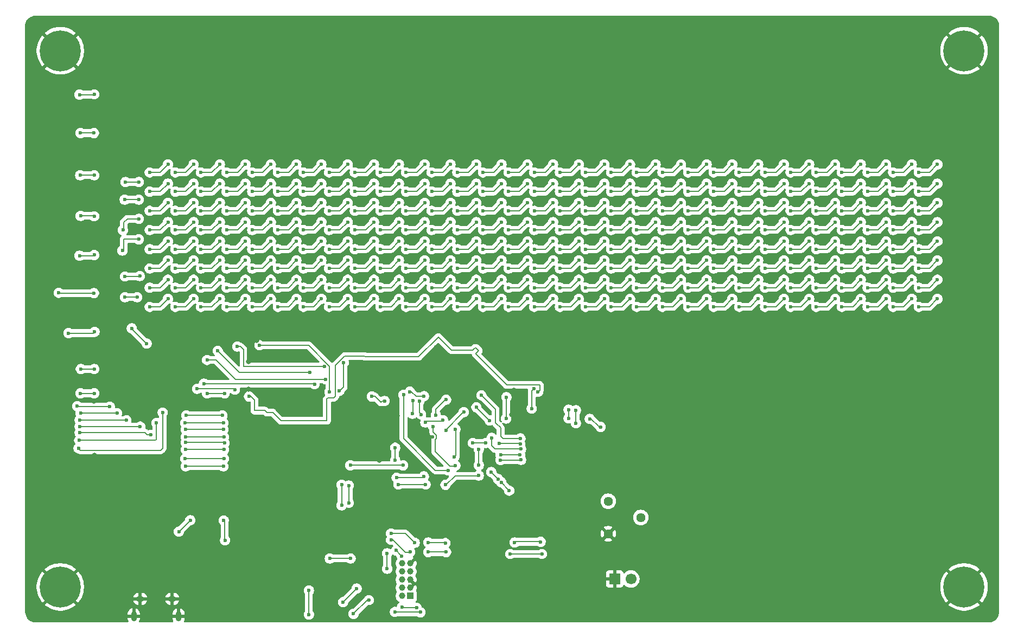
<source format=gbl>
%TF.GenerationSoftware,KiCad,Pcbnew,9.0.2*%
%TF.CreationDate,2025-06-30T11:40:39+01:00*%
%TF.ProjectId,spekky_matrix,7370656b-6b79-45f6-9d61-747269782e6b,v01*%
%TF.SameCoordinates,Original*%
%TF.FileFunction,Copper,L2,Bot*%
%TF.FilePolarity,Positive*%
%FSLAX46Y46*%
G04 Gerber Fmt 4.6, Leading zero omitted, Abs format (unit mm)*
G04 Created by KiCad (PCBNEW 9.0.2) date 2025-06-30 11:40:39*
%MOMM*%
%LPD*%
G01*
G04 APERTURE LIST*
%TA.AperFunction,ComponentPad*%
%ADD10C,1.440000*%
%TD*%
%TA.AperFunction,ComponentPad*%
%ADD11C,6.400000*%
%TD*%
%TA.AperFunction,ComponentPad*%
%ADD12R,1.700000X1.700000*%
%TD*%
%TA.AperFunction,ComponentPad*%
%ADD13C,1.700000*%
%TD*%
%TA.AperFunction,HeatsinkPad*%
%ADD14O,0.890000X1.550000*%
%TD*%
%TA.AperFunction,HeatsinkPad*%
%ADD15O,1.250000X0.950000*%
%TD*%
%TA.AperFunction,ComponentPad*%
%ADD16R,1.000000X1.000000*%
%TD*%
%TA.AperFunction,ComponentPad*%
%ADD17C,1.000000*%
%TD*%
%TA.AperFunction,ViaPad*%
%ADD18C,0.800000*%
%TD*%
%TA.AperFunction,ViaPad*%
%ADD19C,0.600000*%
%TD*%
%TA.AperFunction,Conductor*%
%ADD20C,0.600000*%
%TD*%
%TA.AperFunction,Conductor*%
%ADD21C,0.700000*%
%TD*%
%TA.AperFunction,Conductor*%
%ADD22C,0.500000*%
%TD*%
%TA.AperFunction,Conductor*%
%ADD23C,0.200000*%
%TD*%
G04 APERTURE END LIST*
D10*
%TO.P,RV1,1,1*%
%TO.N,GND*%
X146500000Y-118450000D03*
%TO.P,RV1,2,2*%
%TO.N,Net-(JP1-B)*%
X151580000Y-115910000D03*
%TO.P,RV1,3,3*%
%TO.N,unconnected-(RV1-Pad3)*%
X146500000Y-113370000D03*
%TD*%
D11*
%TO.P,H1,1,1*%
%TO.N,GND*%
X61000000Y-43000000D03*
%TD*%
%TO.P,H2,1,1*%
%TO.N,GND*%
X202000000Y-43000000D03*
%TD*%
%TO.P,H4,1,1*%
%TO.N,GND*%
X61000000Y-126750000D03*
%TD*%
D12*
%TO.P,JP1,1,A*%
%TO.N,GND*%
X147500000Y-125500000D03*
D13*
%TO.P,JP1,2,B*%
%TO.N,Net-(JP1-B)*%
X150040000Y-125500000D03*
%TD*%
D11*
%TO.P,H3,1,1*%
%TO.N,GND*%
X202000000Y-126750000D03*
%TD*%
D14*
%TO.P,J1,6,Shield*%
%TO.N,GND*%
X72470000Y-131300000D03*
D15*
X73470000Y-128600000D03*
X78470000Y-128600000D03*
D14*
X79470000Y-131300000D03*
%TD*%
D16*
%TO.P,J2,1,VTref*%
%TO.N,+3V3*%
X115600000Y-128150000D03*
D17*
%TO.P,J2,2,SWDIO/TMS*%
%TO.N,/STM32 MCU/SWD_SWDIO*%
X114330000Y-128150000D03*
%TO.P,J2,3,GND*%
%TO.N,GND*%
X115600000Y-126880000D03*
%TO.P,J2,4,SWCLK/TCK*%
%TO.N,/STM32 MCU/SWD_SWCLK*%
X114330000Y-126880000D03*
%TO.P,J2,5,GND*%
%TO.N,GND*%
X115600000Y-125610000D03*
%TO.P,J2,6,SWO/TDO*%
%TO.N,/LED DRIVING/SPI_CLK*%
X114330000Y-125610000D03*
%TO.P,J2,7,KEY*%
%TO.N,unconnected-(J2-KEY-Pad7)*%
X115600000Y-124340000D03*
%TO.P,J2,8,NC/TDI*%
%TO.N,unconnected-(J2-NC{slash}TDI-Pad8)*%
X114330000Y-124340000D03*
%TO.P,J2,9,GNDDetect*%
%TO.N,GND*%
X115600000Y-123070000D03*
%TO.P,J2,10,~{RESET}*%
%TO.N,/STM32 MCU/NRST*%
X114330000Y-123070000D03*
%TD*%
D18*
%TO.N,GND*%
X68800000Y-73450000D03*
X72700000Y-57500000D03*
X91650000Y-88200000D03*
X120850000Y-90750000D03*
X86300000Y-98400000D03*
X90200000Y-110000000D03*
X75950000Y-93150000D03*
X66250000Y-97700000D03*
X100850000Y-102025000D03*
X145500000Y-98200000D03*
X140400000Y-90700000D03*
X66300000Y-106200000D03*
X63375000Y-89325000D03*
X83750000Y-109250000D03*
X113550000Y-100000000D03*
X120150000Y-114600000D03*
X83750000Y-98550000D03*
D19*
X118727479Y-98479561D03*
D18*
X90350000Y-91575000D03*
X98925000Y-99725000D03*
X133200000Y-126150000D03*
X117725000Y-87900000D03*
X82075000Y-109300000D03*
D19*
X117770000Y-116700000D03*
D18*
X110750000Y-106950000D03*
X142550000Y-98650000D03*
X131439409Y-99848023D03*
X112000000Y-128200000D03*
X67950000Y-58600000D03*
X68600000Y-68250000D03*
X107250000Y-101000000D03*
X123750000Y-113150000D03*
X68275000Y-106500000D03*
X129830025Y-96119975D03*
X104250000Y-98000000D03*
X69625000Y-84675000D03*
X90369975Y-95880025D03*
X100950000Y-99775000D03*
X111821752Y-104478248D03*
X99075000Y-102050000D03*
X75900000Y-57550000D03*
X68550000Y-65100000D03*
D19*
X119050000Y-103300000D03*
D18*
X131750000Y-96000000D03*
X71200000Y-89350000D03*
X129200000Y-120700000D03*
X119625000Y-89375000D03*
X82050000Y-98475000D03*
X78600000Y-90550000D03*
D19*
X123600000Y-98100000D03*
D18*
X125850000Y-102350000D03*
X63400000Y-85900000D03*
X115850000Y-100950000D03*
X90350000Y-89000000D03*
X68900000Y-87250000D03*
X67925000Y-97075000D03*
X70300000Y-89700000D03*
D19*
X117275000Y-119150000D03*
%TO.N,/STM32 MCU/NRST*%
X107250000Y-127000000D03*
X105125000Y-129125000D03*
X114267179Y-121899231D03*
X113400000Y-121050000D03*
%TO.N,/STM32 MCU/GPIO_DEBUG1*%
X129793959Y-110393959D03*
X129300000Y-109900000D03*
X131050000Y-111700000D03*
X128250000Y-108800000D03*
%TO.N,/LED DRIVING/ROW1*%
X74950000Y-62000000D03*
X138950000Y-62000000D03*
X141900000Y-60750000D03*
X194950000Y-62000000D03*
X185900000Y-60750000D03*
X189850000Y-60750000D03*
X197850000Y-60750000D03*
X121900000Y-60750000D03*
X142950000Y-62000000D03*
X125900000Y-60750000D03*
X178950000Y-62000000D03*
X93850000Y-60750000D03*
X86950000Y-62000000D03*
X117850000Y-60750000D03*
X105850000Y-60750000D03*
X174950000Y-62000000D03*
X182950000Y-62000000D03*
X154950000Y-62000000D03*
X89900000Y-60750000D03*
X190950000Y-62000000D03*
X122950000Y-62000000D03*
X145900000Y-60750000D03*
X186950000Y-62000000D03*
X193850000Y-60750000D03*
X165850000Y-60750000D03*
X106950000Y-62000000D03*
X146950000Y-62000000D03*
X153900000Y-60750000D03*
X78950000Y-62000000D03*
X134950000Y-62000000D03*
X158950000Y-62000000D03*
X126950000Y-62000000D03*
X150950000Y-62000000D03*
X109950000Y-60750000D03*
X149900000Y-60750000D03*
X170950000Y-62000000D03*
X97850000Y-60750000D03*
X94950000Y-62000000D03*
X114950000Y-62000000D03*
X85900000Y-60750000D03*
X101750000Y-60750000D03*
X82950000Y-62000000D03*
X129850000Y-60750000D03*
X113850000Y-60750000D03*
X177850000Y-60750000D03*
X98950000Y-62000000D03*
X102950000Y-62000000D03*
X118950000Y-62000000D03*
X162950000Y-62000000D03*
X137900000Y-60750000D03*
X181900000Y-60750000D03*
X90950000Y-62000000D03*
X161850000Y-60750000D03*
X157850000Y-60750000D03*
X133900000Y-60750000D03*
X110950000Y-62000000D03*
X77800000Y-60750000D03*
X81800000Y-60750000D03*
X169900000Y-60750000D03*
X130950000Y-62000000D03*
X166950000Y-62000000D03*
X173900000Y-60750000D03*
%TO.N,/LED DRIVING/COL29*%
X88600000Y-89200000D03*
X102200000Y-92300000D03*
%TO.N,/LED DRIVING/COL30*%
X85550000Y-89850000D03*
X99950000Y-93200000D03*
%TO.N,/LED DRIVING/COL31*%
X83900000Y-91300000D03*
X102400000Y-94300000D03*
%TO.N,/LED DRIVING/COL32*%
X74475000Y-88725000D03*
X72150000Y-86350000D03*
X83400000Y-95000000D03*
X100675000Y-95075000D03*
%TO.N,/LED DRIVING/ROW2*%
X78950000Y-65000000D03*
X114950000Y-65000000D03*
X174950000Y-65000000D03*
X186950000Y-65000000D03*
X181900000Y-63750000D03*
X71175000Y-63500000D03*
X133900000Y-63750000D03*
X193850000Y-63750000D03*
X194950000Y-65000000D03*
X138950000Y-65000000D03*
X149900000Y-63750000D03*
X154950000Y-65000000D03*
X165850000Y-63750000D03*
X137900000Y-63750000D03*
X190950000Y-65000000D03*
X110950000Y-65000000D03*
X141900000Y-63750000D03*
X106950000Y-65000000D03*
X102950000Y-65000000D03*
X130950000Y-65000000D03*
X146950000Y-65000000D03*
X118950000Y-65000000D03*
X173900000Y-63750000D03*
X98950000Y-65000000D03*
X122950000Y-65000000D03*
X185900000Y-63750000D03*
X153900000Y-63750000D03*
X105850000Y-63750000D03*
X94950000Y-65000000D03*
X117850000Y-63750000D03*
X93850000Y-63750000D03*
X157850000Y-63750000D03*
X89900000Y-63750000D03*
X85900000Y-63750000D03*
X158950000Y-65000000D03*
X177850000Y-63750000D03*
X145900000Y-63750000D03*
X178950000Y-65000000D03*
X113850000Y-63750000D03*
X101750000Y-63750000D03*
X125900000Y-63750000D03*
X121900000Y-63750000D03*
X166950000Y-65000000D03*
X82950000Y-65000000D03*
X150950000Y-65000000D03*
X126950000Y-65000000D03*
X197850000Y-63750000D03*
X74950000Y-65000000D03*
X134950000Y-65000000D03*
X170950000Y-65000000D03*
X90950000Y-65000000D03*
X109950000Y-63750000D03*
X129850000Y-63750000D03*
X77800000Y-63750000D03*
X169900000Y-63750000D03*
X73250000Y-63500000D03*
X81800000Y-63750000D03*
X162950000Y-65000000D03*
X161850000Y-63750000D03*
X97850000Y-63750000D03*
X86950000Y-65000000D03*
X142950000Y-65000000D03*
X189850000Y-63750000D03*
X182950000Y-65000000D03*
%TO.N,/LED DRIVING/ROW3*%
X121900000Y-66750000D03*
X169900000Y-66750000D03*
X94950000Y-68000000D03*
X134950000Y-68000000D03*
X129850000Y-66750000D03*
X86950000Y-68000000D03*
X130950000Y-68000000D03*
X149900000Y-66750000D03*
X173900000Y-66750000D03*
X101750000Y-66750000D03*
X178950000Y-68000000D03*
X141900000Y-66750000D03*
X185900000Y-66750000D03*
X138950000Y-68000000D03*
X186950000Y-68000000D03*
X133900000Y-66750000D03*
X170950000Y-68000000D03*
X181900000Y-66750000D03*
X150950000Y-68000000D03*
X154950000Y-68000000D03*
X93850000Y-66750000D03*
X161850000Y-66750000D03*
X142950000Y-68000000D03*
X109950000Y-66750000D03*
X74950000Y-68000000D03*
X125900000Y-66750000D03*
X165850000Y-66750000D03*
X162950000Y-68000000D03*
X194950000Y-68000000D03*
X102950000Y-68000000D03*
X105850000Y-66750000D03*
X177850000Y-66750000D03*
X81800000Y-66750000D03*
X71050000Y-66250000D03*
X118950000Y-68000000D03*
X110950000Y-68000000D03*
X85900000Y-66750000D03*
X78950000Y-68000000D03*
X190950000Y-68000000D03*
X137900000Y-66750000D03*
X182950000Y-68000000D03*
X145900000Y-66750000D03*
X146950000Y-68000000D03*
X193850000Y-66750000D03*
X158950000Y-68000000D03*
X98950000Y-68000000D03*
X122950000Y-68000000D03*
X82950000Y-68000000D03*
X114950000Y-68000000D03*
X77800000Y-66750000D03*
X117850000Y-66750000D03*
X126950000Y-68000000D03*
X174950000Y-68000000D03*
X89900000Y-66750000D03*
X113850000Y-66750000D03*
X73250000Y-66250000D03*
X166950000Y-68000000D03*
X189850000Y-66750000D03*
X97850000Y-66750000D03*
X157850000Y-66750000D03*
X90950000Y-68000000D03*
X153900000Y-66750000D03*
X106950000Y-68000000D03*
X197850000Y-66750000D03*
%TO.N,/LED DRIVING/ROW4*%
X142950000Y-71000000D03*
X126950000Y-71000000D03*
X74950000Y-71000000D03*
X169900000Y-69750000D03*
X181900000Y-69750000D03*
X114950000Y-71000000D03*
X177850000Y-69750000D03*
X133900000Y-69750000D03*
X141900000Y-69750000D03*
X153900000Y-69750000D03*
X113850000Y-69750000D03*
X90950000Y-71000000D03*
X82950000Y-71000000D03*
X149900000Y-69750000D03*
X121900000Y-69750000D03*
X165850000Y-69750000D03*
X85900000Y-69750000D03*
X194950000Y-71000000D03*
X77800000Y-69750000D03*
X186950000Y-71000000D03*
X173900000Y-69750000D03*
X161850000Y-69750000D03*
X73250000Y-69250000D03*
X189850000Y-69750000D03*
X170950000Y-71000000D03*
X154950000Y-71000000D03*
X101750000Y-69750000D03*
X134950000Y-71000000D03*
X146950000Y-71000000D03*
X78950000Y-71000000D03*
X89900000Y-69750000D03*
X166950000Y-71000000D03*
X190950000Y-71000000D03*
X81800000Y-69750000D03*
X118950000Y-71000000D03*
X105850000Y-69750000D03*
X178950000Y-71000000D03*
X182950000Y-71000000D03*
X130950000Y-71000000D03*
X158950000Y-71000000D03*
X110950000Y-71000000D03*
X162950000Y-71000000D03*
X102950000Y-71000000D03*
X174950000Y-71000000D03*
X70775000Y-71000000D03*
X86950000Y-71000000D03*
X125900000Y-69750000D03*
X93850000Y-69750000D03*
X150950000Y-71000000D03*
X129850000Y-69750000D03*
X157850000Y-69750000D03*
X98950000Y-71000000D03*
X137900000Y-69750000D03*
X122950000Y-71000000D03*
X106950000Y-71000000D03*
X109950000Y-69750000D03*
X117850000Y-69750000D03*
X197850000Y-69750000D03*
X185900000Y-69750000D03*
X97850000Y-69750000D03*
X193850000Y-69750000D03*
X94950000Y-71000000D03*
X145900000Y-69750000D03*
X138950000Y-71000000D03*
%TO.N,/LED DRIVING/ROW5*%
X118950000Y-74000000D03*
X174950000Y-74000000D03*
X165850000Y-72750000D03*
X125900000Y-72750000D03*
X105850000Y-72750000D03*
X126950000Y-74000000D03*
X185900000Y-72750000D03*
X138950000Y-74000000D03*
X78950000Y-74000000D03*
X193850000Y-72750000D03*
X74950000Y-74000000D03*
X149900000Y-72750000D03*
X73250000Y-72450000D03*
X98950000Y-74000000D03*
X93850000Y-72750000D03*
X110950000Y-74000000D03*
X82950000Y-74000000D03*
X129850000Y-72750000D03*
X77800000Y-72750000D03*
X145900000Y-72750000D03*
X146950000Y-74000000D03*
X194950000Y-74000000D03*
X197850000Y-72750000D03*
X113850000Y-72750000D03*
X157850000Y-72750000D03*
X106950000Y-74000000D03*
X90950000Y-74000000D03*
X161850000Y-72750000D03*
X81800000Y-72750000D03*
X181900000Y-72750000D03*
X154950000Y-74000000D03*
X86950000Y-74000000D03*
X178950000Y-74000000D03*
X89900000Y-72750000D03*
X85900000Y-72750000D03*
X189850000Y-72750000D03*
X121900000Y-72750000D03*
X130950000Y-74000000D03*
X122950000Y-74000000D03*
X142950000Y-74000000D03*
X117850000Y-72750000D03*
X150950000Y-74000000D03*
X158950000Y-74000000D03*
X94950000Y-74000000D03*
X169900000Y-72750000D03*
X173900000Y-72750000D03*
X166950000Y-74000000D03*
X182950000Y-74000000D03*
X141900000Y-72750000D03*
X70687500Y-74212500D03*
X114950000Y-74000000D03*
X186950000Y-74000000D03*
X153900000Y-72750000D03*
X133900000Y-72750000D03*
X109950000Y-72750000D03*
X162950000Y-74000000D03*
X102950000Y-74000000D03*
X190950000Y-74000000D03*
X177850000Y-72750000D03*
X97850000Y-72750000D03*
X170950000Y-74000000D03*
X101750000Y-72750000D03*
X137900000Y-72750000D03*
X134950000Y-74000000D03*
%TO.N,/LED DRIVING/ROW6*%
X122950000Y-77000000D03*
X145900000Y-75750000D03*
X146950000Y-77000000D03*
X130950000Y-77000000D03*
X94950000Y-77000000D03*
X141900000Y-75750000D03*
X82950000Y-77000000D03*
X165850000Y-75750000D03*
X182950000Y-77000000D03*
X194950000Y-77000000D03*
X109950000Y-75750000D03*
X185900000Y-75750000D03*
X166950000Y-77000000D03*
X110950000Y-77000000D03*
X86950000Y-77000000D03*
X190950000Y-77000000D03*
X197850000Y-75750000D03*
X114950000Y-77000000D03*
X170950000Y-77000000D03*
X193850000Y-75750000D03*
X90950000Y-77000000D03*
X117850000Y-75750000D03*
X101750000Y-75750000D03*
X186950000Y-77000000D03*
X71100000Y-78250000D03*
X189850000Y-75750000D03*
X78950000Y-77000000D03*
X137900000Y-75750000D03*
X161850000Y-75750000D03*
X133900000Y-75750000D03*
X77800000Y-75750000D03*
X142950000Y-77000000D03*
X162950000Y-77000000D03*
X93850000Y-75750000D03*
X169900000Y-75750000D03*
X125900000Y-75750000D03*
X181900000Y-75750000D03*
X134950000Y-77000000D03*
X129850000Y-75750000D03*
X121900000Y-75750000D03*
X153900000Y-75750000D03*
X85900000Y-75750000D03*
X89900000Y-75750000D03*
X74950000Y-77000000D03*
X98950000Y-77000000D03*
X150950000Y-77000000D03*
X105850000Y-75750000D03*
X118950000Y-77000000D03*
X157850000Y-75750000D03*
X177850000Y-75750000D03*
X113850000Y-75750000D03*
X158950000Y-77000000D03*
X126950000Y-77000000D03*
X173900000Y-75750000D03*
X73400000Y-78200000D03*
X138950000Y-77000000D03*
X97850000Y-75750000D03*
X174950000Y-77000000D03*
X102950000Y-77000000D03*
X178950000Y-77000000D03*
X154950000Y-77000000D03*
X106950000Y-77000000D03*
X149900000Y-75750000D03*
X81800000Y-75750000D03*
%TO.N,/LED DRIVING/ROW7*%
X109950000Y-78750000D03*
X165850000Y-78750000D03*
X162950000Y-80000000D03*
X153900000Y-78750000D03*
X189850000Y-78750000D03*
X130950000Y-80000000D03*
X190950000Y-80000000D03*
X77800000Y-78750000D03*
X101750000Y-78750000D03*
X158950000Y-80000000D03*
X154950000Y-80000000D03*
X89900000Y-78750000D03*
X86950000Y-80000000D03*
X90950000Y-80000000D03*
X157850000Y-78750000D03*
X114950000Y-80000000D03*
X113850000Y-78750000D03*
X197850000Y-78750000D03*
X141900000Y-78750000D03*
X150950000Y-80000000D03*
X177850000Y-78750000D03*
X174950000Y-80000000D03*
X161850000Y-78750000D03*
X121900000Y-78750000D03*
X181900000Y-78750000D03*
X71075000Y-81500000D03*
X126950000Y-80000000D03*
X125900000Y-78750000D03*
X166950000Y-80000000D03*
X118950000Y-80000000D03*
X105850000Y-78750000D03*
X142950000Y-80000000D03*
X85900000Y-78750000D03*
X149900000Y-78750000D03*
X98950000Y-80000000D03*
X137900000Y-78750000D03*
X106950000Y-80000000D03*
X110950000Y-80000000D03*
X97850000Y-78750000D03*
X145900000Y-78750000D03*
X94950000Y-80000000D03*
X134950000Y-80000000D03*
X182950000Y-80000000D03*
X173900000Y-78750000D03*
X170950000Y-80000000D03*
X93850000Y-78750000D03*
X102950000Y-80000000D03*
X178950000Y-80000000D03*
X138950000Y-80000000D03*
X185900000Y-78750000D03*
X133900000Y-78750000D03*
X117850000Y-78750000D03*
X146950000Y-80000000D03*
X74950000Y-80000000D03*
X81800000Y-78750000D03*
X194950000Y-80000000D03*
X78950000Y-80000000D03*
X129850000Y-78750000D03*
X169900000Y-78750000D03*
X73000000Y-81500000D03*
X193850000Y-78750000D03*
X186950000Y-80000000D03*
X122950000Y-80000000D03*
X82950000Y-80000000D03*
%TO.N,/LED DRIVING/ROW8*%
X146950000Y-83000000D03*
X142950000Y-83000000D03*
X102950000Y-83000000D03*
X157850000Y-81750000D03*
X169900000Y-81750000D03*
X178950000Y-83000000D03*
X165850000Y-81750000D03*
X141900000Y-81750000D03*
X82950000Y-83000000D03*
X177850000Y-81750000D03*
X114950000Y-83000000D03*
X173900000Y-81750000D03*
X90950000Y-83000000D03*
X109950000Y-81750000D03*
X89900000Y-81750000D03*
X181900000Y-81750000D03*
X130950000Y-83000000D03*
X125900000Y-81750000D03*
X129850000Y-81750000D03*
X78950000Y-83000000D03*
X166950000Y-83000000D03*
X174950000Y-83000000D03*
X150950000Y-83000000D03*
X161850000Y-81750000D03*
X121900000Y-81750000D03*
X86950000Y-83000000D03*
X138950000Y-83000000D03*
X145900000Y-81750000D03*
X154950000Y-83000000D03*
X189850000Y-81750000D03*
X133900000Y-81750000D03*
X182950000Y-83000000D03*
X134950000Y-83000000D03*
X194950000Y-83000000D03*
X106950000Y-83000000D03*
X85900000Y-81750000D03*
X186950000Y-83000000D03*
X93850000Y-81750000D03*
X185900000Y-81750000D03*
X118950000Y-83000000D03*
X153900000Y-81750000D03*
X126950000Y-83000000D03*
X193850000Y-81750000D03*
X158950000Y-83000000D03*
X117850000Y-81750000D03*
X122950000Y-83000000D03*
X197850000Y-81750000D03*
X77800000Y-81750000D03*
X162950000Y-83000000D03*
X81800000Y-81750000D03*
X74950000Y-83000000D03*
X110950000Y-83000000D03*
X149900000Y-81750000D03*
X190950000Y-83000000D03*
X97850000Y-81750000D03*
X98950000Y-83000000D03*
X113850000Y-81750000D03*
X94950000Y-83000000D03*
X101750000Y-81750000D03*
X105850000Y-81750000D03*
X137900000Y-81750000D03*
X170950000Y-83000000D03*
%TO.N,/LED DRIVING/SPI_CLK*%
X126700000Y-96800000D03*
X121175000Y-102325000D03*
X106750000Y-130950000D03*
X123950000Y-99450000D03*
X112000000Y-121500000D03*
X79500000Y-118100000D03*
X99800000Y-131050000D03*
X132800000Y-103550000D03*
X88250000Y-95950000D03*
X81275000Y-116325000D03*
X109150000Y-128800000D03*
X118000000Y-110750000D03*
X82350000Y-95800000D03*
X112000000Y-123900000D03*
X99800000Y-127300000D03*
X113750000Y-110750000D03*
%TO.N,/STM32 MCU/SWD_SWDIO*%
X129680000Y-106930000D03*
X116600000Y-130000000D03*
X132900000Y-106900000D03*
X114300000Y-129900000D03*
%TO.N,/STM32 MCU/SWD_SWCLK*%
X129700000Y-106130000D03*
X113200000Y-130650000D03*
X117200000Y-130700000D03*
X132747031Y-106114759D03*
%TO.N,/I2S MIC/I2S_WS*%
X113250000Y-106979000D03*
X113250000Y-105000000D03*
%TO.N,/I2S MIC/I2S_SD*%
X121500000Y-108530000D03*
X114550000Y-96750000D03*
%TO.N,/I2S MIC/I2S_SCK*%
X106250000Y-107750000D03*
X114500000Y-107750000D03*
%TO.N,Net-(Q1-G)*%
X80550000Y-107900000D03*
X66300000Y-92700000D03*
X86450000Y-107900000D03*
X64150000Y-96500000D03*
X66300000Y-96500000D03*
X64200000Y-92700000D03*
%TO.N,Net-(Q2-G)*%
X66350000Y-86900000D03*
X80500000Y-106700000D03*
X68725000Y-98575000D03*
X63650000Y-98500000D03*
X86550000Y-106700000D03*
X62300000Y-87100000D03*
%TO.N,Net-(Q3-G)*%
X60750000Y-80800000D03*
X86550000Y-105300000D03*
X66250000Y-80850000D03*
X80575000Y-105300000D03*
X64175000Y-99600000D03*
X69850000Y-99600000D03*
%TO.N,Net-(Q4-G)*%
X64025000Y-100700000D03*
X71325000Y-100700000D03*
X86650000Y-104250000D03*
X80550000Y-104200000D03*
X64000000Y-75000000D03*
X66300000Y-74900000D03*
%TO.N,Net-(Q5-G)*%
X73475000Y-101700000D03*
X64025000Y-101700000D03*
X80575000Y-103312235D03*
X64175000Y-68800000D03*
X86525000Y-103312235D03*
X66300000Y-68850000D03*
%TO.N,Net-(Q6-G)*%
X75122487Y-102977513D03*
X86450000Y-102150000D03*
X66300000Y-62450000D03*
X64025000Y-102650000D03*
X80550000Y-102150000D03*
X64100000Y-62450000D03*
%TO.N,Net-(Q7-G)*%
X66250000Y-55850000D03*
X63950000Y-103850000D03*
X80500000Y-101150000D03*
X76000000Y-101150000D03*
X86450000Y-101150000D03*
X64150000Y-55850000D03*
%TO.N,Net-(Q8-G)*%
X63850000Y-105100000D03*
X64000000Y-49850000D03*
X66300000Y-49800000D03*
X76975000Y-99500000D03*
X86300000Y-99950000D03*
X80650000Y-99950000D03*
%TO.N,/LED DRIVING/REXT1*%
X109600000Y-97000000D03*
X106000000Y-110900000D03*
X115550000Y-96250000D03*
X111600000Y-97700000D03*
X121100000Y-119900000D03*
X131900000Y-119800000D03*
X117750000Y-96950000D03*
X112600000Y-118400000D03*
X135950000Y-119700000D03*
X116300000Y-119850000D03*
X118425000Y-119800000D03*
X106000000Y-113600000D03*
%TO.N,/LED DRIVING/REXT3*%
X118400000Y-121300000D03*
X104900000Y-114000000D03*
X131200000Y-121600000D03*
X92075000Y-89000000D03*
X104900000Y-110800000D03*
X136150000Y-121600000D03*
X115600000Y-121300000D03*
X112600000Y-119400000D03*
X121200000Y-121300000D03*
X103025000Y-96275000D03*
%TO.N,/LED DRIVING/REXT2*%
X143600000Y-100500000D03*
X140300000Y-100400000D03*
X140300000Y-99050000D03*
X145300000Y-101750000D03*
%TO.N,/LED DRIVING/GPIO_LE*%
X126300000Y-107750000D03*
X86700000Y-119450000D03*
X128000000Y-100750000D03*
X130550000Y-100450000D03*
X103050000Y-122300000D03*
X126300000Y-105250000D03*
X86650000Y-96500000D03*
X128300000Y-103450000D03*
X126300000Y-109350000D03*
X83900000Y-96500000D03*
X121100000Y-110800000D03*
X125925000Y-98675000D03*
X132900000Y-105200000D03*
X86500000Y-116350000D03*
X130600000Y-97100000D03*
X106300000Y-122300000D03*
%TO.N,/LED DRIVING/SPI_OE*%
X115950000Y-99700000D03*
X120725000Y-100725000D03*
X134900000Y-95800000D03*
X122650000Y-102100000D03*
X116000000Y-97625000D03*
X134550000Y-98900000D03*
X104525000Y-96125000D03*
X122475000Y-106425000D03*
X105225000Y-91700000D03*
X117950000Y-101050000D03*
%TO.N,Net-(U2-PA0)*%
X113475000Y-109700000D03*
X117725000Y-109475000D03*
%TO.N,/LED DRIVING/SPI_MOSI*%
X121200000Y-97500000D03*
X119600000Y-99900000D03*
%TO.N,/LED DRIVING/SDO_CASCADE1*%
X117300000Y-99800000D03*
X132778354Y-104409300D03*
X127400000Y-104250000D03*
X141450000Y-99150000D03*
X129450000Y-104350000D03*
X119150000Y-101700000D03*
X125350000Y-104250000D03*
X117000000Y-97750000D03*
X122650000Y-107800000D03*
X141450000Y-101175000D03*
%TO.N,/LED DRIVING/SDO_CASCADE2*%
X135540002Y-96280002D03*
X90450000Y-97000000D03*
%TD*%
D20*
%TO.N,GND*%
X132650000Y-125550000D02*
X132650000Y-125600000D01*
D21*
X68550000Y-65100000D02*
X68550000Y-68200000D01*
D20*
X129200000Y-122100000D02*
X132650000Y-125550000D01*
D21*
X68600000Y-68250000D02*
X68600000Y-73250000D01*
X78550000Y-90550000D02*
X75950000Y-93150000D01*
X70300000Y-88650000D02*
X68900000Y-87250000D01*
X70300000Y-89700000D02*
X70300000Y-88650000D01*
X68600000Y-73250000D02*
X68800000Y-73450000D01*
D22*
X90350000Y-89000000D02*
X90350000Y-91575000D01*
D21*
X78600000Y-90550000D02*
X78550000Y-90550000D01*
D20*
X129200000Y-120700000D02*
X129200000Y-122100000D01*
X132650000Y-125600000D02*
X133200000Y-126150000D01*
D21*
X75900000Y-57550000D02*
X72750000Y-57550000D01*
X68550000Y-68200000D02*
X68600000Y-68250000D01*
D23*
%TO.N,/STM32 MCU/NRST*%
X105125000Y-129125000D02*
X107250000Y-127000000D01*
X114200000Y-121850000D02*
X113400000Y-121050000D01*
X114267179Y-121899231D02*
X114217948Y-121850000D01*
X114217948Y-121850000D02*
X114200000Y-121850000D01*
%TO.N,/STM32 MCU/GPIO_DEBUG1*%
X129793959Y-110443959D02*
X131050000Y-111700000D01*
X128250000Y-108800000D02*
X128250000Y-108850000D01*
X129793959Y-110393959D02*
X129793959Y-110443959D01*
X128250000Y-108850000D02*
X129300000Y-109900000D01*
%TO.N,/LED DRIVING/ROW1*%
X136650000Y-62000000D02*
X137900000Y-60750000D01*
X94950000Y-62000000D02*
X96600000Y-62000000D01*
X108700000Y-62000000D02*
X109950000Y-60750000D01*
X78950000Y-62000000D02*
X80550000Y-62000000D01*
X76550000Y-62000000D02*
X77800000Y-60750000D01*
X114950000Y-62000000D02*
X116600000Y-62000000D01*
X184650000Y-62000000D02*
X185900000Y-60750000D01*
X130950000Y-62000000D02*
X132650000Y-62000000D01*
X172650000Y-62000000D02*
X173900000Y-60750000D01*
X170950000Y-62000000D02*
X172650000Y-62000000D01*
X78900000Y-61950000D02*
X78950000Y-62000000D01*
X102950000Y-62000000D02*
X104600000Y-62000000D01*
X194950000Y-62000000D02*
X196600000Y-62000000D01*
X150950000Y-62000000D02*
X152650000Y-62000000D01*
X104600000Y-62000000D02*
X105850000Y-60750000D01*
X156600000Y-62000000D02*
X157850000Y-60750000D01*
X176600000Y-62000000D02*
X177850000Y-60750000D01*
X132650000Y-62000000D02*
X133900000Y-60750000D01*
X92600000Y-62000000D02*
X93850000Y-60750000D01*
X126950000Y-62000000D02*
X128600000Y-62000000D01*
X118950000Y-62050000D02*
X119000000Y-62000000D01*
X160600000Y-62000000D02*
X161850000Y-60750000D01*
X186950000Y-62000000D02*
X188600000Y-62000000D01*
X80550000Y-62000000D02*
X81800000Y-60750000D01*
X88650000Y-62000000D02*
X89900000Y-60750000D01*
X146950000Y-62000000D02*
X148650000Y-62000000D01*
X120650000Y-62000000D02*
X121900000Y-60750000D01*
X82950000Y-62000000D02*
X84650000Y-62000000D01*
X138950000Y-62050000D02*
X139000000Y-62000000D01*
X140650000Y-62000000D02*
X141900000Y-60750000D01*
X180650000Y-62000000D02*
X181900000Y-60750000D01*
X100500000Y-62000000D02*
X101750000Y-60750000D01*
X152650000Y-62000000D02*
X153900000Y-60750000D01*
X190950000Y-62000000D02*
X192600000Y-62000000D01*
X154950000Y-62000000D02*
X156600000Y-62000000D01*
X90950000Y-62000000D02*
X92600000Y-62000000D01*
X128600000Y-62000000D02*
X129850000Y-60750000D01*
X192600000Y-62000000D02*
X193850000Y-60750000D01*
X112600000Y-62000000D02*
X113850000Y-60750000D01*
X139000000Y-62000000D02*
X140650000Y-62000000D01*
X164600000Y-62000000D02*
X165850000Y-60750000D01*
X148650000Y-62000000D02*
X149900000Y-60750000D01*
X96600000Y-62000000D02*
X97850000Y-60750000D01*
X124650000Y-62000000D02*
X125900000Y-60750000D01*
X110950000Y-62000000D02*
X112600000Y-62000000D01*
X135000000Y-62000000D02*
X136650000Y-62000000D01*
X106950000Y-62000000D02*
X108700000Y-62000000D01*
X158950000Y-62000000D02*
X160600000Y-62000000D01*
X166950000Y-62000000D02*
X168650000Y-62000000D01*
X188600000Y-62000000D02*
X189850000Y-60750000D01*
X84650000Y-62000000D02*
X85850000Y-60800000D01*
X123000000Y-62000000D02*
X124650000Y-62000000D01*
X85850000Y-60800000D02*
X85900000Y-60800000D01*
X174950000Y-62000000D02*
X176600000Y-62000000D01*
X74950000Y-62000000D02*
X76550000Y-62000000D01*
X196600000Y-62000000D02*
X197850000Y-60750000D01*
X182950000Y-62000000D02*
X184650000Y-62000000D01*
X116600000Y-62000000D02*
X117850000Y-60750000D01*
X144650000Y-62000000D02*
X145900000Y-60750000D01*
X119000000Y-62000000D02*
X120650000Y-62000000D01*
X98900000Y-62000000D02*
X100500000Y-62000000D01*
X122950000Y-62050000D02*
X123000000Y-62000000D01*
X168650000Y-62000000D02*
X169900000Y-60750000D01*
X162950000Y-62000000D02*
X164600000Y-62000000D01*
X142950000Y-62000000D02*
X144650000Y-62000000D01*
X87000000Y-62000000D02*
X88650000Y-62000000D01*
X178950000Y-62000000D02*
X180650000Y-62000000D01*
%TO.N,/LED DRIVING/COL29*%
X89600000Y-89700000D02*
X89100000Y-89200000D01*
X89600000Y-92300000D02*
X89600000Y-89700000D01*
X89100000Y-89200000D02*
X88600000Y-89200000D01*
X102200000Y-92300000D02*
X89600000Y-92300000D01*
%TO.N,/LED DRIVING/COL30*%
X100000000Y-93200000D02*
X99950000Y-93200000D01*
X88900000Y-93200000D02*
X85550000Y-89850000D01*
X99950000Y-93200000D02*
X88900000Y-93200000D01*
%TO.N,/LED DRIVING/COL31*%
X83900000Y-91300000D02*
X85300000Y-91300000D01*
X102400000Y-94300000D02*
X102500000Y-94400000D01*
X85300000Y-91300000D02*
X88300000Y-94300000D01*
X88300000Y-94300000D02*
X102400000Y-94300000D01*
%TO.N,/LED DRIVING/COL32*%
X100600000Y-95000000D02*
X100675000Y-95075000D01*
X72150000Y-86150000D02*
X72150000Y-86450000D01*
X83400000Y-95000000D02*
X100600000Y-95000000D01*
X72150000Y-86450000D02*
X74425000Y-88725000D01*
X100675000Y-95075000D02*
X100700000Y-95100000D01*
X74475000Y-88725000D02*
X74525000Y-88775000D01*
X74425000Y-88725000D02*
X74475000Y-88725000D01*
%TO.N,/LED DRIVING/ROW2*%
X122950000Y-65050000D02*
X123000000Y-65000000D01*
X158950000Y-65000000D02*
X160600000Y-65000000D01*
X120650000Y-65000000D02*
X121900000Y-63750000D01*
X156600000Y-65000000D02*
X157850000Y-63750000D01*
X144650000Y-65000000D02*
X145900000Y-63750000D01*
X178950000Y-65000000D02*
X180650000Y-65000000D01*
X186950000Y-65000000D02*
X188600000Y-65000000D01*
X71175000Y-63500000D02*
X73250000Y-63500000D01*
X140650000Y-65000000D02*
X141900000Y-63750000D01*
X139000000Y-65000000D02*
X140650000Y-65000000D01*
X172650000Y-65000000D02*
X173900000Y-63750000D01*
X174950000Y-65000000D02*
X176600000Y-65000000D01*
X94950000Y-65000000D02*
X96600000Y-65000000D01*
X168650000Y-65000000D02*
X169900000Y-63750000D01*
X126950000Y-65000000D02*
X128600000Y-65000000D01*
X88650000Y-65000000D02*
X89900000Y-63750000D01*
X82950000Y-65000000D02*
X84650000Y-65000000D01*
X184650000Y-65000000D02*
X185900000Y-63750000D01*
X119000000Y-65000000D02*
X120650000Y-65000000D01*
X78950000Y-65000000D02*
X80550000Y-65000000D01*
X138950000Y-65050000D02*
X139000000Y-65000000D01*
X124650000Y-65000000D02*
X125900000Y-63750000D01*
X180650000Y-65000000D02*
X181900000Y-63750000D01*
X118950000Y-65050000D02*
X119000000Y-65000000D01*
X170950000Y-65000000D02*
X172650000Y-65000000D01*
X104600000Y-65000000D02*
X105850000Y-63750000D01*
X135000000Y-65000000D02*
X136650000Y-65000000D01*
X76550000Y-65000000D02*
X77800000Y-63750000D01*
X108700000Y-65000000D02*
X109950000Y-63750000D01*
X142950000Y-65000000D02*
X144650000Y-65000000D01*
X90950000Y-65000000D02*
X92600000Y-65000000D01*
X196600000Y-65000000D02*
X197850000Y-63750000D01*
X128600000Y-65000000D02*
X129850000Y-63750000D01*
X92600000Y-65000000D02*
X93850000Y-63750000D01*
X166950000Y-65000000D02*
X168650000Y-65000000D01*
X148650000Y-65000000D02*
X149900000Y-63750000D01*
X98900000Y-65000000D02*
X100500000Y-65000000D01*
X85850000Y-63800000D02*
X85900000Y-63800000D01*
X152650000Y-65000000D02*
X153900000Y-63750000D01*
X176600000Y-65000000D02*
X177850000Y-63750000D01*
X84650000Y-65000000D02*
X85850000Y-63800000D01*
X162950000Y-65000000D02*
X164600000Y-65000000D01*
X123000000Y-65000000D02*
X124650000Y-65000000D01*
X78900000Y-64950000D02*
X78950000Y-65000000D01*
X130950000Y-65000000D02*
X132650000Y-65000000D01*
X190950000Y-65000000D02*
X192600000Y-65000000D01*
X106950000Y-65000000D02*
X108700000Y-65000000D01*
X110950000Y-65000000D02*
X112600000Y-65000000D01*
X112600000Y-65000000D02*
X113850000Y-63750000D01*
X182950000Y-65000000D02*
X184650000Y-65000000D01*
X100500000Y-65000000D02*
X101750000Y-63750000D01*
X194950000Y-65000000D02*
X196600000Y-65000000D01*
X154950000Y-65000000D02*
X156600000Y-65000000D01*
X80550000Y-65000000D02*
X81800000Y-63750000D01*
X102950000Y-65000000D02*
X104600000Y-65000000D01*
X87000000Y-65000000D02*
X88650000Y-65000000D01*
X150950000Y-65000000D02*
X152650000Y-65000000D01*
X188600000Y-65000000D02*
X189850000Y-63750000D01*
X132650000Y-65000000D02*
X133900000Y-63750000D01*
X146950000Y-65000000D02*
X148650000Y-65000000D01*
X136650000Y-65000000D02*
X137900000Y-63750000D01*
X192600000Y-65000000D02*
X193850000Y-63750000D01*
X164600000Y-65000000D02*
X165850000Y-63750000D01*
X74950000Y-65000000D02*
X76550000Y-65000000D01*
X114950000Y-65000000D02*
X116600000Y-65000000D01*
X96600000Y-65000000D02*
X97850000Y-63750000D01*
X160600000Y-65000000D02*
X161850000Y-63750000D01*
X116600000Y-65000000D02*
X117850000Y-63750000D01*
%TO.N,/LED DRIVING/ROW3*%
X178950000Y-68000000D02*
X180650000Y-68000000D01*
X102950000Y-68000000D02*
X104600000Y-68000000D01*
X138950000Y-68000000D02*
X140650000Y-68000000D01*
X156600000Y-68000000D02*
X157850000Y-66750000D01*
X106950000Y-68000000D02*
X108700000Y-68000000D01*
X88650000Y-68000000D02*
X89900000Y-66750000D01*
X176600000Y-68000000D02*
X177850000Y-66750000D01*
X144650000Y-68000000D02*
X145900000Y-66750000D01*
X190950000Y-68000000D02*
X192600000Y-68000000D01*
X100500000Y-68000000D02*
X101750000Y-66750000D01*
X92600000Y-68000000D02*
X93850000Y-66750000D01*
X116600000Y-68000000D02*
X117850000Y-66750000D01*
X164600000Y-68000000D02*
X165850000Y-66750000D01*
X74950000Y-68000000D02*
X76550000Y-68000000D01*
X84650000Y-68000000D02*
X85900000Y-66750000D01*
X136650000Y-68000000D02*
X137900000Y-66750000D01*
X162950000Y-68000000D02*
X164600000Y-68000000D01*
X122950000Y-68000000D02*
X124650000Y-68000000D01*
X148650000Y-68000000D02*
X149900000Y-66750000D01*
X184650000Y-68000000D02*
X185900000Y-66750000D01*
X82950000Y-68000000D02*
X84650000Y-68000000D01*
X172650000Y-68000000D02*
X173900000Y-66750000D01*
X188600000Y-68000000D02*
X189850000Y-66750000D01*
X90950000Y-68000000D02*
X92600000Y-68000000D01*
X142950000Y-68000000D02*
X144650000Y-68000000D01*
X134950000Y-68000000D02*
X136650000Y-68000000D01*
X140650000Y-68000000D02*
X141900000Y-66750000D01*
X112600000Y-68000000D02*
X113850000Y-66750000D01*
X166950000Y-68000000D02*
X168650000Y-68000000D01*
X76550000Y-68000000D02*
X77800000Y-66750000D01*
X160600000Y-68000000D02*
X161850000Y-66750000D01*
X98950000Y-68000000D02*
X100500000Y-68000000D01*
X150950000Y-68000000D02*
X152650000Y-68000000D01*
X182950000Y-68000000D02*
X184650000Y-68000000D01*
X158950000Y-68000000D02*
X160600000Y-68000000D01*
X192600000Y-68000000D02*
X193850000Y-66750000D01*
X114950000Y-68000000D02*
X116600000Y-68000000D01*
X80550000Y-68000000D02*
X81800000Y-66750000D01*
X108700000Y-68000000D02*
X109950000Y-66750000D01*
X71050000Y-66250000D02*
X73250000Y-66250000D01*
X110950000Y-68000000D02*
X112600000Y-68000000D01*
X94950000Y-68000000D02*
X96600000Y-68000000D01*
X168650000Y-68000000D02*
X169900000Y-66750000D01*
X118950000Y-68000000D02*
X120650000Y-68000000D01*
X174950000Y-68000000D02*
X176600000Y-68000000D01*
X96600000Y-68000000D02*
X97850000Y-66750000D01*
X78950000Y-68000000D02*
X80550000Y-68000000D01*
X154950000Y-68000000D02*
X156600000Y-68000000D01*
X146950000Y-68000000D02*
X148650000Y-68000000D01*
X126950000Y-68000000D02*
X128600000Y-68000000D01*
X194950000Y-68000000D02*
X196600000Y-68000000D01*
X124650000Y-68000000D02*
X125900000Y-66750000D01*
X86950000Y-68000000D02*
X88650000Y-68000000D01*
X120650000Y-68000000D02*
X121900000Y-66750000D01*
X132650000Y-68000000D02*
X133900000Y-66750000D01*
X130950000Y-68000000D02*
X132650000Y-68000000D01*
X196600000Y-68000000D02*
X197850000Y-66750000D01*
X128600000Y-68000000D02*
X129850000Y-66750000D01*
X186950000Y-68000000D02*
X188600000Y-68000000D01*
X152650000Y-68000000D02*
X153900000Y-66750000D01*
X104600000Y-68000000D02*
X105850000Y-66750000D01*
X170950000Y-68000000D02*
X172650000Y-68000000D01*
X180650000Y-68000000D02*
X181900000Y-66750000D01*
%TO.N,/LED DRIVING/ROW4*%
X162950000Y-71000000D02*
X164600000Y-71000000D01*
X166950000Y-71000000D02*
X168650000Y-71000000D01*
X158950000Y-71000000D02*
X160600000Y-71000000D01*
X100500000Y-71000000D02*
X101750000Y-69750000D01*
X160600000Y-71000000D02*
X161850000Y-69750000D01*
X70900000Y-70875000D02*
X70900000Y-69800000D01*
X134950000Y-71000000D02*
X136650000Y-71000000D01*
X126950000Y-71000000D02*
X128600000Y-71000000D01*
X186950000Y-71000000D02*
X188600000Y-71000000D01*
X196600000Y-71000000D02*
X197850000Y-69750000D01*
X110950000Y-71000000D02*
X112600000Y-71000000D01*
X94950000Y-71000000D02*
X96600000Y-71000000D01*
X74950000Y-71000000D02*
X76550000Y-71000000D01*
X156600000Y-71000000D02*
X157850000Y-69750000D01*
X180650000Y-71000000D02*
X181900000Y-69750000D01*
X76550000Y-71000000D02*
X77800000Y-69750000D01*
X86950000Y-71000000D02*
X88650000Y-71000000D01*
X92600000Y-71000000D02*
X93850000Y-69750000D01*
X128600000Y-71000000D02*
X129850000Y-69750000D01*
X174950000Y-71000000D02*
X176600000Y-71000000D01*
X182950000Y-71000000D02*
X184650000Y-71000000D01*
X184650000Y-71000000D02*
X185900000Y-69750000D01*
X98950000Y-71000000D02*
X100500000Y-71000000D01*
X136650000Y-71000000D02*
X137900000Y-69750000D01*
X172650000Y-71000000D02*
X173900000Y-69750000D01*
X154950000Y-71000000D02*
X156600000Y-71000000D01*
X144650000Y-71000000D02*
X145900000Y-69750000D01*
X164600000Y-71000000D02*
X165850000Y-69750000D01*
X190950000Y-71000000D02*
X192600000Y-71000000D01*
X146950000Y-71000000D02*
X148650000Y-71000000D01*
X150950000Y-71000000D02*
X152650000Y-71000000D01*
X122950000Y-71000000D02*
X124650000Y-71000000D01*
X176600000Y-71000000D02*
X177850000Y-69750000D01*
X112600000Y-71000000D02*
X113850000Y-69750000D01*
X152650000Y-71000000D02*
X153900000Y-69750000D01*
X148650000Y-71000000D02*
X149900000Y-69750000D01*
X192600000Y-71000000D02*
X193850000Y-69750000D01*
X114950000Y-71000000D02*
X116600000Y-71000000D01*
X90950000Y-71000000D02*
X92600000Y-71000000D01*
X188600000Y-71000000D02*
X189850000Y-69750000D01*
X120650000Y-71000000D02*
X121900000Y-69750000D01*
X106950000Y-71000000D02*
X108700000Y-71000000D01*
X130950000Y-71000000D02*
X132650000Y-71000000D01*
X142950000Y-71000000D02*
X144650000Y-71000000D01*
X178950000Y-71000000D02*
X180650000Y-71000000D01*
X82950000Y-71000000D02*
X84650000Y-71000000D01*
X80550000Y-71000000D02*
X81800000Y-69750000D01*
X102950000Y-71000000D02*
X104600000Y-71000000D01*
X140650000Y-71000000D02*
X141900000Y-69750000D01*
X116600000Y-71000000D02*
X117850000Y-69750000D01*
X84650000Y-71000000D02*
X85900000Y-69750000D01*
X71450000Y-69250000D02*
X73250000Y-69250000D01*
X194950000Y-71000000D02*
X196600000Y-71000000D01*
X96600000Y-71000000D02*
X97850000Y-69750000D01*
X138950000Y-71000000D02*
X140650000Y-71000000D01*
X168650000Y-71000000D02*
X169900000Y-69750000D01*
X132650000Y-71000000D02*
X133900000Y-69750000D01*
X70900000Y-69800000D02*
X71450000Y-69250000D01*
X104600000Y-71000000D02*
X105850000Y-69750000D01*
X70775000Y-71000000D02*
X70900000Y-70875000D01*
X118950000Y-71000000D02*
X120650000Y-71000000D01*
X108700000Y-71000000D02*
X109950000Y-69750000D01*
X88650000Y-71000000D02*
X89900000Y-69750000D01*
X78950000Y-71000000D02*
X80550000Y-71000000D01*
X170950000Y-71000000D02*
X172650000Y-71000000D01*
X124650000Y-71000000D02*
X125900000Y-69750000D01*
%TO.N,/LED DRIVING/ROW5*%
X87000000Y-74000000D02*
X88650000Y-74000000D01*
X98900000Y-74000000D02*
X100500000Y-74000000D01*
X130950000Y-74000000D02*
X132650000Y-74000000D01*
X126950000Y-74000000D02*
X128600000Y-74000000D01*
X74950000Y-74000000D02*
X76550000Y-74000000D01*
X123000000Y-74000000D02*
X124650000Y-74000000D01*
X138950000Y-74050000D02*
X139000000Y-74000000D01*
X140650000Y-74000000D02*
X141900000Y-72750000D01*
X124650000Y-74000000D02*
X125900000Y-72750000D01*
X80550000Y-74000000D02*
X81800000Y-72750000D01*
X168650000Y-74000000D02*
X169900000Y-72750000D01*
X158950000Y-74000000D02*
X160600000Y-74000000D01*
X82950000Y-74000000D02*
X84650000Y-74000000D01*
X88650000Y-74000000D02*
X89900000Y-72750000D01*
X96600000Y-74000000D02*
X97850000Y-72750000D01*
X118950000Y-74050000D02*
X119000000Y-74000000D01*
X70900000Y-74000000D02*
X70900000Y-72450000D01*
X110950000Y-74000000D02*
X112600000Y-74000000D01*
X119000000Y-74000000D02*
X120650000Y-74000000D01*
X192600000Y-74000000D02*
X193850000Y-72750000D01*
X162950000Y-74000000D02*
X164600000Y-74000000D01*
X146950000Y-74000000D02*
X148650000Y-74000000D01*
X154950000Y-74000000D02*
X156600000Y-74000000D01*
X139000000Y-74000000D02*
X140650000Y-74000000D01*
X196600000Y-74000000D02*
X197850000Y-72750000D01*
X84650000Y-74000000D02*
X85850000Y-72800000D01*
X152650000Y-74000000D02*
X153900000Y-72750000D01*
X172650000Y-74000000D02*
X173900000Y-72750000D01*
X70687500Y-74212500D02*
X70900000Y-74000000D01*
X92600000Y-74000000D02*
X93850000Y-72750000D01*
X188600000Y-74000000D02*
X189850000Y-72750000D01*
X76550000Y-74000000D02*
X77800000Y-72750000D01*
X104600000Y-74000000D02*
X105850000Y-72750000D01*
X106950000Y-74000000D02*
X108700000Y-74000000D01*
X100500000Y-74000000D02*
X101750000Y-72750000D01*
X136650000Y-74000000D02*
X137900000Y-72750000D01*
X176600000Y-74000000D02*
X177850000Y-72750000D01*
X186950000Y-74000000D02*
X188600000Y-74000000D01*
X70900000Y-72450000D02*
X70950000Y-72400000D01*
X164600000Y-74000000D02*
X165850000Y-72750000D01*
X142950000Y-74000000D02*
X144650000Y-74000000D01*
X170950000Y-74000000D02*
X172650000Y-74000000D01*
X182950000Y-74000000D02*
X184650000Y-74000000D01*
X90950000Y-74000000D02*
X92600000Y-74000000D01*
X78950000Y-74000000D02*
X80550000Y-74000000D01*
X73200000Y-72400000D02*
X73250000Y-72450000D01*
X128600000Y-74000000D02*
X129850000Y-72750000D01*
X148650000Y-74000000D02*
X149900000Y-72750000D01*
X120650000Y-74000000D02*
X121900000Y-72750000D01*
X116600000Y-74000000D02*
X117850000Y-72750000D01*
X166950000Y-74000000D02*
X168650000Y-74000000D01*
X102950000Y-74000000D02*
X104600000Y-74000000D01*
X190950000Y-74000000D02*
X192600000Y-74000000D01*
X70950000Y-72400000D02*
X73200000Y-72400000D01*
X132650000Y-74000000D02*
X133900000Y-72750000D01*
X122950000Y-74050000D02*
X123000000Y-74000000D01*
X174950000Y-74000000D02*
X176600000Y-74000000D01*
X160600000Y-74000000D02*
X161850000Y-72750000D01*
X112600000Y-74000000D02*
X113850000Y-72750000D01*
X78900000Y-73950000D02*
X78950000Y-74000000D01*
X178950000Y-74000000D02*
X180650000Y-74000000D01*
X108700000Y-74000000D02*
X109950000Y-72750000D01*
X114950000Y-74000000D02*
X116600000Y-74000000D01*
X85850000Y-72800000D02*
X85900000Y-72800000D01*
X144650000Y-74000000D02*
X145900000Y-72750000D01*
X184650000Y-74000000D02*
X185900000Y-72750000D01*
X156600000Y-74000000D02*
X157850000Y-72750000D01*
X180650000Y-74000000D02*
X181900000Y-72750000D01*
X135000000Y-74000000D02*
X136650000Y-74000000D01*
X150950000Y-74000000D02*
X152650000Y-74000000D01*
X194950000Y-74000000D02*
X196600000Y-74000000D01*
X94950000Y-74000000D02*
X96600000Y-74000000D01*
%TO.N,/LED DRIVING/ROW6*%
X132650000Y-77000000D02*
X133900000Y-75750000D01*
X80550000Y-77000000D02*
X81800000Y-75750000D01*
X119000000Y-77000000D02*
X120650000Y-77000000D01*
X184650000Y-77000000D02*
X185900000Y-75750000D01*
X112600000Y-77000000D02*
X113850000Y-75750000D01*
X188600000Y-77000000D02*
X189850000Y-75750000D01*
X78900000Y-76950000D02*
X78950000Y-77000000D01*
X178950000Y-77000000D02*
X180650000Y-77000000D01*
X190950000Y-77000000D02*
X192600000Y-77000000D01*
X152650000Y-77000000D02*
X153900000Y-75750000D01*
X136650000Y-77000000D02*
X137900000Y-75750000D01*
X158950000Y-77000000D02*
X160600000Y-77000000D01*
X110950000Y-77000000D02*
X112600000Y-77000000D01*
X139000000Y-77000000D02*
X140650000Y-77000000D01*
X118950000Y-77050000D02*
X119000000Y-77000000D01*
X138950000Y-77050000D02*
X139000000Y-77000000D01*
X135000000Y-77000000D02*
X136650000Y-77000000D01*
X140650000Y-77000000D02*
X141900000Y-75750000D01*
X104600000Y-77000000D02*
X105850000Y-75750000D01*
X71100000Y-78250000D02*
X73500000Y-78250000D01*
X87000000Y-77000000D02*
X88650000Y-77000000D01*
X182950000Y-77000000D02*
X184650000Y-77000000D01*
X180650000Y-77000000D02*
X181900000Y-75750000D01*
X108700000Y-77000000D02*
X109950000Y-75750000D01*
X164600000Y-77000000D02*
X165850000Y-75750000D01*
X128600000Y-77000000D02*
X129850000Y-75750000D01*
X124650000Y-77000000D02*
X125900000Y-75750000D01*
X122950000Y-77050000D02*
X123000000Y-77000000D01*
X146950000Y-77000000D02*
X148650000Y-77000000D01*
X102950000Y-77000000D02*
X104600000Y-77000000D01*
X90950000Y-77000000D02*
X92600000Y-77000000D01*
X126950000Y-77000000D02*
X128600000Y-77000000D01*
X168650000Y-77000000D02*
X169900000Y-75750000D01*
X96600000Y-77000000D02*
X97850000Y-75750000D01*
X160600000Y-77000000D02*
X161850000Y-75750000D01*
X176600000Y-77000000D02*
X177850000Y-75750000D01*
X82950000Y-77000000D02*
X84650000Y-77000000D01*
X174950000Y-77000000D02*
X176600000Y-77000000D01*
X92600000Y-77000000D02*
X93850000Y-75750000D01*
X162950000Y-77000000D02*
X164600000Y-77000000D01*
X106950000Y-77000000D02*
X108700000Y-77000000D01*
X98900000Y-77000000D02*
X100500000Y-77000000D01*
X114950000Y-77000000D02*
X116600000Y-77000000D01*
X130950000Y-77000000D02*
X132650000Y-77000000D01*
X192600000Y-77000000D02*
X193850000Y-75750000D01*
X74950000Y-77000000D02*
X76550000Y-77000000D01*
X196600000Y-77000000D02*
X197850000Y-75750000D01*
X154950000Y-77000000D02*
X156600000Y-77000000D01*
X156600000Y-77000000D02*
X157850000Y-75750000D01*
X76550000Y-77000000D02*
X77800000Y-75750000D01*
X170950000Y-77000000D02*
X172650000Y-77000000D01*
X84650000Y-77000000D02*
X85850000Y-75800000D01*
X78950000Y-77000000D02*
X80550000Y-77000000D01*
X120650000Y-77000000D02*
X121900000Y-75750000D01*
X123000000Y-77000000D02*
X124650000Y-77000000D01*
X85850000Y-75800000D02*
X85900000Y-75800000D01*
X144650000Y-77000000D02*
X145900000Y-75750000D01*
X94950000Y-77000000D02*
X96600000Y-77000000D01*
X116600000Y-77000000D02*
X117850000Y-75750000D01*
X88650000Y-77000000D02*
X89900000Y-75750000D01*
X100500000Y-77000000D02*
X101750000Y-75750000D01*
X194950000Y-77000000D02*
X196600000Y-77000000D01*
X186950000Y-77000000D02*
X188600000Y-77000000D01*
X150950000Y-77000000D02*
X152650000Y-77000000D01*
X172650000Y-77000000D02*
X173900000Y-75750000D01*
X166950000Y-77000000D02*
X168650000Y-77000000D01*
X142950000Y-77000000D02*
X144650000Y-77000000D01*
X148650000Y-77000000D02*
X149900000Y-75750000D01*
%TO.N,/LED DRIVING/ROW7*%
X139000000Y-80000000D02*
X140650000Y-80000000D01*
X108700000Y-80000000D02*
X109950000Y-78750000D01*
X160600000Y-80000000D02*
X161850000Y-78750000D01*
X194950000Y-80000000D02*
X196600000Y-80000000D01*
X170950000Y-80000000D02*
X172650000Y-80000000D01*
X148650000Y-80000000D02*
X149900000Y-78750000D01*
X110950000Y-80000000D02*
X112600000Y-80000000D01*
X152650000Y-80000000D02*
X153900000Y-78750000D01*
X102950000Y-80000000D02*
X104600000Y-80000000D01*
X174950000Y-80000000D02*
X176600000Y-80000000D01*
X114950000Y-80000000D02*
X116600000Y-80000000D01*
X80550000Y-80000000D02*
X81800000Y-78750000D01*
X78900000Y-79950000D02*
X78950000Y-80000000D01*
X116600000Y-80000000D02*
X117850000Y-78750000D01*
X92600000Y-80000000D02*
X93850000Y-78750000D01*
X119000000Y-80000000D02*
X120650000Y-80000000D01*
X100500000Y-80000000D02*
X101750000Y-78750000D01*
X90950000Y-80000000D02*
X92600000Y-80000000D01*
X71075000Y-81500000D02*
X73000000Y-81500000D01*
X192600000Y-80000000D02*
X193850000Y-78750000D01*
X158950000Y-80000000D02*
X160600000Y-80000000D01*
X172650000Y-80000000D02*
X173900000Y-78750000D01*
X132650000Y-80000000D02*
X133900000Y-78750000D01*
X176600000Y-80000000D02*
X177850000Y-78750000D01*
X122950000Y-80050000D02*
X123000000Y-80000000D01*
X123000000Y-80000000D02*
X124650000Y-80000000D01*
X87000000Y-80000000D02*
X88650000Y-80000000D01*
X186950000Y-80000000D02*
X188600000Y-80000000D01*
X150950000Y-80000000D02*
X152650000Y-80000000D01*
X124650000Y-80000000D02*
X125900000Y-78750000D01*
X180650000Y-80000000D02*
X181900000Y-78750000D01*
X136650000Y-80000000D02*
X137900000Y-78750000D01*
X154950000Y-80000000D02*
X156600000Y-80000000D01*
X140650000Y-80000000D02*
X141900000Y-78750000D01*
X164600000Y-80000000D02*
X165850000Y-78750000D01*
X74950000Y-80000000D02*
X76550000Y-80000000D01*
X156600000Y-80000000D02*
X157850000Y-78750000D01*
X112600000Y-80000000D02*
X113850000Y-78750000D01*
X182950000Y-80000000D02*
X184650000Y-80000000D01*
X168650000Y-80000000D02*
X169900000Y-78750000D01*
X85850000Y-78800000D02*
X85900000Y-78800000D01*
X106950000Y-80000000D02*
X108700000Y-80000000D01*
X118950000Y-80050000D02*
X119000000Y-80000000D01*
X126950000Y-80000000D02*
X128600000Y-80000000D01*
X76550000Y-80000000D02*
X77800000Y-78750000D01*
X82950000Y-80000000D02*
X84650000Y-80000000D01*
X135000000Y-80000000D02*
X136650000Y-80000000D01*
X96600000Y-80000000D02*
X97850000Y-78750000D01*
X146950000Y-80000000D02*
X148650000Y-80000000D01*
X98900000Y-80000000D02*
X100500000Y-80000000D01*
X84650000Y-80000000D02*
X85850000Y-78800000D01*
X94950000Y-80000000D02*
X96600000Y-80000000D01*
X142950000Y-80000000D02*
X144650000Y-80000000D01*
X104600000Y-80000000D02*
X105850000Y-78750000D01*
X128600000Y-80000000D02*
X129850000Y-78750000D01*
X130950000Y-80000000D02*
X132650000Y-80000000D01*
X162950000Y-80000000D02*
X164600000Y-80000000D01*
X78950000Y-80000000D02*
X80550000Y-80000000D01*
X138950000Y-80050000D02*
X139000000Y-80000000D01*
X178950000Y-80000000D02*
X180650000Y-80000000D01*
X190950000Y-80000000D02*
X192600000Y-80000000D01*
X188600000Y-80000000D02*
X189850000Y-78750000D01*
X88650000Y-80000000D02*
X89900000Y-78750000D01*
X184650000Y-80000000D02*
X185900000Y-78750000D01*
X196600000Y-80000000D02*
X197850000Y-78750000D01*
X120650000Y-80000000D02*
X121900000Y-78750000D01*
X144650000Y-80000000D02*
X145900000Y-78750000D01*
X166950000Y-80000000D02*
X168650000Y-80000000D01*
%TO.N,/LED DRIVING/ROW8*%
X88650000Y-83000000D02*
X89900000Y-81750000D01*
X114950000Y-83000000D02*
X116600000Y-83000000D01*
X148650000Y-83000000D02*
X149900000Y-81750000D01*
X196600000Y-83000000D02*
X197850000Y-81750000D01*
X108700000Y-83000000D02*
X109950000Y-81750000D01*
X168650000Y-83000000D02*
X169900000Y-81750000D01*
X158950000Y-83000000D02*
X160600000Y-83000000D01*
X100500000Y-83000000D02*
X101750000Y-81750000D01*
X154950000Y-83000000D02*
X156600000Y-83000000D01*
X82950000Y-83000000D02*
X84650000Y-83000000D01*
X164600000Y-83000000D02*
X165850000Y-81750000D01*
X152650000Y-83000000D02*
X153900000Y-81750000D01*
X186950000Y-83000000D02*
X188600000Y-83000000D01*
X160600000Y-83000000D02*
X161850000Y-81750000D01*
X112600000Y-83000000D02*
X113850000Y-81750000D01*
X76550000Y-83000000D02*
X77800000Y-81750000D01*
X176600000Y-83000000D02*
X177850000Y-81750000D01*
X192600000Y-83000000D02*
X193850000Y-81750000D01*
X87000000Y-83000000D02*
X88650000Y-83000000D01*
X119000000Y-83000000D02*
X120650000Y-83000000D01*
X172650000Y-83000000D02*
X173900000Y-81750000D01*
X178950000Y-83000000D02*
X180650000Y-83000000D01*
X174950000Y-83000000D02*
X176600000Y-83000000D01*
X166950000Y-83000000D02*
X168650000Y-83000000D01*
X78950000Y-83000000D02*
X80550000Y-83000000D01*
X106950000Y-83000000D02*
X108700000Y-83000000D01*
X84650000Y-83000000D02*
X85850000Y-81800000D01*
X124650000Y-83000000D02*
X125900000Y-81750000D01*
X142950000Y-83000000D02*
X144650000Y-83000000D01*
X136650000Y-83000000D02*
X137900000Y-81750000D01*
X102950000Y-83000000D02*
X104600000Y-83000000D01*
X78900000Y-82950000D02*
X78950000Y-83000000D01*
X130950000Y-83000000D02*
X132650000Y-83000000D01*
X80550000Y-83000000D02*
X81800000Y-81750000D01*
X184650000Y-83000000D02*
X185900000Y-81750000D01*
X156600000Y-83000000D02*
X157850000Y-81750000D01*
X170950000Y-83000000D02*
X172650000Y-83000000D01*
X144650000Y-83000000D02*
X145900000Y-81750000D01*
X94950000Y-83000000D02*
X96600000Y-83000000D01*
X128600000Y-83000000D02*
X129850000Y-81750000D01*
X180650000Y-83000000D02*
X181900000Y-81750000D01*
X138950000Y-83050000D02*
X139000000Y-83000000D01*
X92600000Y-83000000D02*
X93850000Y-81750000D01*
X85850000Y-81800000D02*
X85900000Y-81800000D01*
X110950000Y-83000000D02*
X112600000Y-83000000D01*
X96600000Y-83000000D02*
X97850000Y-81750000D01*
X90950000Y-83000000D02*
X92600000Y-83000000D01*
X135000000Y-83000000D02*
X136650000Y-83000000D01*
X150950000Y-83000000D02*
X152650000Y-83000000D01*
X120650000Y-83000000D02*
X121900000Y-81750000D01*
X118950000Y-83050000D02*
X119000000Y-83000000D01*
X74950000Y-83000000D02*
X76550000Y-83000000D01*
X182950000Y-83000000D02*
X184650000Y-83000000D01*
X116600000Y-83000000D02*
X117850000Y-81750000D01*
X190950000Y-83000000D02*
X192600000Y-83000000D01*
X122950000Y-83050000D02*
X123000000Y-83000000D01*
X98900000Y-83000000D02*
X100500000Y-83000000D01*
X123000000Y-83000000D02*
X124650000Y-83000000D01*
X194950000Y-83000000D02*
X196600000Y-83000000D01*
X188600000Y-83000000D02*
X189850000Y-81750000D01*
X146950000Y-83000000D02*
X148650000Y-83000000D01*
X140650000Y-83000000D02*
X141900000Y-81750000D01*
X162950000Y-83000000D02*
X164600000Y-83000000D01*
X132650000Y-83000000D02*
X133900000Y-81750000D01*
X104600000Y-83000000D02*
X105850000Y-81750000D01*
X126950000Y-83000000D02*
X128600000Y-83000000D01*
X139000000Y-83000000D02*
X140650000Y-83000000D01*
%TO.N,/LED DRIVING/SPI_CLK*%
X81275000Y-116325000D02*
X81300000Y-116300000D01*
X129700000Y-101900000D02*
X128900000Y-101100000D01*
X128900000Y-101100000D02*
X128900000Y-99000000D01*
X109150000Y-128800000D02*
X108900000Y-128800000D01*
X99800000Y-131050000D02*
X99800000Y-127300000D01*
X130050000Y-103550000D02*
X129700000Y-103200000D01*
X108900000Y-128800000D02*
X106750000Y-130950000D01*
X121100000Y-102400000D02*
X121175000Y-102325000D01*
X88100000Y-95800000D02*
X88250000Y-95950000D01*
X123750000Y-99600000D02*
X121175000Y-102175000D01*
X82350000Y-95800000D02*
X88100000Y-95800000D01*
X109200000Y-128800000D02*
X109150000Y-128800000D01*
X132800000Y-103550000D02*
X130050000Y-103550000D01*
X121175000Y-102175000D02*
X121175000Y-102325000D01*
X129700000Y-103200000D02*
X129700000Y-101900000D01*
X79500000Y-118100000D02*
X81275000Y-116325000D01*
X128900000Y-99000000D02*
X126700000Y-96800000D01*
X123850000Y-99600000D02*
X123750000Y-99600000D01*
X99800000Y-131100000D02*
X99800000Y-131050000D01*
X112000000Y-121500000D02*
X112000000Y-123900000D01*
X118000000Y-110750000D02*
X113750000Y-110750000D01*
X82300000Y-95800000D02*
X82350000Y-95800000D01*
X106750000Y-130950000D02*
X106700000Y-131000000D01*
%TO.N,/STM32 MCU/SWD_SWDIO*%
X129680000Y-106930000D02*
X132870000Y-106930000D01*
X114400000Y-130000000D02*
X114300000Y-129900000D01*
X116600000Y-130000000D02*
X114400000Y-130000000D01*
X132870000Y-106930000D02*
X132900000Y-106900000D01*
%TO.N,/STM32 MCU/SWD_SWCLK*%
X113200000Y-130650000D02*
X113250000Y-130700000D01*
X113250000Y-130700000D02*
X117200000Y-130700000D01*
X132747031Y-106114759D02*
X132731790Y-106130000D01*
X132731790Y-106130000D02*
X129700000Y-106130000D01*
%TO.N,/I2S MIC/I2S_WS*%
X113250000Y-105000000D02*
X113250000Y-106979000D01*
%TO.N,/I2S MIC/I2S_SD*%
X114550000Y-96750000D02*
X114550000Y-103550000D01*
X119530000Y-108530000D02*
X121500000Y-108530000D01*
X114550000Y-103550000D02*
X119530000Y-108530000D01*
%TO.N,/I2S MIC/I2S_SCK*%
X106250000Y-107750000D02*
X114500000Y-107750000D01*
%TO.N,Net-(Q1-G)*%
X64150000Y-92700000D02*
X64200000Y-92700000D01*
X64200000Y-92700000D02*
X66300000Y-92700000D01*
X64150000Y-96500000D02*
X66250000Y-96500000D01*
X66300000Y-92700000D02*
X66400000Y-92700000D01*
X86450000Y-107900000D02*
X80550000Y-107900000D01*
X86500000Y-107900000D02*
X86450000Y-107900000D01*
%TO.N,Net-(Q2-G)*%
X66150000Y-87100000D02*
X66350000Y-86900000D01*
X68700000Y-98550000D02*
X63700000Y-98550000D01*
X62300000Y-87100000D02*
X66150000Y-87100000D01*
X86550000Y-106700000D02*
X80500000Y-106700000D01*
X62250000Y-87100000D02*
X62300000Y-87100000D01*
X66350000Y-86900000D02*
X66400000Y-86850000D01*
X68725000Y-98575000D02*
X68700000Y-98550000D01*
X63700000Y-98550000D02*
X63650000Y-98500000D01*
%TO.N,Net-(Q3-G)*%
X64175000Y-99600000D02*
X69850000Y-99600000D01*
X69850000Y-99600000D02*
X69900000Y-99600000D01*
X86550000Y-105300000D02*
X80575000Y-105300000D01*
X60800000Y-80850000D02*
X60750000Y-80800000D01*
X66250000Y-80850000D02*
X60800000Y-80850000D01*
%TO.N,Net-(Q4-G)*%
X86700000Y-104300000D02*
X86650000Y-104250000D01*
X66200000Y-75000000D02*
X66300000Y-74900000D01*
X80550000Y-104200000D02*
X86600000Y-104200000D01*
X86600000Y-104200000D02*
X86650000Y-104250000D01*
X71325000Y-100700000D02*
X64025000Y-100700000D01*
X64000000Y-75000000D02*
X66200000Y-75000000D01*
%TO.N,Net-(Q5-G)*%
X64175000Y-68800000D02*
X66250000Y-68800000D01*
X73475000Y-101700000D02*
X64025000Y-101700000D01*
X80575000Y-103312235D02*
X86525000Y-103312235D01*
X66250000Y-68800000D02*
X66300000Y-68850000D01*
%TO.N,Net-(Q6-G)*%
X74300000Y-102725000D02*
X74225000Y-102650000D01*
X80550000Y-102150000D02*
X86450000Y-102150000D01*
X74550000Y-103000000D02*
X74300000Y-102750000D01*
X75100000Y-103000000D02*
X74550000Y-103000000D01*
X64050000Y-62450000D02*
X64100000Y-62450000D01*
X64100000Y-62450000D02*
X66300000Y-62450000D01*
X66300000Y-62450000D02*
X66350000Y-62450000D01*
X86500000Y-102150000D02*
X86450000Y-102150000D01*
X75122487Y-102977513D02*
X75100000Y-103000000D01*
X74225000Y-102650000D02*
X64025000Y-102650000D01*
X74300000Y-102750000D02*
X74300000Y-102725000D01*
%TO.N,Net-(Q7-G)*%
X76000000Y-103700000D02*
X75850000Y-103850000D01*
X80500000Y-101150000D02*
X86450000Y-101150000D01*
X86450000Y-101150000D02*
X86500000Y-101150000D01*
X64150000Y-55850000D02*
X66250000Y-55850000D01*
X75850000Y-103850000D02*
X63950000Y-103850000D01*
X76000000Y-101150000D02*
X76000000Y-103700000D01*
%TO.N,Net-(Q8-G)*%
X64000000Y-49850000D02*
X66200000Y-49850000D01*
X76975000Y-99500000D02*
X76975000Y-105075000D01*
X66200000Y-49850000D02*
X66250000Y-49800000D01*
X64150000Y-105400000D02*
X63850000Y-105100000D01*
X80650000Y-99950000D02*
X86300000Y-99950000D01*
X76650000Y-105400000D02*
X64150000Y-105400000D01*
X76975000Y-105075000D02*
X76650000Y-105400000D01*
%TO.N,/LED DRIVING/REXT1*%
X106000000Y-113600000D02*
X106000000Y-110900000D01*
X111600000Y-97700000D02*
X111200000Y-97700000D01*
X115750000Y-96250000D02*
X116500000Y-97000000D01*
X135950000Y-119700000D02*
X135944930Y-119694930D01*
X114850000Y-118400000D02*
X116300000Y-119850000D01*
X115550000Y-96250000D02*
X115750000Y-96250000D01*
X118425000Y-119800000D02*
X121000000Y-119800000D01*
X121000000Y-119800000D02*
X121100000Y-119900000D01*
X112600000Y-118400000D02*
X114850000Y-118400000D01*
X132005070Y-119694930D02*
X131900000Y-119800000D01*
X111000000Y-97900000D02*
X110100000Y-97000000D01*
X135944930Y-119694930D02*
X132005070Y-119694930D01*
X116500000Y-97000000D02*
X117700000Y-97000000D01*
X110100000Y-97000000D02*
X109600000Y-97000000D01*
X111200000Y-97700000D02*
X111000000Y-97900000D01*
X117700000Y-97000000D02*
X117750000Y-96950000D01*
%TO.N,/LED DRIVING/REXT3*%
X118400000Y-121300000D02*
X121200000Y-121300000D01*
X103025000Y-92275057D02*
X99749943Y-89000000D01*
X114875000Y-121350000D02*
X115550000Y-121350000D01*
X131200000Y-121600000D02*
X136150000Y-121600000D01*
X103025000Y-96275000D02*
X103025000Y-92275057D01*
X112600000Y-119400000D02*
X112925000Y-119400000D01*
X104900000Y-110800000D02*
X104900000Y-114000000D01*
X112925000Y-119400000D02*
X114875000Y-121350000D01*
X115550000Y-121350000D02*
X115600000Y-121300000D01*
X99749943Y-89000000D02*
X92075000Y-89000000D01*
%TO.N,/LED DRIVING/REXT2*%
X145050000Y-101750000D02*
X145300000Y-101750000D01*
X140300000Y-100400000D02*
X140300000Y-99050000D01*
X144950000Y-101650000D02*
X145050000Y-101750000D01*
X143800000Y-100500000D02*
X144950000Y-101650000D01*
X143600000Y-100500000D02*
X143800000Y-100500000D01*
%TO.N,/LED DRIVING/GPIO_LE*%
X86700000Y-96500000D02*
X86650000Y-96500000D01*
X86700000Y-119500000D02*
X86700000Y-119450000D01*
X128800000Y-105200000D02*
X132900000Y-105200000D01*
X128300000Y-103400000D02*
X128300000Y-103450000D01*
X128300000Y-103450000D02*
X128300000Y-104700000D01*
X121200000Y-110800000D02*
X121100000Y-110800000D01*
X103000000Y-122300000D02*
X103050000Y-122300000D01*
X83950000Y-96500000D02*
X86650000Y-96500000D01*
X126300000Y-105200000D02*
X126300000Y-105250000D01*
X128300000Y-104700000D02*
X128800000Y-105200000D01*
X122600000Y-109400000D02*
X121200000Y-110800000D01*
X86700000Y-119450000D02*
X86650000Y-119400000D01*
X128000000Y-100800000D02*
X125900000Y-98700000D01*
X130600000Y-100400000D02*
X130550000Y-100450000D01*
X86650000Y-119400000D02*
X86650000Y-116500000D01*
X126300000Y-105250000D02*
X126300000Y-107750000D01*
X103050000Y-122300000D02*
X106300000Y-122300000D01*
X86650000Y-116500000D02*
X86500000Y-116350000D01*
X126300000Y-107750000D02*
X126300000Y-107800000D01*
X126300000Y-109400000D02*
X122600000Y-109400000D01*
X130600000Y-97100000D02*
X130600000Y-100400000D01*
%TO.N,/LED DRIVING/SPI_OE*%
X120725000Y-100725000D02*
X120750000Y-100750000D01*
X116000000Y-99450000D02*
X116000000Y-97750000D01*
X120600000Y-100850000D02*
X120725000Y-100725000D01*
X118150000Y-100850000D02*
X120600000Y-100850000D01*
X115900000Y-99550000D02*
X116000000Y-99450000D01*
X115950000Y-99700000D02*
X115900000Y-99650000D01*
X122400000Y-106500000D02*
X122475000Y-106425000D01*
X122475000Y-106425000D02*
X122700000Y-106200000D01*
X105225000Y-92075000D02*
X105200000Y-92100000D01*
X117950000Y-101050000D02*
X118150000Y-100850000D01*
X105200000Y-92100000D02*
X105200000Y-95550000D01*
X116000000Y-97750000D02*
X116125000Y-97625000D01*
X115900000Y-99650000D02*
X115900000Y-99550000D01*
X134550000Y-98900000D02*
X134550000Y-96150000D01*
X105225000Y-91700000D02*
X105225000Y-92075000D01*
X122700000Y-106200000D02*
X122700000Y-102100000D01*
X104600000Y-96200000D02*
X104525000Y-96125000D01*
X134550000Y-96150000D02*
X134900000Y-95800000D01*
X105200000Y-95550000D02*
X104799000Y-95951000D01*
X116125000Y-97625000D02*
X116000000Y-97625000D01*
%TO.N,Net-(U2-PA0)*%
X117500000Y-109700000D02*
X117725000Y-109475000D01*
X113475000Y-109700000D02*
X117500000Y-109700000D01*
%TO.N,/LED DRIVING/SPI_MOSI*%
X119600000Y-99000000D02*
X121100000Y-97500000D01*
X119600000Y-99900000D02*
X119600000Y-99000000D01*
X121100000Y-97500000D02*
X121200000Y-97500000D01*
%TO.N,/LED DRIVING/SDO_CASCADE1*%
X119651000Y-103051057D02*
X119175000Y-102575057D01*
X119250000Y-101700000D02*
X119150000Y-101700000D01*
X119651000Y-103548943D02*
X119651000Y-103051057D01*
X117000000Y-99500000D02*
X117300000Y-99800000D01*
X121800000Y-107900000D02*
X119500000Y-105600000D01*
X132778354Y-104409300D02*
X132719054Y-104350000D01*
X132719054Y-104350000D02*
X129450000Y-104350000D01*
X141450000Y-101175000D02*
X141450000Y-99150000D01*
X122650000Y-107800000D02*
X122550000Y-107900000D01*
X122550000Y-107900000D02*
X121800000Y-107900000D01*
X119500000Y-105600000D02*
X119500000Y-103699943D01*
X125350000Y-104250000D02*
X127400000Y-104250000D01*
X119175000Y-102575057D02*
X119175000Y-101775000D01*
X119500000Y-103699943D02*
X119651000Y-103548943D01*
X117000000Y-97750000D02*
X117000000Y-99500000D01*
X119175000Y-101775000D02*
X119250000Y-101700000D01*
%TO.N,/LED DRIVING/SDO_CASCADE2*%
X93250000Y-99500000D02*
X92950000Y-99200000D01*
X108425000Y-90675000D02*
X105350000Y-90675000D01*
X102600000Y-100800000D02*
X95450000Y-100800000D01*
X135540002Y-96280002D02*
X135800000Y-96020004D01*
X130649000Y-95199000D02*
X125850000Y-90400000D01*
X125350000Y-89750000D02*
X122000000Y-89750000D01*
X103900000Y-97000000D02*
X103650000Y-97250000D01*
X95450000Y-100800000D02*
X94150000Y-99500000D01*
X103900000Y-92125000D02*
X103900000Y-97000000D01*
X122000000Y-89750000D02*
X119975000Y-87725000D01*
X102750000Y-97250000D02*
X102600000Y-97400000D01*
X125700000Y-89400000D02*
X125350000Y-89750000D01*
X92950000Y-99200000D02*
X91300000Y-99200000D01*
X126300000Y-89850000D02*
X125850000Y-89400000D01*
X90750000Y-97000000D02*
X90450000Y-97000000D01*
X91300000Y-97550000D02*
X90750000Y-97000000D01*
X125850000Y-89400000D02*
X125700000Y-89400000D01*
X105350000Y-90675000D02*
X103900000Y-92125000D01*
X94150000Y-99500000D02*
X93250000Y-99500000D01*
X125850000Y-90300000D02*
X126300000Y-89850000D01*
X91300000Y-99200000D02*
X91300000Y-97550000D01*
X108550000Y-90800000D02*
X108425000Y-90675000D01*
X119975000Y-87725000D02*
X116900000Y-90800000D01*
X135800000Y-95200000D02*
X135799000Y-95199000D01*
X102600000Y-97400000D02*
X102600000Y-100800000D01*
X103650000Y-97250000D02*
X102750000Y-97250000D01*
X135800000Y-96020004D02*
X135800000Y-95200000D01*
X116900000Y-90800000D02*
X108550000Y-90800000D01*
X125850000Y-90400000D02*
X125850000Y-90300000D01*
X135799000Y-95199000D02*
X130649000Y-95199000D01*
%TD*%
%TA.AperFunction,Conductor*%
%TO.N,GND*%
G36*
X115278814Y-100211119D02*
G01*
X115292147Y-100209203D01*
X115312290Y-100218402D01*
X115333927Y-100223109D01*
X115351652Y-100236377D01*
X115355703Y-100238228D01*
X115362181Y-100244260D01*
X115439707Y-100321786D01*
X115439711Y-100321789D01*
X115570814Y-100409390D01*
X115570827Y-100409397D01*
X115646181Y-100440609D01*
X115716503Y-100469737D01*
X115825963Y-100491510D01*
X115871153Y-100500499D01*
X115871156Y-100500500D01*
X115871158Y-100500500D01*
X116028844Y-100500500D01*
X116028845Y-100500499D01*
X116183497Y-100469737D01*
X116329179Y-100409394D01*
X116460289Y-100321789D01*
X116488690Y-100293387D01*
X116550011Y-100259903D01*
X116619703Y-100264887D01*
X116674212Y-100305691D01*
X116674347Y-100305581D01*
X116674794Y-100306126D01*
X116675637Y-100306757D01*
X116677670Y-100309630D01*
X116678213Y-100310292D01*
X116789707Y-100421786D01*
X116789711Y-100421789D01*
X116920814Y-100509390D01*
X116920827Y-100509397D01*
X117018573Y-100549884D01*
X117066503Y-100569737D01*
X117092854Y-100574978D01*
X117117845Y-100579950D01*
X117179756Y-100612335D01*
X117214330Y-100673050D01*
X117210591Y-100742820D01*
X117208215Y-100749019D01*
X117180264Y-100816498D01*
X117180261Y-100816510D01*
X117149500Y-100971153D01*
X117149500Y-101128846D01*
X117180261Y-101283489D01*
X117180264Y-101283501D01*
X117240602Y-101429172D01*
X117240609Y-101429185D01*
X117328210Y-101560288D01*
X117328213Y-101560292D01*
X117439707Y-101671786D01*
X117439711Y-101671789D01*
X117570814Y-101759390D01*
X117570827Y-101759397D01*
X117695214Y-101810919D01*
X117716503Y-101819737D01*
X117871153Y-101850499D01*
X117871156Y-101850500D01*
X117871158Y-101850500D01*
X118028844Y-101850500D01*
X118028845Y-101850499D01*
X118183497Y-101819737D01*
X118204786Y-101810918D01*
X118274251Y-101803448D01*
X118336731Y-101834721D01*
X118372385Y-101894809D01*
X118373855Y-101901286D01*
X118380261Y-101933492D01*
X118380264Y-101933501D01*
X118440602Y-102079172D01*
X118440609Y-102079185D01*
X118528210Y-102210288D01*
X118528212Y-102210291D01*
X118538178Y-102220256D01*
X118552882Y-102247183D01*
X118569477Y-102273005D01*
X118570368Y-102279203D01*
X118571665Y-102281578D01*
X118574500Y-102307940D01*
X118574500Y-102488387D01*
X118574499Y-102488405D01*
X118574499Y-102654111D01*
X118574498Y-102654111D01*
X118611197Y-102791072D01*
X118615423Y-102806842D01*
X118627761Y-102828211D01*
X118672240Y-102905252D01*
X118692761Y-102940797D01*
X118694480Y-102943773D01*
X118806284Y-103055577D01*
X118806285Y-103055578D01*
X118975061Y-103224353D01*
X118988405Y-103248791D01*
X119004558Y-103271474D01*
X119004918Y-103279032D01*
X119008545Y-103285675D01*
X119006558Y-103313451D01*
X119007884Y-103341265D01*
X119003848Y-103351345D01*
X119003561Y-103355366D01*
X118994767Y-103374031D01*
X118987897Y-103385931D01*
X118940423Y-103468158D01*
X118899499Y-103620886D01*
X118899499Y-103620888D01*
X118899499Y-103788989D01*
X118899500Y-103789002D01*
X118899500Y-105513330D01*
X118899499Y-105513348D01*
X118899499Y-105679054D01*
X118899498Y-105679054D01*
X118899533Y-105679185D01*
X118940423Y-105831785D01*
X118940424Y-105831786D01*
X118956468Y-105859577D01*
X118956469Y-105859578D01*
X119019475Y-105968709D01*
X119019481Y-105968717D01*
X119138349Y-106087585D01*
X119138355Y-106087590D01*
X120768584Y-107717819D01*
X120802069Y-107779142D01*
X120797085Y-107848834D01*
X120755213Y-107904767D01*
X120689749Y-107929184D01*
X120680903Y-107929500D01*
X119830098Y-107929500D01*
X119763059Y-107909815D01*
X119742417Y-107893181D01*
X115186819Y-103337583D01*
X115153334Y-103276260D01*
X115150500Y-103249902D01*
X115150500Y-100331941D01*
X115156738Y-100310695D01*
X115158318Y-100288607D01*
X115166390Y-100277823D01*
X115170185Y-100264902D01*
X115186918Y-100250402D01*
X115200190Y-100232674D01*
X115212810Y-100227966D01*
X115222989Y-100219147D01*
X115244906Y-100215995D01*
X115265654Y-100208257D01*
X115278814Y-100211119D01*
G37*
%TD.AperFunction*%
%TA.AperFunction,Conductor*%
G36*
X205962451Y-37502912D02*
G01*
X206020813Y-37514593D01*
X206084148Y-37527270D01*
X206090307Y-37528667D01*
X206242931Y-37567430D01*
X206249368Y-37569252D01*
X206387313Y-37612369D01*
X206394008Y-37614675D01*
X206518318Y-37661491D01*
X206525221Y-37664331D01*
X206637254Y-37714414D01*
X206644279Y-37717823D01*
X206744248Y-37770297D01*
X206751326Y-37774314D01*
X206841665Y-37829579D01*
X206848658Y-37834190D01*
X206919626Y-37884520D01*
X206929791Y-37892563D01*
X207074670Y-38020063D01*
X207087209Y-38032815D01*
X207197950Y-38163027D01*
X207208554Y-38177500D01*
X207208555Y-38177501D01*
X207298863Y-38321566D01*
X207307066Y-38336963D01*
X207379799Y-38500217D01*
X207385479Y-38515644D01*
X207440829Y-38703556D01*
X207444184Y-38718140D01*
X207480571Y-38935731D01*
X207482026Y-38948426D01*
X207498193Y-39206369D01*
X207498432Y-39213171D01*
X207499496Y-39351366D01*
X207499500Y-39352321D01*
X207499500Y-130375385D01*
X207499115Y-130385147D01*
X207477566Y-130658027D01*
X207476030Y-130670005D01*
X207428300Y-130938024D01*
X207425626Y-130949728D01*
X207354158Y-131204889D01*
X207349905Y-131217444D01*
X207349904Y-131217447D01*
X207261261Y-131439337D01*
X207255023Y-131452614D01*
X207154486Y-131637328D01*
X207145881Y-131650949D01*
X207037197Y-131800495D01*
X207025985Y-131813838D01*
X206910594Y-131933046D01*
X206896828Y-131945299D01*
X206773210Y-132039842D01*
X206757327Y-132050167D01*
X206620855Y-132124719D01*
X206603658Y-132132478D01*
X206436491Y-132193062D01*
X206423392Y-132197007D01*
X206346638Y-132215571D01*
X206337984Y-132217340D01*
X206241294Y-132233546D01*
X206232845Y-132234665D01*
X206127390Y-132244960D01*
X206119255Y-132245485D01*
X205994059Y-132249438D01*
X205990146Y-132249500D01*
X80421834Y-132249500D01*
X80354795Y-132229815D01*
X80309040Y-132177011D01*
X80299096Y-132107853D01*
X80307273Y-132078047D01*
X80378683Y-131905646D01*
X80378685Y-131905638D01*
X80414999Y-131723078D01*
X80415000Y-131723076D01*
X80415000Y-131550000D01*
X79720000Y-131550000D01*
X79720000Y-131050000D01*
X80415000Y-131050000D01*
X80415000Y-130876923D01*
X80414999Y-130876921D01*
X80378685Y-130694361D01*
X80378683Y-130694353D01*
X80307449Y-130522377D01*
X80307444Y-130522368D01*
X80204029Y-130367598D01*
X80204026Y-130367594D01*
X80072405Y-130235973D01*
X80072401Y-130235970D01*
X79917631Y-130132555D01*
X79917622Y-130132550D01*
X79745648Y-130061317D01*
X79720000Y-130056214D01*
X79720000Y-130925272D01*
X79681940Y-130833386D01*
X79611614Y-130763060D01*
X79519728Y-130725000D01*
X79420272Y-130725000D01*
X79328386Y-130763060D01*
X79258060Y-130833386D01*
X79220000Y-130925272D01*
X79220000Y-130056214D01*
X79194351Y-130061317D01*
X79022377Y-130132550D01*
X79022368Y-130132555D01*
X78867598Y-130235970D01*
X78867594Y-130235973D01*
X78735973Y-130367594D01*
X78735970Y-130367598D01*
X78632555Y-130522368D01*
X78632550Y-130522377D01*
X78561316Y-130694353D01*
X78561314Y-130694361D01*
X78525000Y-130876921D01*
X78525000Y-131050000D01*
X79220000Y-131050000D01*
X79220000Y-131550000D01*
X78525000Y-131550000D01*
X78525000Y-131723078D01*
X78561314Y-131905638D01*
X78561316Y-131905646D01*
X78632727Y-132078047D01*
X78640196Y-132147517D01*
X78608921Y-132209996D01*
X78548832Y-132245648D01*
X78518166Y-132249500D01*
X73421834Y-132249500D01*
X73354795Y-132229815D01*
X73309040Y-132177011D01*
X73299096Y-132107853D01*
X73307273Y-132078047D01*
X73378683Y-131905646D01*
X73378685Y-131905638D01*
X73414999Y-131723078D01*
X73415000Y-131723076D01*
X73415000Y-131550000D01*
X72720000Y-131550000D01*
X72720000Y-131050000D01*
X73415000Y-131050000D01*
X73415000Y-130876923D01*
X73414999Y-130876921D01*
X73378685Y-130694361D01*
X73378683Y-130694353D01*
X73307449Y-130522377D01*
X73307444Y-130522368D01*
X73204029Y-130367598D01*
X73204026Y-130367594D01*
X73072405Y-130235973D01*
X73072401Y-130235970D01*
X72917631Y-130132555D01*
X72917622Y-130132550D01*
X72745648Y-130061317D01*
X72720000Y-130056214D01*
X72720000Y-130925272D01*
X72681940Y-130833386D01*
X72611614Y-130763060D01*
X72519728Y-130725000D01*
X72420272Y-130725000D01*
X72328386Y-130763060D01*
X72258060Y-130833386D01*
X72220000Y-130925272D01*
X72220000Y-130056214D01*
X72194351Y-130061317D01*
X72022377Y-130132550D01*
X72022368Y-130132555D01*
X71867598Y-130235970D01*
X71867594Y-130235973D01*
X71735973Y-130367594D01*
X71735970Y-130367598D01*
X71632555Y-130522368D01*
X71632550Y-130522377D01*
X71561316Y-130694353D01*
X71561314Y-130694361D01*
X71525000Y-130876921D01*
X71525000Y-131050000D01*
X72220000Y-131050000D01*
X72220000Y-131550000D01*
X71525000Y-131550000D01*
X71525000Y-131723078D01*
X71561314Y-131905638D01*
X71561316Y-131905646D01*
X71632727Y-132078047D01*
X71640196Y-132147517D01*
X71608921Y-132209996D01*
X71548832Y-132245648D01*
X71518166Y-132249500D01*
X57009854Y-132249500D01*
X57005941Y-132249438D01*
X56880743Y-132245485D01*
X56872608Y-132244960D01*
X56767153Y-132234665D01*
X56758704Y-132233546D01*
X56662014Y-132217340D01*
X56653360Y-132215571D01*
X56576603Y-132197006D01*
X56563504Y-132193061D01*
X56396341Y-132132479D01*
X56379145Y-132124721D01*
X56348267Y-132107853D01*
X56242673Y-132050169D01*
X56226791Y-132039844D01*
X56103166Y-131945294D01*
X56089400Y-131933042D01*
X55974015Y-131813840D01*
X55962803Y-131800497D01*
X55906536Y-131723076D01*
X55854114Y-131650945D01*
X55845512Y-131637328D01*
X55821821Y-131593801D01*
X55744971Y-131452605D01*
X55738741Y-131439346D01*
X55650090Y-131217436D01*
X55645840Y-131204889D01*
X55574369Y-130949716D01*
X55571701Y-130938038D01*
X55523967Y-130670005D01*
X55522432Y-130658029D01*
X55500885Y-130385146D01*
X55500500Y-130375385D01*
X55500500Y-126568234D01*
X57300000Y-126568234D01*
X57300000Y-126931765D01*
X57335632Y-127293556D01*
X57406550Y-127650090D01*
X57406553Y-127650101D01*
X57512086Y-127997997D01*
X57651207Y-128333864D01*
X57651209Y-128333869D01*
X57822570Y-128654462D01*
X57822581Y-128654480D01*
X58024551Y-128956750D01*
X58211678Y-129184765D01*
X58211679Y-129184766D01*
X59705747Y-127690697D01*
X59779588Y-127792330D01*
X59957670Y-127970412D01*
X60059301Y-128044251D01*
X58565232Y-129538319D01*
X58565233Y-129538320D01*
X58793249Y-129725448D01*
X59095519Y-129927418D01*
X59095537Y-129927429D01*
X59416130Y-130098790D01*
X59416135Y-130098792D01*
X59752002Y-130237913D01*
X60099898Y-130343446D01*
X60099909Y-130343449D01*
X60456443Y-130414367D01*
X60818234Y-130450000D01*
X61181766Y-130450000D01*
X61543556Y-130414367D01*
X61900090Y-130343449D01*
X61900101Y-130343446D01*
X62247997Y-130237913D01*
X62583864Y-130098792D01*
X62583869Y-130098790D01*
X62904462Y-129927429D01*
X62904480Y-129927418D01*
X63206736Y-129725457D01*
X63206750Y-129725447D01*
X63434765Y-129538320D01*
X63434766Y-129538319D01*
X61940698Y-128044251D01*
X62042330Y-127970412D01*
X62220412Y-127792330D01*
X62294251Y-127690698D01*
X63788319Y-129184766D01*
X63788320Y-129184765D01*
X63975447Y-128956750D01*
X63975457Y-128956736D01*
X64115079Y-128747779D01*
X64177421Y-128654475D01*
X64177429Y-128654462D01*
X64340168Y-128350000D01*
X72375626Y-128350000D01*
X73204943Y-128350000D01*
X73164225Y-128366866D01*
X73086866Y-128444225D01*
X73045000Y-128545299D01*
X73045000Y-128654701D01*
X73086866Y-128755775D01*
X73164225Y-128833134D01*
X73204943Y-128850000D01*
X72375626Y-128850000D01*
X72382466Y-128884389D01*
X72382468Y-128884397D01*
X72455964Y-129061833D01*
X72455969Y-129061842D01*
X72562667Y-129221526D01*
X72562670Y-129221530D01*
X72698469Y-129357329D01*
X72698473Y-129357332D01*
X72858157Y-129464030D01*
X72858166Y-129464035D01*
X73035602Y-129537531D01*
X73035610Y-129537533D01*
X73219999Y-129574210D01*
X73220000Y-129574210D01*
X73220000Y-128856236D01*
X73265299Y-128875000D01*
X73674701Y-128875000D01*
X73720000Y-128856236D01*
X73720000Y-129574210D01*
X73904389Y-129537533D01*
X73904397Y-129537531D01*
X74081833Y-129464035D01*
X74081842Y-129464030D01*
X74241526Y-129357332D01*
X74241530Y-129357329D01*
X74377329Y-129221530D01*
X74377332Y-129221526D01*
X74484030Y-129061842D01*
X74484035Y-129061833D01*
X74557531Y-128884397D01*
X74557533Y-128884389D01*
X74564374Y-128850000D01*
X73735057Y-128850000D01*
X73775775Y-128833134D01*
X73853134Y-128755775D01*
X73895000Y-128654701D01*
X73895000Y-128545299D01*
X73853134Y-128444225D01*
X73775775Y-128366866D01*
X73735057Y-128350000D01*
X74564374Y-128350000D01*
X77375626Y-128350000D01*
X78204943Y-128350000D01*
X78164225Y-128366866D01*
X78086866Y-128444225D01*
X78045000Y-128545299D01*
X78045000Y-128654701D01*
X78086866Y-128755775D01*
X78164225Y-128833134D01*
X78204943Y-128850000D01*
X77375626Y-128850000D01*
X77382466Y-128884389D01*
X77382468Y-128884397D01*
X77455964Y-129061833D01*
X77455969Y-129061842D01*
X77562667Y-129221526D01*
X77562670Y-129221530D01*
X77698469Y-129357329D01*
X77698473Y-129357332D01*
X77858157Y-129464030D01*
X77858166Y-129464035D01*
X78035602Y-129537531D01*
X78035610Y-129537533D01*
X78219999Y-129574210D01*
X78220000Y-129574210D01*
X78220000Y-128856236D01*
X78265299Y-128875000D01*
X78674701Y-128875000D01*
X78720000Y-128856236D01*
X78720000Y-129574210D01*
X78904389Y-129537533D01*
X78904397Y-129537531D01*
X79081833Y-129464035D01*
X79081842Y-129464030D01*
X79241526Y-129357332D01*
X79241530Y-129357329D01*
X79377329Y-129221530D01*
X79377332Y-129221526D01*
X79484030Y-129061842D01*
X79484035Y-129061833D01*
X79557531Y-128884397D01*
X79557533Y-128884389D01*
X79564374Y-128850000D01*
X78735057Y-128850000D01*
X78775775Y-128833134D01*
X78853134Y-128755775D01*
X78895000Y-128654701D01*
X78895000Y-128545299D01*
X78853134Y-128444225D01*
X78775775Y-128366866D01*
X78735057Y-128350000D01*
X79564374Y-128350000D01*
X79557533Y-128315610D01*
X79557531Y-128315602D01*
X79484035Y-128138166D01*
X79484030Y-128138157D01*
X79377332Y-127978473D01*
X79377329Y-127978469D01*
X79241530Y-127842670D01*
X79241526Y-127842667D01*
X79081842Y-127735969D01*
X79081833Y-127735964D01*
X78904397Y-127662468D01*
X78904389Y-127662466D01*
X78720000Y-127625788D01*
X78720000Y-128343763D01*
X78674701Y-128325000D01*
X78265299Y-128325000D01*
X78220000Y-128343763D01*
X78220000Y-127625789D01*
X78219999Y-127625788D01*
X78035610Y-127662466D01*
X78035602Y-127662468D01*
X77858166Y-127735964D01*
X77858157Y-127735969D01*
X77698473Y-127842667D01*
X77698469Y-127842670D01*
X77562670Y-127978469D01*
X77562667Y-127978473D01*
X77455969Y-128138157D01*
X77455964Y-128138166D01*
X77382468Y-128315602D01*
X77382466Y-128315610D01*
X77375626Y-128350000D01*
X74564374Y-128350000D01*
X74557533Y-128315610D01*
X74557531Y-128315602D01*
X74484035Y-128138166D01*
X74484030Y-128138157D01*
X74377332Y-127978473D01*
X74377329Y-127978469D01*
X74241530Y-127842670D01*
X74241526Y-127842667D01*
X74081842Y-127735969D01*
X74081833Y-127735964D01*
X73904397Y-127662468D01*
X73904389Y-127662466D01*
X73720000Y-127625788D01*
X73720000Y-128343763D01*
X73674701Y-128325000D01*
X73265299Y-128325000D01*
X73220000Y-128343763D01*
X73220000Y-127625789D01*
X73219999Y-127625788D01*
X73035610Y-127662466D01*
X73035602Y-127662468D01*
X72858166Y-127735964D01*
X72858157Y-127735969D01*
X72698473Y-127842667D01*
X72698469Y-127842670D01*
X72562670Y-127978469D01*
X72562667Y-127978473D01*
X72455969Y-128138157D01*
X72455964Y-128138166D01*
X72382468Y-128315602D01*
X72382466Y-128315610D01*
X72375626Y-128350000D01*
X64340168Y-128350000D01*
X64348790Y-128333869D01*
X64348791Y-128333866D01*
X64487913Y-127997997D01*
X64593446Y-127650101D01*
X64593449Y-127650090D01*
X64664367Y-127293556D01*
X64671498Y-127221153D01*
X98999500Y-127221153D01*
X98999500Y-127378846D01*
X99030261Y-127533489D01*
X99030264Y-127533501D01*
X99090602Y-127679172D01*
X99090609Y-127679185D01*
X99178602Y-127810874D01*
X99199480Y-127877551D01*
X99199500Y-127879765D01*
X99199500Y-130470234D01*
X99179815Y-130537273D01*
X99178602Y-130539125D01*
X99090609Y-130670814D01*
X99090602Y-130670827D01*
X99030264Y-130816498D01*
X99030261Y-130816510D01*
X98999500Y-130971153D01*
X98999500Y-131128846D01*
X99030261Y-131283489D01*
X99030264Y-131283501D01*
X99090602Y-131429172D01*
X99090609Y-131429185D01*
X99178210Y-131560288D01*
X99178213Y-131560292D01*
X99289707Y-131671786D01*
X99289711Y-131671789D01*
X99420814Y-131759390D01*
X99420827Y-131759397D01*
X99552261Y-131813838D01*
X99566503Y-131819737D01*
X99721153Y-131850499D01*
X99721156Y-131850500D01*
X99721158Y-131850500D01*
X99878844Y-131850500D01*
X99878845Y-131850499D01*
X100033497Y-131819737D01*
X100179179Y-131759394D01*
X100310289Y-131671789D01*
X100421789Y-131560289D01*
X100509394Y-131429179D01*
X100569737Y-131283497D01*
X100600500Y-131128842D01*
X100600500Y-130971158D01*
X100600500Y-130971155D01*
X100584209Y-130889258D01*
X100584209Y-130889257D01*
X100580608Y-130871153D01*
X105949500Y-130871153D01*
X105949500Y-131028846D01*
X105980261Y-131183489D01*
X105980264Y-131183501D01*
X106040602Y-131329172D01*
X106040609Y-131329185D01*
X106128210Y-131460288D01*
X106128213Y-131460292D01*
X106239707Y-131571786D01*
X106239711Y-131571789D01*
X106370814Y-131659390D01*
X106370827Y-131659397D01*
X106516498Y-131719735D01*
X106516503Y-131719737D01*
X106671153Y-131750499D01*
X106671156Y-131750500D01*
X106671158Y-131750500D01*
X106828844Y-131750500D01*
X106828845Y-131750499D01*
X106983497Y-131719737D01*
X107129179Y-131659394D01*
X107260289Y-131571789D01*
X107371789Y-131460289D01*
X107459394Y-131329179D01*
X107519737Y-131183497D01*
X107540489Y-131079172D01*
X107550638Y-131028150D01*
X107583023Y-130966239D01*
X107584519Y-130964715D01*
X108922180Y-129627053D01*
X108983501Y-129593570D01*
X109034051Y-129593119D01*
X109071156Y-129600500D01*
X109071158Y-129600500D01*
X109228844Y-129600500D01*
X109228845Y-129600499D01*
X109383497Y-129569737D01*
X109501592Y-129520821D01*
X109529172Y-129509397D01*
X109529172Y-129509396D01*
X109529179Y-129509394D01*
X109660289Y-129421789D01*
X109771789Y-129310289D01*
X109859394Y-129179179D01*
X109919737Y-129033497D01*
X109950500Y-128878842D01*
X109950500Y-128721158D01*
X109950500Y-128721155D01*
X109950499Y-128721153D01*
X109945868Y-128697873D01*
X109919737Y-128566503D01*
X109893521Y-128503211D01*
X109859397Y-128420827D01*
X109859390Y-128420814D01*
X109771789Y-128289711D01*
X109771786Y-128289707D01*
X109660292Y-128178213D01*
X109660288Y-128178210D01*
X109529185Y-128090609D01*
X109529172Y-128090602D01*
X109383501Y-128030264D01*
X109383489Y-128030261D01*
X109228845Y-127999500D01*
X109228842Y-127999500D01*
X109071158Y-127999500D01*
X109071155Y-127999500D01*
X108916510Y-128030261D01*
X108916498Y-128030264D01*
X108770827Y-128090602D01*
X108770814Y-128090609D01*
X108639711Y-128178210D01*
X108639707Y-128178213D01*
X108528217Y-128289704D01*
X108528211Y-128289711D01*
X108468860Y-128378534D01*
X108453445Y-128397317D01*
X108419480Y-128431284D01*
X106735339Y-130115425D01*
X106674016Y-130148910D01*
X106671850Y-130149361D01*
X106516508Y-130180261D01*
X106516498Y-130180264D01*
X106370827Y-130240602D01*
X106370814Y-130240609D01*
X106239711Y-130328210D01*
X106239707Y-130328213D01*
X106128213Y-130439707D01*
X106128210Y-130439711D01*
X106040609Y-130570814D01*
X106040602Y-130570827D01*
X105980264Y-130716498D01*
X105980261Y-130716510D01*
X105949500Y-130871153D01*
X100580608Y-130871153D01*
X100569738Y-130816510D01*
X100569737Y-130816503D01*
X100554138Y-130778844D01*
X100509397Y-130670827D01*
X100509390Y-130670814D01*
X100421398Y-130539125D01*
X100400520Y-130472447D01*
X100400500Y-130470234D01*
X100400500Y-129046153D01*
X104324500Y-129046153D01*
X104324500Y-129203846D01*
X104355261Y-129358489D01*
X104355264Y-129358501D01*
X104415602Y-129504172D01*
X104415609Y-129504185D01*
X104503210Y-129635288D01*
X104503213Y-129635292D01*
X104614707Y-129746786D01*
X104614711Y-129746789D01*
X104745814Y-129834390D01*
X104745827Y-129834397D01*
X104891498Y-129894735D01*
X104891503Y-129894737D01*
X105037104Y-129923699D01*
X105046153Y-129925499D01*
X105046156Y-129925500D01*
X105046158Y-129925500D01*
X105203844Y-129925500D01*
X105203845Y-129925499D01*
X105358497Y-129894737D01*
X105504179Y-129834394D01*
X105635289Y-129746789D01*
X105746789Y-129635289D01*
X105834394Y-129504179D01*
X105894737Y-129358497D01*
X105915023Y-129256512D01*
X105925638Y-129203150D01*
X105958023Y-129141239D01*
X105959518Y-129139716D01*
X107264662Y-127834572D01*
X107325983Y-127801089D01*
X107328150Y-127800638D01*
X107386085Y-127789113D01*
X107483497Y-127769737D01*
X107629179Y-127709394D01*
X107760289Y-127621789D01*
X107871789Y-127510289D01*
X107959394Y-127379179D01*
X108019737Y-127233497D01*
X108050500Y-127078842D01*
X108050500Y-126921158D01*
X108050500Y-126921155D01*
X108050499Y-126921153D01*
X108024353Y-126789711D01*
X108019737Y-126766503D01*
X107995168Y-126707187D01*
X107959397Y-126620827D01*
X107959390Y-126620814D01*
X107871789Y-126489711D01*
X107871786Y-126489707D01*
X107760292Y-126378213D01*
X107760288Y-126378210D01*
X107629185Y-126290609D01*
X107629172Y-126290602D01*
X107483501Y-126230264D01*
X107483489Y-126230261D01*
X107328845Y-126199500D01*
X107328842Y-126199500D01*
X107171158Y-126199500D01*
X107171155Y-126199500D01*
X107016510Y-126230261D01*
X107016498Y-126230264D01*
X106870827Y-126290602D01*
X106870814Y-126290609D01*
X106739711Y-126378210D01*
X106739707Y-126378213D01*
X106628213Y-126489707D01*
X106628210Y-126489711D01*
X106540609Y-126620814D01*
X106540602Y-126620827D01*
X106480264Y-126766498D01*
X106480261Y-126766508D01*
X106449361Y-126921850D01*
X106416976Y-126983761D01*
X106415425Y-126985339D01*
X105110339Y-128290425D01*
X105049016Y-128323910D01*
X105046850Y-128324361D01*
X104891508Y-128355261D01*
X104891498Y-128355264D01*
X104745827Y-128415602D01*
X104745814Y-128415609D01*
X104614711Y-128503210D01*
X104614707Y-128503213D01*
X104503213Y-128614707D01*
X104503210Y-128614711D01*
X104415609Y-128745814D01*
X104415602Y-128745827D01*
X104355264Y-128891498D01*
X104355261Y-128891510D01*
X104324500Y-129046153D01*
X100400500Y-129046153D01*
X100400500Y-127879765D01*
X100420185Y-127812726D01*
X100421398Y-127810874D01*
X100428238Y-127800638D01*
X100509394Y-127679179D01*
X100569737Y-127533497D01*
X100600500Y-127378842D01*
X100600500Y-127221158D01*
X100600500Y-127221155D01*
X100600499Y-127221153D01*
X100572192Y-127078846D01*
X100569737Y-127066503D01*
X100544446Y-127005445D01*
X100509397Y-126920827D01*
X100509390Y-126920814D01*
X100421789Y-126789711D01*
X100421786Y-126789707D01*
X100310292Y-126678213D01*
X100310288Y-126678210D01*
X100179185Y-126590609D01*
X100179172Y-126590602D01*
X100033501Y-126530264D01*
X100033489Y-126530261D01*
X99878845Y-126499500D01*
X99878842Y-126499500D01*
X99721158Y-126499500D01*
X99721155Y-126499500D01*
X99566510Y-126530261D01*
X99566498Y-126530264D01*
X99420827Y-126590602D01*
X99420814Y-126590609D01*
X99289711Y-126678210D01*
X99289707Y-126678213D01*
X99178213Y-126789707D01*
X99178210Y-126789711D01*
X99090609Y-126920814D01*
X99090602Y-126920827D01*
X99030264Y-127066498D01*
X99030261Y-127066510D01*
X98999500Y-127221153D01*
X64671498Y-127221153D01*
X64673295Y-127202912D01*
X64700000Y-126931765D01*
X64700000Y-126568234D01*
X64664367Y-126206443D01*
X64593449Y-125849909D01*
X64593446Y-125849898D01*
X64487913Y-125502002D01*
X64348792Y-125166135D01*
X64348790Y-125166130D01*
X64177429Y-124845537D01*
X64177418Y-124845519D01*
X63975448Y-124543249D01*
X63788320Y-124315233D01*
X63788319Y-124315232D01*
X62294251Y-125809300D01*
X62220412Y-125707670D01*
X62042330Y-125529588D01*
X61940698Y-125455748D01*
X63434766Y-123961679D01*
X63434765Y-123961678D01*
X63206750Y-123774551D01*
X62904480Y-123572581D01*
X62904462Y-123572570D01*
X62583869Y-123401209D01*
X62583864Y-123401207D01*
X62247997Y-123262086D01*
X61900101Y-123156553D01*
X61900090Y-123156550D01*
X61543556Y-123085632D01*
X61181766Y-123050000D01*
X60818234Y-123050000D01*
X60456443Y-123085632D01*
X60099909Y-123156550D01*
X60099898Y-123156553D01*
X59752002Y-123262086D01*
X59416135Y-123401207D01*
X59416130Y-123401209D01*
X59095537Y-123572570D01*
X59095519Y-123572581D01*
X58793258Y-123774545D01*
X58793254Y-123774548D01*
X58565233Y-123961679D01*
X58565233Y-123961680D01*
X60059301Y-125455748D01*
X59957670Y-125529588D01*
X59779588Y-125707670D01*
X59705748Y-125809301D01*
X58211680Y-124315233D01*
X58211679Y-124315233D01*
X58024548Y-124543254D01*
X58024545Y-124543258D01*
X57822581Y-124845519D01*
X57822570Y-124845537D01*
X57651209Y-125166130D01*
X57651207Y-125166135D01*
X57512086Y-125502002D01*
X57406553Y-125849898D01*
X57406550Y-125849909D01*
X57335632Y-126206443D01*
X57300000Y-126568234D01*
X55500500Y-126568234D01*
X55500500Y-122221153D01*
X102249500Y-122221153D01*
X102249500Y-122378846D01*
X102280261Y-122533489D01*
X102280264Y-122533501D01*
X102340602Y-122679172D01*
X102340609Y-122679185D01*
X102428210Y-122810288D01*
X102428213Y-122810292D01*
X102539707Y-122921786D01*
X102539711Y-122921789D01*
X102670814Y-123009390D01*
X102670827Y-123009397D01*
X102768853Y-123050000D01*
X102816503Y-123069737D01*
X102971153Y-123100499D01*
X102971156Y-123100500D01*
X102971158Y-123100500D01*
X103128844Y-123100500D01*
X103128845Y-123100499D01*
X103283497Y-123069737D01*
X103429179Y-123009394D01*
X103429185Y-123009390D01*
X103560875Y-122921398D01*
X103627553Y-122900520D01*
X103629766Y-122900500D01*
X105720234Y-122900500D01*
X105787273Y-122920185D01*
X105789125Y-122921398D01*
X105920814Y-123009390D01*
X105920827Y-123009397D01*
X106018853Y-123050000D01*
X106066503Y-123069737D01*
X106221153Y-123100499D01*
X106221156Y-123100500D01*
X106221158Y-123100500D01*
X106378844Y-123100500D01*
X106378845Y-123100499D01*
X106533497Y-123069737D01*
X106679179Y-123009394D01*
X106810289Y-122921789D01*
X106921789Y-122810289D01*
X107009394Y-122679179D01*
X107069737Y-122533497D01*
X107100500Y-122378842D01*
X107100500Y-122221158D01*
X107100500Y-122221155D01*
X107100499Y-122221153D01*
X107100306Y-122220185D01*
X107069737Y-122066503D01*
X107046080Y-122009390D01*
X107009397Y-121920827D01*
X107009390Y-121920814D01*
X106921789Y-121789711D01*
X106921786Y-121789707D01*
X106810292Y-121678213D01*
X106810288Y-121678210D01*
X106679185Y-121590609D01*
X106679172Y-121590602D01*
X106533501Y-121530264D01*
X106533489Y-121530261D01*
X106378845Y-121499500D01*
X106378842Y-121499500D01*
X106221158Y-121499500D01*
X106221155Y-121499500D01*
X106066510Y-121530261D01*
X106066498Y-121530264D01*
X105920827Y-121590602D01*
X105920814Y-121590609D01*
X105789125Y-121678602D01*
X105722447Y-121699480D01*
X105720234Y-121699500D01*
X103629766Y-121699500D01*
X103562727Y-121679815D01*
X103560875Y-121678602D01*
X103429185Y-121590609D01*
X103429172Y-121590602D01*
X103283501Y-121530264D01*
X103283489Y-121530261D01*
X103128845Y-121499500D01*
X103128842Y-121499500D01*
X102971158Y-121499500D01*
X102971155Y-121499500D01*
X102816510Y-121530261D01*
X102816498Y-121530264D01*
X102670827Y-121590602D01*
X102670814Y-121590609D01*
X102539711Y-121678210D01*
X102539707Y-121678213D01*
X102428213Y-121789707D01*
X102428210Y-121789711D01*
X102340609Y-121920814D01*
X102340602Y-121920827D01*
X102280264Y-122066498D01*
X102280261Y-122066510D01*
X102249500Y-122221153D01*
X55500500Y-122221153D01*
X55500500Y-121421153D01*
X111199500Y-121421153D01*
X111199500Y-121578846D01*
X111230261Y-121733489D01*
X111230264Y-121733501D01*
X111290602Y-121879172D01*
X111290609Y-121879185D01*
X111378602Y-122010874D01*
X111399480Y-122077551D01*
X111399500Y-122079765D01*
X111399500Y-123320234D01*
X111379815Y-123387273D01*
X111378602Y-123389125D01*
X111290609Y-123520814D01*
X111290602Y-123520827D01*
X111230264Y-123666498D01*
X111230261Y-123666510D01*
X111199500Y-123821153D01*
X111199500Y-123978846D01*
X111230261Y-124133489D01*
X111230264Y-124133501D01*
X111290602Y-124279172D01*
X111290609Y-124279185D01*
X111378210Y-124410288D01*
X111378213Y-124410292D01*
X111489707Y-124521786D01*
X111489711Y-124521789D01*
X111620814Y-124609390D01*
X111620827Y-124609397D01*
X111675008Y-124631839D01*
X111766503Y-124669737D01*
X111921153Y-124700499D01*
X111921156Y-124700500D01*
X111921158Y-124700500D01*
X112078844Y-124700500D01*
X112078845Y-124700499D01*
X112233497Y-124669737D01*
X112353059Y-124620213D01*
X112379172Y-124609397D01*
X112379172Y-124609396D01*
X112379179Y-124609394D01*
X112510289Y-124521789D01*
X112621789Y-124410289D01*
X112709394Y-124279179D01*
X112769737Y-124133497D01*
X112800500Y-123978842D01*
X112800500Y-123821158D01*
X112800500Y-123821155D01*
X112800499Y-123821153D01*
X112777745Y-123706763D01*
X112769737Y-123666503D01*
X112730829Y-123572570D01*
X112709397Y-123520827D01*
X112709390Y-123520814D01*
X112621398Y-123389125D01*
X112600520Y-123322447D01*
X112600500Y-123320234D01*
X112600500Y-122079765D01*
X112620185Y-122012726D01*
X112621398Y-122010874D01*
X112628808Y-121999785D01*
X112709394Y-121879179D01*
X112757944Y-121761968D01*
X112801780Y-121707569D01*
X112868074Y-121685503D01*
X112935774Y-121702781D01*
X112941393Y-121706322D01*
X113020814Y-121759390D01*
X113020827Y-121759397D01*
X113166498Y-121819735D01*
X113166503Y-121819737D01*
X113231147Y-121832595D01*
X113321849Y-121850638D01*
X113338605Y-121859402D01*
X113357085Y-121863423D01*
X113382123Y-121882167D01*
X113383760Y-121883023D01*
X113385339Y-121884574D01*
X113437061Y-121936296D01*
X113470546Y-121997619D01*
X113470997Y-121999785D01*
X113497440Y-122132722D01*
X113497443Y-122132732D01*
X113557781Y-122278402D01*
X113557787Y-122278413D01*
X113561129Y-122283414D01*
X113582009Y-122350091D01*
X113563526Y-122417472D01*
X113553885Y-122430970D01*
X113552859Y-122432219D01*
X113443371Y-122596079D01*
X113443364Y-122596092D01*
X113367950Y-122778160D01*
X113367947Y-122778170D01*
X113329500Y-122971456D01*
X113329500Y-122971459D01*
X113329500Y-123168541D01*
X113329500Y-123168543D01*
X113329499Y-123168543D01*
X113367947Y-123361829D01*
X113367950Y-123361839D01*
X113433805Y-123520827D01*
X113443368Y-123543914D01*
X113462523Y-123572581D01*
X113504971Y-123636110D01*
X113525848Y-123702787D01*
X113507363Y-123770167D01*
X113504971Y-123773890D01*
X113443366Y-123866089D01*
X113367950Y-124048160D01*
X113367947Y-124048170D01*
X113329500Y-124241456D01*
X113329500Y-124241459D01*
X113329500Y-124438541D01*
X113329500Y-124438543D01*
X113329499Y-124438543D01*
X113367947Y-124631829D01*
X113367950Y-124631839D01*
X113434365Y-124792179D01*
X113443368Y-124813914D01*
X113464486Y-124845519D01*
X113504971Y-124906110D01*
X113525848Y-124972787D01*
X113507363Y-125040167D01*
X113504971Y-125043890D01*
X113443366Y-125136089D01*
X113367950Y-125318160D01*
X113367947Y-125318170D01*
X113329500Y-125511456D01*
X113329500Y-125511459D01*
X113329500Y-125708541D01*
X113329500Y-125708543D01*
X113329499Y-125708543D01*
X113367947Y-125901829D01*
X113367950Y-125901839D01*
X113414101Y-126013257D01*
X113443368Y-126083914D01*
X113478046Y-126135813D01*
X113504971Y-126176110D01*
X113525848Y-126242787D01*
X113507363Y-126310167D01*
X113504971Y-126313890D01*
X113443366Y-126406089D01*
X113367950Y-126588160D01*
X113367947Y-126588170D01*
X113329500Y-126781456D01*
X113329500Y-126781459D01*
X113329500Y-126978541D01*
X113329500Y-126978543D01*
X113329499Y-126978543D01*
X113367947Y-127171829D01*
X113367950Y-127171839D01*
X113418367Y-127293556D01*
X113443368Y-127353914D01*
X113460254Y-127379185D01*
X113504971Y-127446110D01*
X113525848Y-127512787D01*
X113507363Y-127580167D01*
X113504971Y-127583890D01*
X113443366Y-127676089D01*
X113367950Y-127858160D01*
X113367947Y-127858170D01*
X113329500Y-128051456D01*
X113329500Y-128051459D01*
X113329500Y-128248541D01*
X113329500Y-128248543D01*
X113329499Y-128248543D01*
X113367947Y-128441829D01*
X113367950Y-128441839D01*
X113443364Y-128623907D01*
X113443371Y-128623920D01*
X113552860Y-128787781D01*
X113552863Y-128787785D01*
X113692214Y-128927136D01*
X113692218Y-128927139D01*
X113849368Y-129032144D01*
X113894173Y-129085756D01*
X113902880Y-129155081D01*
X113872725Y-129218109D01*
X113849369Y-129238347D01*
X113789713Y-129278208D01*
X113789707Y-129278213D01*
X113678213Y-129389707D01*
X113678210Y-129389711D01*
X113590609Y-129520814D01*
X113590602Y-129520827D01*
X113530264Y-129666498D01*
X113530261Y-129666508D01*
X113509869Y-129769025D01*
X113477484Y-129830936D01*
X113416768Y-129865510D01*
X113364061Y-129866450D01*
X113278846Y-129849500D01*
X113278842Y-129849500D01*
X113121158Y-129849500D01*
X113121155Y-129849500D01*
X112966510Y-129880261D01*
X112966498Y-129880264D01*
X112820827Y-129940602D01*
X112820814Y-129940609D01*
X112689711Y-130028210D01*
X112689707Y-130028213D01*
X112578213Y-130139707D01*
X112578210Y-130139711D01*
X112490609Y-130270814D01*
X112490602Y-130270827D01*
X112430264Y-130416498D01*
X112430261Y-130416510D01*
X112399500Y-130571153D01*
X112399500Y-130728846D01*
X112430261Y-130883489D01*
X112430264Y-130883501D01*
X112490602Y-131029172D01*
X112490609Y-131029185D01*
X112578210Y-131160288D01*
X112578213Y-131160292D01*
X112689707Y-131271786D01*
X112689711Y-131271789D01*
X112820814Y-131359390D01*
X112820827Y-131359397D01*
X112966498Y-131419735D01*
X112966503Y-131419737D01*
X113099360Y-131446164D01*
X113121153Y-131450499D01*
X113121156Y-131450500D01*
X113121158Y-131450500D01*
X113278844Y-131450500D01*
X113278845Y-131450499D01*
X113433497Y-131419737D01*
X113579179Y-131359394D01*
X113636044Y-131321397D01*
X113702721Y-131300520D01*
X113704935Y-131300500D01*
X116620234Y-131300500D01*
X116687273Y-131320185D01*
X116689125Y-131321398D01*
X116820814Y-131409390D01*
X116820827Y-131409397D01*
X116966358Y-131469677D01*
X116966503Y-131469737D01*
X117121153Y-131500499D01*
X117121156Y-131500500D01*
X117121158Y-131500500D01*
X117278844Y-131500500D01*
X117278845Y-131500499D01*
X117433497Y-131469737D01*
X117579179Y-131409394D01*
X117710289Y-131321789D01*
X117821789Y-131210289D01*
X117909394Y-131079179D01*
X117969737Y-130933497D01*
X118000500Y-130778842D01*
X118000500Y-130621158D01*
X118000500Y-130621155D01*
X118000499Y-130621153D01*
X117984299Y-130539711D01*
X117969737Y-130466503D01*
X117962901Y-130450000D01*
X117909397Y-130320827D01*
X117909390Y-130320814D01*
X117821789Y-130189711D01*
X117821786Y-130189707D01*
X117710292Y-130078213D01*
X117710288Y-130078210D01*
X117579185Y-129990609D01*
X117579172Y-129990602D01*
X117460745Y-129941549D01*
X117406341Y-129897708D01*
X117386580Y-129851182D01*
X117369737Y-129766503D01*
X117361570Y-129746786D01*
X117309397Y-129620827D01*
X117309395Y-129620823D01*
X117309394Y-129620821D01*
X117282244Y-129580188D01*
X117267683Y-129558396D01*
X117221789Y-129489710D01*
X117110292Y-129378213D01*
X117110288Y-129378210D01*
X116979185Y-129290609D01*
X116979172Y-129290602D01*
X116833501Y-129230264D01*
X116833489Y-129230261D01*
X116678845Y-129199500D01*
X116678842Y-129199500D01*
X116561571Y-129199500D01*
X116494532Y-129179815D01*
X116448777Y-129127011D01*
X116438833Y-129057853D01*
X116462305Y-129001189D01*
X116543793Y-128892335D01*
X116543792Y-128892335D01*
X116543796Y-128892331D01*
X116594091Y-128757483D01*
X116600500Y-128697873D01*
X116600499Y-127602128D01*
X116594091Y-127542517D01*
X116590728Y-127533501D01*
X116543797Y-127407671D01*
X116543796Y-127407669D01*
X116534627Y-127395421D01*
X116510210Y-127329961D01*
X116519333Y-127273657D01*
X116561571Y-127171685D01*
X116561572Y-127171681D01*
X116599999Y-126978495D01*
X116600000Y-126978492D01*
X116600000Y-126781508D01*
X116599999Y-126781504D01*
X116561572Y-126588318D01*
X116561569Y-126588306D01*
X116486192Y-126406328D01*
X116462571Y-126370978D01*
X115925000Y-126908551D01*
X115925000Y-126837213D01*
X115902851Y-126754555D01*
X115860064Y-126680446D01*
X115799554Y-126619936D01*
X115725445Y-126577149D01*
X115642787Y-126555000D01*
X115557213Y-126555000D01*
X115474555Y-126577149D01*
X115400446Y-126619936D01*
X115339936Y-126680446D01*
X115317973Y-126718485D01*
X115292052Y-126588170D01*
X115292051Y-126588169D01*
X115292051Y-126588165D01*
X115269216Y-126533037D01*
X115261748Y-126463571D01*
X115293023Y-126401092D01*
X115353112Y-126365439D01*
X115422937Y-126367932D01*
X115471459Y-126397905D01*
X115600000Y-126526446D01*
X115881446Y-126245001D01*
X115881446Y-126244999D01*
X115600001Y-125963553D01*
X115471460Y-126092093D01*
X115410137Y-126125577D01*
X115340445Y-126120593D01*
X115284512Y-126078721D01*
X115260095Y-126013257D01*
X115269218Y-125956958D01*
X115292051Y-125901835D01*
X115304632Y-125838582D01*
X115317973Y-125771514D01*
X115339936Y-125809554D01*
X115400446Y-125870064D01*
X115474555Y-125912851D01*
X115557213Y-125935000D01*
X115642787Y-125935000D01*
X115725445Y-125912851D01*
X115799554Y-125870064D01*
X115860064Y-125809554D01*
X115902851Y-125735445D01*
X115925000Y-125652787D01*
X115925000Y-125581447D01*
X116462571Y-126119019D01*
X116462573Y-126119019D01*
X116486187Y-126083680D01*
X116486190Y-126083676D01*
X116561569Y-125901693D01*
X116561572Y-125901681D01*
X116599999Y-125708495D01*
X116600000Y-125708492D01*
X116600000Y-125511508D01*
X116599999Y-125511504D01*
X116561572Y-125318318D01*
X116561569Y-125318306D01*
X116486192Y-125136328D01*
X116486188Y-125136321D01*
X116424728Y-125044341D01*
X116403850Y-124977663D01*
X116422334Y-124910283D01*
X116424704Y-124906595D01*
X116486632Y-124813914D01*
X116562051Y-124631835D01*
X116567955Y-124602155D01*
X146150000Y-124602155D01*
X146150000Y-125250000D01*
X147066988Y-125250000D01*
X147034075Y-125307007D01*
X147000000Y-125434174D01*
X147000000Y-125565826D01*
X147034075Y-125692993D01*
X147066988Y-125750000D01*
X146150000Y-125750000D01*
X146150000Y-126397844D01*
X146156401Y-126457372D01*
X146156403Y-126457379D01*
X146206645Y-126592086D01*
X146206649Y-126592093D01*
X146292809Y-126707187D01*
X146292812Y-126707190D01*
X146407906Y-126793350D01*
X146407913Y-126793354D01*
X146542620Y-126843596D01*
X146542627Y-126843598D01*
X146602155Y-126849999D01*
X146602172Y-126850000D01*
X147250000Y-126850000D01*
X147250000Y-125933012D01*
X147307007Y-125965925D01*
X147434174Y-126000000D01*
X147565826Y-126000000D01*
X147692993Y-125965925D01*
X147750000Y-125933012D01*
X147750000Y-126850000D01*
X148397828Y-126850000D01*
X148397844Y-126849999D01*
X148457372Y-126843598D01*
X148457379Y-126843596D01*
X148592086Y-126793354D01*
X148592093Y-126793350D01*
X148707187Y-126707190D01*
X148707190Y-126707187D01*
X148793350Y-126592093D01*
X148793354Y-126592086D01*
X148842422Y-126460529D01*
X148884293Y-126404595D01*
X148949757Y-126380178D01*
X149018030Y-126395030D01*
X149046285Y-126416181D01*
X149160213Y-126530109D01*
X149332179Y-126655048D01*
X149332181Y-126655049D01*
X149332184Y-126655051D01*
X149521588Y-126751557D01*
X149723757Y-126817246D01*
X149933713Y-126850500D01*
X149933714Y-126850500D01*
X150146286Y-126850500D01*
X150146287Y-126850500D01*
X150356243Y-126817246D01*
X150558412Y-126751557D01*
X150747816Y-126655051D01*
X150834471Y-126592093D01*
X150867311Y-126568234D01*
X198300000Y-126568234D01*
X198300000Y-126931765D01*
X198335632Y-127293556D01*
X198406550Y-127650090D01*
X198406553Y-127650101D01*
X198512086Y-127997997D01*
X198651207Y-128333864D01*
X198651209Y-128333869D01*
X198822570Y-128654462D01*
X198822581Y-128654480D01*
X199024551Y-128956750D01*
X199211678Y-129184765D01*
X199211679Y-129184766D01*
X200705747Y-127690697D01*
X200779588Y-127792330D01*
X200957670Y-127970412D01*
X201059301Y-128044251D01*
X199565232Y-129538319D01*
X199565233Y-129538320D01*
X199793249Y-129725448D01*
X200095519Y-129927418D01*
X200095537Y-129927429D01*
X200416130Y-130098790D01*
X200416135Y-130098792D01*
X200752002Y-130237913D01*
X201099898Y-130343446D01*
X201099909Y-130343449D01*
X201456443Y-130414367D01*
X201818234Y-130450000D01*
X202181766Y-130450000D01*
X202543556Y-130414367D01*
X202900090Y-130343449D01*
X202900101Y-130343446D01*
X203247997Y-130237913D01*
X203583864Y-130098792D01*
X203583869Y-130098790D01*
X203904462Y-129927429D01*
X203904480Y-129927418D01*
X204206736Y-129725457D01*
X204206750Y-129725447D01*
X204434765Y-129538320D01*
X204434766Y-129538319D01*
X202940698Y-128044251D01*
X203042330Y-127970412D01*
X203220412Y-127792330D01*
X203294251Y-127690698D01*
X204788319Y-129184766D01*
X204788320Y-129184765D01*
X204975447Y-128956750D01*
X204975457Y-128956736D01*
X205177418Y-128654480D01*
X205177429Y-128654462D01*
X205348790Y-128333869D01*
X205348792Y-128333864D01*
X205487913Y-127997997D01*
X205593446Y-127650101D01*
X205593449Y-127650090D01*
X205664367Y-127293556D01*
X205700000Y-126931765D01*
X205700000Y-126568234D01*
X205664367Y-126206443D01*
X205593449Y-125849909D01*
X205593446Y-125849898D01*
X205487913Y-125502002D01*
X205348792Y-125166135D01*
X205348790Y-125166130D01*
X205177429Y-124845537D01*
X205177418Y-124845519D01*
X204975448Y-124543249D01*
X204788320Y-124315233D01*
X204788319Y-124315232D01*
X203294251Y-125809300D01*
X203220412Y-125707670D01*
X203042330Y-125529588D01*
X202940698Y-125455748D01*
X204434766Y-123961679D01*
X204434765Y-123961678D01*
X204206750Y-123774551D01*
X203904480Y-123572581D01*
X203904462Y-123572570D01*
X203583869Y-123401209D01*
X203583864Y-123401207D01*
X203247997Y-123262086D01*
X202900101Y-123156553D01*
X202900090Y-123156550D01*
X202543556Y-123085632D01*
X202181766Y-123050000D01*
X201818234Y-123050000D01*
X201456443Y-123085632D01*
X201099909Y-123156550D01*
X201099898Y-123156553D01*
X200752002Y-123262086D01*
X200416135Y-123401207D01*
X200416130Y-123401209D01*
X200095537Y-123572570D01*
X200095519Y-123572581D01*
X199793258Y-123774545D01*
X199793254Y-123774548D01*
X199565233Y-123961679D01*
X199565233Y-123961680D01*
X201059301Y-125455748D01*
X200957670Y-125529588D01*
X200779588Y-125707670D01*
X200705748Y-125809301D01*
X199211680Y-124315233D01*
X199211679Y-124315233D01*
X199024548Y-124543254D01*
X199024545Y-124543258D01*
X198822581Y-124845519D01*
X198822570Y-124845537D01*
X198651209Y-125166130D01*
X198651207Y-125166135D01*
X198512086Y-125502002D01*
X198406553Y-125849898D01*
X198406550Y-125849909D01*
X198335632Y-126206443D01*
X198300000Y-126568234D01*
X150867311Y-126568234D01*
X150919786Y-126530109D01*
X150919788Y-126530106D01*
X150919792Y-126530104D01*
X151070104Y-126379792D01*
X151070106Y-126379788D01*
X151070109Y-126379786D01*
X151195048Y-126207820D01*
X151195047Y-126207820D01*
X151195051Y-126207816D01*
X151291557Y-126018412D01*
X151357246Y-125816243D01*
X151390500Y-125606287D01*
X151390500Y-125393713D01*
X151357246Y-125183757D01*
X151291557Y-124981588D01*
X151195051Y-124792184D01*
X151195049Y-124792181D01*
X151195048Y-124792179D01*
X151070109Y-124620213D01*
X150919786Y-124469890D01*
X150747820Y-124344951D01*
X150558414Y-124248444D01*
X150558413Y-124248443D01*
X150558412Y-124248443D01*
X150356243Y-124182754D01*
X150356241Y-124182753D01*
X150356240Y-124182753D01*
X150194957Y-124157208D01*
X150146287Y-124149500D01*
X149933713Y-124149500D01*
X149885042Y-124157208D01*
X149723760Y-124182753D01*
X149723757Y-124182754D01*
X149543083Y-124241459D01*
X149521585Y-124248444D01*
X149332179Y-124344951D01*
X149160215Y-124469889D01*
X149046285Y-124583819D01*
X148984962Y-124617303D01*
X148915270Y-124612319D01*
X148859337Y-124570447D01*
X148842422Y-124539470D01*
X148793354Y-124407913D01*
X148793350Y-124407906D01*
X148707190Y-124292812D01*
X148707187Y-124292809D01*
X148592093Y-124206649D01*
X148592086Y-124206645D01*
X148457379Y-124156403D01*
X148457372Y-124156401D01*
X148397844Y-124150000D01*
X147750000Y-124150000D01*
X147750000Y-125066988D01*
X147692993Y-125034075D01*
X147565826Y-125000000D01*
X147434174Y-125000000D01*
X147307007Y-125034075D01*
X147250000Y-125066988D01*
X147250000Y-124150000D01*
X146602155Y-124150000D01*
X146542627Y-124156401D01*
X146542620Y-124156403D01*
X146407913Y-124206645D01*
X146407906Y-124206649D01*
X146292812Y-124292809D01*
X146292809Y-124292812D01*
X146206649Y-124407906D01*
X146206645Y-124407913D01*
X146156403Y-124542620D01*
X146156401Y-124542627D01*
X146150000Y-124602155D01*
X116567955Y-124602155D01*
X116573425Y-124574659D01*
X116573425Y-124574658D01*
X116600499Y-124438545D01*
X116600500Y-124438543D01*
X116600500Y-124241456D01*
X116562052Y-124048171D01*
X116562052Y-124048170D01*
X116562051Y-124048165D01*
X116562049Y-124048159D01*
X116486635Y-123866092D01*
X116486628Y-123866079D01*
X116424728Y-123773440D01*
X116403850Y-123706763D01*
X116422334Y-123639383D01*
X116424729Y-123635657D01*
X116486189Y-123543676D01*
X116486191Y-123543673D01*
X116561569Y-123361693D01*
X116561572Y-123361681D01*
X116599999Y-123168495D01*
X116600000Y-123168492D01*
X116600000Y-122971508D01*
X116599999Y-122971504D01*
X116561572Y-122778318D01*
X116561569Y-122778306D01*
X116486192Y-122596328D01*
X116462572Y-122560979D01*
X115925000Y-123098551D01*
X115925000Y-123027213D01*
X115902851Y-122944555D01*
X115860064Y-122870446D01*
X115799554Y-122809936D01*
X115725445Y-122767149D01*
X115642787Y-122745000D01*
X115571446Y-122745000D01*
X116109019Y-122207426D01*
X116073675Y-122183809D01*
X116073672Y-122183807D01*
X116068526Y-122181676D01*
X116014124Y-122137834D01*
X115992062Y-122071539D01*
X116009343Y-122003840D01*
X116047092Y-121964015D01*
X116110289Y-121921789D01*
X116221789Y-121810289D01*
X116309394Y-121679179D01*
X116369737Y-121533497D01*
X116400500Y-121378842D01*
X116400500Y-121221158D01*
X116400500Y-121221155D01*
X116400499Y-121221153D01*
X117599500Y-121221153D01*
X117599500Y-121378846D01*
X117630261Y-121533489D01*
X117630264Y-121533501D01*
X117690602Y-121679172D01*
X117690609Y-121679185D01*
X117778210Y-121810288D01*
X117778213Y-121810292D01*
X117889707Y-121921786D01*
X117889711Y-121921789D01*
X118020814Y-122009390D01*
X118020827Y-122009397D01*
X118158683Y-122066498D01*
X118166503Y-122069737D01*
X118321153Y-122100499D01*
X118321156Y-122100500D01*
X118321158Y-122100500D01*
X118478844Y-122100500D01*
X118478845Y-122100499D01*
X118633497Y-122069737D01*
X118779179Y-122009394D01*
X118824399Y-121979179D01*
X118910875Y-121921398D01*
X118977553Y-121900520D01*
X118979766Y-121900500D01*
X120620234Y-121900500D01*
X120687273Y-121920185D01*
X120689125Y-121921398D01*
X120820814Y-122009390D01*
X120820827Y-122009397D01*
X120958683Y-122066498D01*
X120966503Y-122069737D01*
X121121153Y-122100499D01*
X121121156Y-122100500D01*
X121121158Y-122100500D01*
X121278844Y-122100500D01*
X121278845Y-122100499D01*
X121433497Y-122069737D01*
X121579179Y-122009394D01*
X121710289Y-121921789D01*
X121821789Y-121810289D01*
X121909394Y-121679179D01*
X121969737Y-121533497D01*
X121972192Y-121521153D01*
X130399500Y-121521153D01*
X130399500Y-121678846D01*
X130430261Y-121833489D01*
X130430264Y-121833501D01*
X130490602Y-121979172D01*
X130490609Y-121979185D01*
X130578210Y-122110288D01*
X130578213Y-122110292D01*
X130689707Y-122221786D01*
X130689711Y-122221789D01*
X130820814Y-122309390D01*
X130820827Y-122309397D01*
X130961486Y-122367659D01*
X130966503Y-122369737D01*
X131121153Y-122400499D01*
X131121156Y-122400500D01*
X131121158Y-122400500D01*
X131278844Y-122400500D01*
X131278845Y-122400499D01*
X131433497Y-122369737D01*
X131579179Y-122309394D01*
X131579185Y-122309390D01*
X131710875Y-122221398D01*
X131777553Y-122200520D01*
X131779766Y-122200500D01*
X135570234Y-122200500D01*
X135637273Y-122220185D01*
X135639125Y-122221398D01*
X135770814Y-122309390D01*
X135770827Y-122309397D01*
X135911486Y-122367659D01*
X135916503Y-122369737D01*
X136071153Y-122400499D01*
X136071156Y-122400500D01*
X136071158Y-122400500D01*
X136228844Y-122400500D01*
X136228845Y-122400499D01*
X136383497Y-122369737D01*
X136529179Y-122309394D01*
X136660289Y-122221789D01*
X136771789Y-122110289D01*
X136859394Y-121979179D01*
X136919737Y-121833497D01*
X136950500Y-121678842D01*
X136950500Y-121521158D01*
X136950500Y-121521155D01*
X136950499Y-121521153D01*
X136944476Y-121490873D01*
X136919737Y-121366503D01*
X136859534Y-121221158D01*
X136859397Y-121220827D01*
X136859390Y-121220814D01*
X136771789Y-121089711D01*
X136771786Y-121089707D01*
X136660292Y-120978213D01*
X136660288Y-120978210D01*
X136529185Y-120890609D01*
X136529172Y-120890602D01*
X136383501Y-120830264D01*
X136383489Y-120830261D01*
X136228845Y-120799500D01*
X136228842Y-120799500D01*
X136071158Y-120799500D01*
X136071155Y-120799500D01*
X135916510Y-120830261D01*
X135916498Y-120830264D01*
X135770827Y-120890602D01*
X135770814Y-120890609D01*
X135639125Y-120978602D01*
X135572447Y-120999480D01*
X135570234Y-120999500D01*
X131779766Y-120999500D01*
X131712727Y-120979815D01*
X131710875Y-120978602D01*
X131579185Y-120890609D01*
X131579172Y-120890602D01*
X131433501Y-120830264D01*
X131433489Y-120830261D01*
X131278845Y-120799500D01*
X131278842Y-120799500D01*
X131121158Y-120799500D01*
X131121155Y-120799500D01*
X130966510Y-120830261D01*
X130966498Y-120830264D01*
X130820827Y-120890602D01*
X130820814Y-120890609D01*
X130689711Y-120978210D01*
X130689707Y-120978213D01*
X130578213Y-121089707D01*
X130578210Y-121089711D01*
X130490609Y-121220814D01*
X130490602Y-121220827D01*
X130430264Y-121366498D01*
X130430261Y-121366510D01*
X130399500Y-121521153D01*
X121972192Y-121521153D01*
X121978216Y-121490874D01*
X121978216Y-121490873D01*
X122000499Y-121378846D01*
X122000500Y-121378844D01*
X122000500Y-121221155D01*
X122000499Y-121221153D01*
X121980543Y-121120827D01*
X121969737Y-121066503D01*
X121941984Y-120999500D01*
X121909397Y-120920827D01*
X121909390Y-120920814D01*
X121821789Y-120789711D01*
X121821786Y-120789707D01*
X121710291Y-120678212D01*
X121698745Y-120670497D01*
X121682205Y-120659445D01*
X121637401Y-120605835D01*
X121628692Y-120536510D01*
X121658847Y-120473482D01*
X121663396Y-120468681D01*
X121721789Y-120410289D01*
X121809394Y-120279179D01*
X121869737Y-120133497D01*
X121900500Y-119978842D01*
X121900500Y-119821158D01*
X121900500Y-119821155D01*
X121884209Y-119739258D01*
X121884209Y-119739257D01*
X121880608Y-119721153D01*
X131099500Y-119721153D01*
X131099500Y-119878846D01*
X131130261Y-120033489D01*
X131130264Y-120033501D01*
X131190602Y-120179172D01*
X131190609Y-120179185D01*
X131278210Y-120310288D01*
X131278213Y-120310292D01*
X131389707Y-120421786D01*
X131389711Y-120421789D01*
X131520814Y-120509390D01*
X131520827Y-120509397D01*
X131646571Y-120561481D01*
X131666503Y-120569737D01*
X131821153Y-120600499D01*
X131821156Y-120600500D01*
X131821158Y-120600500D01*
X131978844Y-120600500D01*
X131978845Y-120600499D01*
X132133497Y-120569737D01*
X132279179Y-120509394D01*
X132410289Y-120421789D01*
X132500330Y-120331747D01*
X132561651Y-120298264D01*
X132588010Y-120295430D01*
X135363224Y-120295430D01*
X135430263Y-120315115D01*
X135436326Y-120319527D01*
X135570814Y-120409390D01*
X135570827Y-120409397D01*
X135713908Y-120468662D01*
X135716503Y-120469737D01*
X135866131Y-120499500D01*
X135871153Y-120500499D01*
X135871156Y-120500500D01*
X135871158Y-120500500D01*
X136028844Y-120500500D01*
X136028845Y-120500499D01*
X136183497Y-120469737D01*
X136329179Y-120409394D01*
X136460289Y-120321789D01*
X136571789Y-120210289D01*
X136659394Y-120079179D01*
X136719737Y-119933497D01*
X136750500Y-119778842D01*
X136750500Y-119621158D01*
X136750500Y-119621155D01*
X136750499Y-119621153D01*
X136730543Y-119520827D01*
X136719737Y-119466503D01*
X136680242Y-119371153D01*
X136659397Y-119320827D01*
X136659390Y-119320814D01*
X136571789Y-119189711D01*
X136571786Y-119189707D01*
X136460292Y-119078213D01*
X136460288Y-119078210D01*
X136329185Y-118990609D01*
X136329172Y-118990602D01*
X136183501Y-118930264D01*
X136183489Y-118930261D01*
X136028845Y-118899500D01*
X136028842Y-118899500D01*
X135871158Y-118899500D01*
X135871155Y-118899500D01*
X135716510Y-118930261D01*
X135716498Y-118930264D01*
X135570827Y-118990602D01*
X135570814Y-118990609D01*
X135446713Y-119073532D01*
X135380036Y-119094410D01*
X135377822Y-119094430D01*
X132313076Y-119094430D01*
X132265624Y-119084991D01*
X132133501Y-119030264D01*
X132133489Y-119030261D01*
X131978845Y-118999500D01*
X131978842Y-118999500D01*
X131821158Y-118999500D01*
X131821155Y-118999500D01*
X131666510Y-119030261D01*
X131666498Y-119030264D01*
X131520827Y-119090602D01*
X131520814Y-119090609D01*
X131389711Y-119178210D01*
X131389707Y-119178213D01*
X131278213Y-119289707D01*
X131278210Y-119289711D01*
X131190609Y-119420814D01*
X131190602Y-119420827D01*
X131130264Y-119566498D01*
X131130261Y-119566510D01*
X131099500Y-119721153D01*
X121880608Y-119721153D01*
X121873116Y-119683489D01*
X121869737Y-119666503D01*
X121850955Y-119621158D01*
X121809397Y-119520827D01*
X121809390Y-119520814D01*
X121721789Y-119389711D01*
X121721786Y-119389707D01*
X121610292Y-119278213D01*
X121610288Y-119278210D01*
X121479185Y-119190609D01*
X121479172Y-119190602D01*
X121333501Y-119130264D01*
X121333489Y-119130261D01*
X121178845Y-119099500D01*
X121178842Y-119099500D01*
X121021158Y-119099500D01*
X121021155Y-119099500D01*
X120866510Y-119130261D01*
X120866498Y-119130264D01*
X120722136Y-119190061D01*
X120674684Y-119199500D01*
X119004766Y-119199500D01*
X118937727Y-119179815D01*
X118935875Y-119178602D01*
X118804185Y-119090609D01*
X118804172Y-119090602D01*
X118658501Y-119030264D01*
X118658489Y-119030261D01*
X118503845Y-118999500D01*
X118503842Y-118999500D01*
X118346158Y-118999500D01*
X118346155Y-118999500D01*
X118191510Y-119030261D01*
X118191498Y-119030264D01*
X118045827Y-119090602D01*
X118045814Y-119090609D01*
X117914711Y-119178210D01*
X117914707Y-119178213D01*
X117803213Y-119289707D01*
X117803210Y-119289711D01*
X117715609Y-119420814D01*
X117715602Y-119420827D01*
X117655264Y-119566498D01*
X117655261Y-119566510D01*
X117624500Y-119721153D01*
X117624500Y-119878846D01*
X117655261Y-120033489D01*
X117655264Y-120033501D01*
X117715602Y-120179172D01*
X117715609Y-120179185D01*
X117803210Y-120310288D01*
X117803213Y-120310292D01*
X117914708Y-120421787D01*
X117914711Y-120421789D01*
X117937206Y-120436820D01*
X117939787Y-120438544D01*
X117984593Y-120492156D01*
X117993300Y-120561481D01*
X117963146Y-120624509D01*
X117939789Y-120644748D01*
X117889713Y-120678208D01*
X117889707Y-120678213D01*
X117778213Y-120789707D01*
X117778210Y-120789711D01*
X117690609Y-120920814D01*
X117690602Y-120920827D01*
X117630264Y-121066498D01*
X117630261Y-121066510D01*
X117599500Y-121221153D01*
X116400499Y-121221153D01*
X116380543Y-121120827D01*
X116369737Y-121066503D01*
X116341984Y-120999500D01*
X116309397Y-120920827D01*
X116309395Y-120920823D01*
X116309394Y-120920821D01*
X116257657Y-120843391D01*
X116236779Y-120776714D01*
X116255263Y-120709334D01*
X116307242Y-120662643D01*
X116360759Y-120650500D01*
X116378844Y-120650500D01*
X116378845Y-120650499D01*
X116533497Y-120619737D01*
X116654213Y-120569735D01*
X116679172Y-120559397D01*
X116679172Y-120559396D01*
X116679179Y-120559394D01*
X116810289Y-120471789D01*
X116921789Y-120360289D01*
X117009394Y-120229179D01*
X117069737Y-120083497D01*
X117100500Y-119928842D01*
X117100500Y-119771158D01*
X117100500Y-119771155D01*
X117100499Y-119771153D01*
X117079684Y-119666510D01*
X117069737Y-119616503D01*
X117054872Y-119580616D01*
X117009397Y-119470827D01*
X117009390Y-119470814D01*
X116921789Y-119339711D01*
X116921786Y-119339707D01*
X116810292Y-119228213D01*
X116810288Y-119228210D01*
X116679185Y-119140609D01*
X116679172Y-119140602D01*
X116533501Y-119080264D01*
X116533491Y-119080261D01*
X116378151Y-119049362D01*
X116316241Y-119016977D01*
X116314662Y-119015426D01*
X116034920Y-118735684D01*
X115653219Y-118353984D01*
X145280000Y-118353984D01*
X145280000Y-118546015D01*
X145310040Y-118735684D01*
X145369383Y-118918321D01*
X145456561Y-119089415D01*
X145477798Y-119118646D01*
X146100000Y-118496445D01*
X146100000Y-118502661D01*
X146127259Y-118604394D01*
X146179920Y-118695606D01*
X146254394Y-118770080D01*
X146345606Y-118822741D01*
X146447339Y-118850000D01*
X146453554Y-118850000D01*
X145831351Y-119472200D01*
X145831352Y-119472201D01*
X145860577Y-119493434D01*
X146031678Y-119580616D01*
X146214315Y-119639959D01*
X146403985Y-119670000D01*
X146596015Y-119670000D01*
X146785684Y-119639959D01*
X146968321Y-119580616D01*
X147139419Y-119493436D01*
X147168646Y-119472201D01*
X147168646Y-119472200D01*
X146546447Y-118850000D01*
X146552661Y-118850000D01*
X146654394Y-118822741D01*
X146745606Y-118770080D01*
X146820080Y-118695606D01*
X146872741Y-118604394D01*
X146900000Y-118502661D01*
X146900000Y-118496446D01*
X147522200Y-119118646D01*
X147522201Y-119118646D01*
X147543436Y-119089419D01*
X147630616Y-118918321D01*
X147689959Y-118735684D01*
X147720000Y-118546015D01*
X147720000Y-118353984D01*
X147689959Y-118164315D01*
X147630616Y-117981678D01*
X147543434Y-117810577D01*
X147522201Y-117781352D01*
X147522200Y-117781351D01*
X146900000Y-118403552D01*
X146900000Y-118397339D01*
X146872741Y-118295606D01*
X146820080Y-118204394D01*
X146745606Y-118129920D01*
X146654394Y-118077259D01*
X146552661Y-118050000D01*
X146546447Y-118050000D01*
X147168646Y-117427798D01*
X147139415Y-117406561D01*
X146968321Y-117319383D01*
X146785684Y-117260040D01*
X146596015Y-117230000D01*
X146403985Y-117230000D01*
X146214315Y-117260040D01*
X146031678Y-117319383D01*
X145860578Y-117406564D01*
X145831352Y-117427798D01*
X145831351Y-117427798D01*
X146453554Y-118050000D01*
X146447339Y-118050000D01*
X146345606Y-118077259D01*
X146254394Y-118129920D01*
X146179920Y-118204394D01*
X146127259Y-118295606D01*
X146100000Y-118397339D01*
X146100000Y-118403553D01*
X145477798Y-117781351D01*
X145477798Y-117781352D01*
X145456564Y-117810578D01*
X145369383Y-117981678D01*
X145310040Y-118164315D01*
X145280000Y-118353984D01*
X115653219Y-118353984D01*
X115337589Y-118038354D01*
X115337588Y-118038352D01*
X115218717Y-117919481D01*
X115218716Y-117919480D01*
X115126956Y-117866503D01*
X115126955Y-117866502D01*
X115081783Y-117840422D01*
X115025881Y-117825443D01*
X114929057Y-117799499D01*
X114770943Y-117799499D01*
X114763347Y-117799499D01*
X114763331Y-117799500D01*
X113179766Y-117799500D01*
X113112727Y-117779815D01*
X113110875Y-117778602D01*
X112979185Y-117690609D01*
X112979172Y-117690602D01*
X112833501Y-117630264D01*
X112833489Y-117630261D01*
X112678845Y-117599500D01*
X112678842Y-117599500D01*
X112521158Y-117599500D01*
X112521155Y-117599500D01*
X112366510Y-117630261D01*
X112366498Y-117630264D01*
X112220827Y-117690602D01*
X112220814Y-117690609D01*
X112089711Y-117778210D01*
X112089707Y-117778213D01*
X111978213Y-117889707D01*
X111978210Y-117889711D01*
X111890609Y-118020814D01*
X111890602Y-118020827D01*
X111830264Y-118166498D01*
X111830261Y-118166510D01*
X111799500Y-118321153D01*
X111799500Y-118478846D01*
X111830261Y-118633489D01*
X111830264Y-118633501D01*
X111890602Y-118779172D01*
X111890609Y-118779185D01*
X111925304Y-118831109D01*
X111946182Y-118897786D01*
X111927698Y-118965167D01*
X111925304Y-118968891D01*
X111890609Y-119020814D01*
X111890602Y-119020827D01*
X111830264Y-119166498D01*
X111830261Y-119166510D01*
X111799500Y-119321153D01*
X111799500Y-119478846D01*
X111830261Y-119633489D01*
X111830264Y-119633501D01*
X111890602Y-119779172D01*
X111890609Y-119779185D01*
X111978210Y-119910288D01*
X111978213Y-119910292D01*
X112089707Y-120021786D01*
X112089711Y-120021789D01*
X112220814Y-120109390D01*
X112220827Y-120109397D01*
X112358012Y-120166220D01*
X112366503Y-120169737D01*
X112485771Y-120193461D01*
X112521153Y-120200499D01*
X112521156Y-120200500D01*
X112521158Y-120200500D01*
X112678844Y-120200500D01*
X112778504Y-120180676D01*
X112786411Y-120181383D01*
X112793850Y-120178609D01*
X112820713Y-120184452D01*
X112848096Y-120186903D01*
X112856105Y-120192151D01*
X112862123Y-120193461D01*
X112890377Y-120214612D01*
X112911313Y-120235548D01*
X112944798Y-120296871D01*
X112939814Y-120366563D01*
X112897942Y-120422496D01*
X112892530Y-120426327D01*
X112889709Y-120428211D01*
X112778213Y-120539707D01*
X112778210Y-120539711D01*
X112690609Y-120670814D01*
X112690604Y-120670824D01*
X112642057Y-120788027D01*
X112598216Y-120842430D01*
X112531921Y-120864495D01*
X112464222Y-120847216D01*
X112458605Y-120843676D01*
X112379185Y-120790609D01*
X112379172Y-120790602D01*
X112233501Y-120730264D01*
X112233489Y-120730261D01*
X112078845Y-120699500D01*
X112078842Y-120699500D01*
X111921158Y-120699500D01*
X111921155Y-120699500D01*
X111766510Y-120730261D01*
X111766498Y-120730264D01*
X111620827Y-120790602D01*
X111620814Y-120790609D01*
X111489711Y-120878210D01*
X111489707Y-120878213D01*
X111378213Y-120989707D01*
X111378210Y-120989711D01*
X111290609Y-121120814D01*
X111290602Y-121120827D01*
X111230264Y-121266498D01*
X111230261Y-121266510D01*
X111199500Y-121421153D01*
X55500500Y-121421153D01*
X55500500Y-118021153D01*
X78699500Y-118021153D01*
X78699500Y-118178846D01*
X78730261Y-118333489D01*
X78730264Y-118333501D01*
X78790602Y-118479172D01*
X78790609Y-118479185D01*
X78878210Y-118610288D01*
X78878213Y-118610292D01*
X78989707Y-118721786D01*
X78989711Y-118721789D01*
X79120814Y-118809390D01*
X79120827Y-118809397D01*
X79202960Y-118843417D01*
X79266503Y-118869737D01*
X79407514Y-118897786D01*
X79421153Y-118900499D01*
X79421156Y-118900500D01*
X79421158Y-118900500D01*
X79578844Y-118900500D01*
X79578845Y-118900499D01*
X79733497Y-118869737D01*
X79879179Y-118809394D01*
X80010289Y-118721789D01*
X80121789Y-118610289D01*
X80209394Y-118479179D01*
X80269737Y-118333497D01*
X80289113Y-118236085D01*
X80300638Y-118178150D01*
X80333023Y-118116239D01*
X80334518Y-118114716D01*
X81289662Y-117159572D01*
X81350983Y-117126089D01*
X81353150Y-117125638D01*
X81411085Y-117114113D01*
X81508497Y-117094737D01*
X81654179Y-117034394D01*
X81785289Y-116946789D01*
X81896789Y-116835289D01*
X81984394Y-116704179D01*
X82044737Y-116558497D01*
X82075500Y-116403842D01*
X82075500Y-116271153D01*
X85699500Y-116271153D01*
X85699500Y-116428846D01*
X85730261Y-116583489D01*
X85730264Y-116583501D01*
X85790602Y-116729172D01*
X85790609Y-116729185D01*
X85878210Y-116860288D01*
X85878213Y-116860292D01*
X85989706Y-116971785D01*
X85989709Y-116971787D01*
X85989711Y-116971789D01*
X85994386Y-116974913D01*
X86039193Y-117028521D01*
X86049500Y-117078017D01*
X86049500Y-118945064D01*
X86029815Y-119012103D01*
X86028603Y-119013954D01*
X85990608Y-119070817D01*
X85990602Y-119070828D01*
X85930264Y-119216498D01*
X85930261Y-119216510D01*
X85899500Y-119371153D01*
X85899500Y-119528846D01*
X85930261Y-119683489D01*
X85930264Y-119683501D01*
X85990602Y-119829172D01*
X85990609Y-119829185D01*
X86078210Y-119960288D01*
X86078213Y-119960292D01*
X86189707Y-120071786D01*
X86189711Y-120071789D01*
X86320814Y-120159390D01*
X86320827Y-120159397D01*
X86454130Y-120214612D01*
X86466503Y-120219737D01*
X86621153Y-120250499D01*
X86621156Y-120250500D01*
X86621158Y-120250500D01*
X86778844Y-120250500D01*
X86778845Y-120250499D01*
X86933497Y-120219737D01*
X87054213Y-120169735D01*
X87079172Y-120159397D01*
X87079172Y-120159396D01*
X87079179Y-120159394D01*
X87210289Y-120071789D01*
X87321789Y-119960289D01*
X87409394Y-119829179D01*
X87469737Y-119683497D01*
X87500500Y-119528842D01*
X87500500Y-119371158D01*
X87500500Y-119371155D01*
X87500499Y-119371153D01*
X87482012Y-119278213D01*
X87469737Y-119216503D01*
X87462694Y-119199500D01*
X87409397Y-119070827D01*
X87409390Y-119070814D01*
X87321789Y-118939711D01*
X87321786Y-118939707D01*
X87286819Y-118904740D01*
X87253334Y-118843417D01*
X87250500Y-118817059D01*
X87250500Y-116654604D01*
X87259939Y-116607151D01*
X87269737Y-116583497D01*
X87300500Y-116428842D01*
X87300500Y-116271158D01*
X87300500Y-116271155D01*
X87300499Y-116271153D01*
X87295527Y-116246158D01*
X87269737Y-116116503D01*
X87259380Y-116091498D01*
X87209397Y-115970827D01*
X87209390Y-115970814D01*
X87147349Y-115877964D01*
X87147348Y-115877962D01*
X87121792Y-115839715D01*
X87121786Y-115839707D01*
X87096024Y-115813945D01*
X150359500Y-115813945D01*
X150359500Y-116006054D01*
X150389553Y-116195802D01*
X150448916Y-116378506D01*
X150461827Y-116403844D01*
X150536135Y-116549681D01*
X150649055Y-116705102D01*
X150784898Y-116840945D01*
X150940319Y-116953865D01*
X151086839Y-117028521D01*
X151111493Y-117041083D01*
X151202845Y-117070764D01*
X151294199Y-117100447D01*
X151483945Y-117130500D01*
X151483946Y-117130500D01*
X151676054Y-117130500D01*
X151676055Y-117130500D01*
X151865801Y-117100447D01*
X152048509Y-117041082D01*
X152219681Y-116953865D01*
X152375102Y-116840945D01*
X152510945Y-116705102D01*
X152623865Y-116549681D01*
X152711082Y-116378509D01*
X152770447Y-116195801D01*
X152800500Y-116006055D01*
X152800500Y-115813945D01*
X152770447Y-115624199D01*
X152711082Y-115441491D01*
X152623865Y-115270319D01*
X152510945Y-115114898D01*
X152375102Y-114979055D01*
X152219681Y-114866135D01*
X152048506Y-114778916D01*
X151865802Y-114719553D01*
X151770928Y-114704526D01*
X151676055Y-114689500D01*
X151483945Y-114689500D01*
X151420696Y-114699517D01*
X151294197Y-114719553D01*
X151111493Y-114778916D01*
X150940318Y-114866135D01*
X150851645Y-114930560D01*
X150784898Y-114979055D01*
X150784896Y-114979057D01*
X150784895Y-114979057D01*
X150649057Y-115114895D01*
X150649057Y-115114896D01*
X150649055Y-115114898D01*
X150600560Y-115181645D01*
X150536135Y-115270318D01*
X150448916Y-115441493D01*
X150389553Y-115624197D01*
X150359500Y-115813945D01*
X87096024Y-115813945D01*
X87010292Y-115728213D01*
X87010288Y-115728210D01*
X86879185Y-115640609D01*
X86879172Y-115640602D01*
X86733501Y-115580264D01*
X86733489Y-115580261D01*
X86578845Y-115549500D01*
X86578842Y-115549500D01*
X86421158Y-115549500D01*
X86421155Y-115549500D01*
X86266510Y-115580261D01*
X86266498Y-115580264D01*
X86120827Y-115640602D01*
X86120814Y-115640609D01*
X85989711Y-115728210D01*
X85989707Y-115728213D01*
X85878213Y-115839707D01*
X85878210Y-115839711D01*
X85790609Y-115970814D01*
X85790602Y-115970827D01*
X85730264Y-116116498D01*
X85730261Y-116116510D01*
X85699500Y-116271153D01*
X82075500Y-116271153D01*
X82075500Y-116246158D01*
X82075500Y-116246155D01*
X82075499Y-116246153D01*
X82044737Y-116091503D01*
X81994752Y-115970827D01*
X81984397Y-115945827D01*
X81984390Y-115945814D01*
X81896789Y-115814711D01*
X81896786Y-115814707D01*
X81785292Y-115703213D01*
X81785288Y-115703210D01*
X81654185Y-115615609D01*
X81654172Y-115615602D01*
X81508501Y-115555264D01*
X81508489Y-115555261D01*
X81353845Y-115524500D01*
X81353842Y-115524500D01*
X81196158Y-115524500D01*
X81196155Y-115524500D01*
X81041510Y-115555261D01*
X81041498Y-115555264D01*
X80895827Y-115615602D01*
X80895814Y-115615609D01*
X80764711Y-115703210D01*
X80764707Y-115703213D01*
X80653213Y-115814707D01*
X80653210Y-115814711D01*
X80565609Y-115945814D01*
X80565602Y-115945827D01*
X80505264Y-116091498D01*
X80505261Y-116091508D01*
X80474361Y-116246850D01*
X80441976Y-116308761D01*
X80440425Y-116310339D01*
X79485339Y-117265425D01*
X79424016Y-117298910D01*
X79421850Y-117299361D01*
X79266508Y-117330261D01*
X79266498Y-117330264D01*
X79120827Y-117390602D01*
X79120814Y-117390609D01*
X78989711Y-117478210D01*
X78989707Y-117478213D01*
X78878213Y-117589707D01*
X78878210Y-117589711D01*
X78790609Y-117720814D01*
X78790602Y-117720827D01*
X78730264Y-117866498D01*
X78730261Y-117866510D01*
X78699500Y-118021153D01*
X55500500Y-118021153D01*
X55500500Y-110721153D01*
X104099500Y-110721153D01*
X104099500Y-110878846D01*
X104130261Y-111033489D01*
X104130264Y-111033501D01*
X104190602Y-111179172D01*
X104190609Y-111179185D01*
X104278602Y-111310874D01*
X104299480Y-111377551D01*
X104299500Y-111379765D01*
X104299500Y-113420234D01*
X104279815Y-113487273D01*
X104278602Y-113489125D01*
X104190609Y-113620814D01*
X104190602Y-113620827D01*
X104130264Y-113766498D01*
X104130261Y-113766510D01*
X104099500Y-113921153D01*
X104099500Y-114078846D01*
X104130261Y-114233489D01*
X104130264Y-114233501D01*
X104190602Y-114379172D01*
X104190609Y-114379185D01*
X104278210Y-114510288D01*
X104278213Y-114510292D01*
X104389707Y-114621786D01*
X104389711Y-114621789D01*
X104520814Y-114709390D01*
X104520827Y-114709397D01*
X104666498Y-114769735D01*
X104666503Y-114769737D01*
X104821153Y-114800499D01*
X104821156Y-114800500D01*
X104821158Y-114800500D01*
X104978844Y-114800500D01*
X104978845Y-114800499D01*
X105133497Y-114769737D01*
X105279179Y-114709394D01*
X105410289Y-114621789D01*
X105521789Y-114510289D01*
X105591856Y-114405426D01*
X105645466Y-114360622D01*
X105714791Y-114351915D01*
X105742407Y-114359756D01*
X105766503Y-114369737D01*
X105921153Y-114400499D01*
X105921156Y-114400500D01*
X105921158Y-114400500D01*
X106078844Y-114400500D01*
X106078845Y-114400499D01*
X106233497Y-114369737D01*
X106346166Y-114323067D01*
X106379172Y-114309397D01*
X106379172Y-114309396D01*
X106379179Y-114309394D01*
X106510289Y-114221789D01*
X106621789Y-114110289D01*
X106709394Y-113979179D01*
X106769737Y-113833497D01*
X106800500Y-113678842D01*
X106800500Y-113521158D01*
X106800500Y-113521155D01*
X106800499Y-113521153D01*
X106769738Y-113366510D01*
X106769737Y-113366503D01*
X106731399Y-113273945D01*
X145279500Y-113273945D01*
X145279500Y-113466054D01*
X145309553Y-113655802D01*
X145368916Y-113838506D01*
X145368918Y-113838509D01*
X145456135Y-114009681D01*
X145569055Y-114165102D01*
X145704898Y-114300945D01*
X145860319Y-114413865D01*
X146031491Y-114501082D01*
X146031493Y-114501083D01*
X146122845Y-114530764D01*
X146214199Y-114560447D01*
X146403945Y-114590500D01*
X146403946Y-114590500D01*
X146596054Y-114590500D01*
X146596055Y-114590500D01*
X146785801Y-114560447D01*
X146968509Y-114501082D01*
X147139681Y-114413865D01*
X147295102Y-114300945D01*
X147430945Y-114165102D01*
X147543865Y-114009681D01*
X147631082Y-113838509D01*
X147690447Y-113655801D01*
X147720500Y-113466055D01*
X147720500Y-113273945D01*
X147690447Y-113084199D01*
X147631082Y-112901491D01*
X147543865Y-112730319D01*
X147430945Y-112574898D01*
X147295102Y-112439055D01*
X147139681Y-112326135D01*
X147131146Y-112321786D01*
X146968506Y-112238916D01*
X146785802Y-112179553D01*
X146690928Y-112164526D01*
X146596055Y-112149500D01*
X146403945Y-112149500D01*
X146340696Y-112159517D01*
X146214197Y-112179553D01*
X146031493Y-112238916D01*
X145860318Y-112326135D01*
X145771645Y-112390560D01*
X145704898Y-112439055D01*
X145704896Y-112439057D01*
X145704895Y-112439057D01*
X145569057Y-112574895D01*
X145569057Y-112574896D01*
X145569055Y-112574898D01*
X145520560Y-112641645D01*
X145456135Y-112730318D01*
X145368916Y-112901493D01*
X145309553Y-113084197D01*
X145279500Y-113273945D01*
X106731399Y-113273945D01*
X106709397Y-113220827D01*
X106709390Y-113220814D01*
X106621398Y-113089125D01*
X106600520Y-113022447D01*
X106600500Y-113020234D01*
X106600500Y-111479765D01*
X106620185Y-111412726D01*
X106621398Y-111410874D01*
X106642185Y-111379765D01*
X106709394Y-111279179D01*
X106769737Y-111133497D01*
X106800500Y-110978842D01*
X106800500Y-110821158D01*
X106800500Y-110821155D01*
X106800499Y-110821153D01*
X106790947Y-110773134D01*
X106769737Y-110666503D01*
X106709794Y-110521786D01*
X106709397Y-110520827D01*
X106709390Y-110520814D01*
X106621789Y-110389711D01*
X106621786Y-110389707D01*
X106510292Y-110278213D01*
X106510288Y-110278210D01*
X106379185Y-110190609D01*
X106379172Y-110190602D01*
X106233501Y-110130264D01*
X106233489Y-110130261D01*
X106078845Y-110099500D01*
X106078842Y-110099500D01*
X105921158Y-110099500D01*
X105921155Y-110099500D01*
X105766510Y-110130261D01*
X105766498Y-110130264D01*
X105620828Y-110190602D01*
X105620814Y-110190610D01*
X105586657Y-110213432D01*
X105519979Y-110234308D01*
X105452599Y-110215822D01*
X105430088Y-110198009D01*
X105410292Y-110178213D01*
X105410288Y-110178210D01*
X105279185Y-110090609D01*
X105279172Y-110090602D01*
X105133501Y-110030264D01*
X105133489Y-110030261D01*
X104978845Y-109999500D01*
X104978842Y-109999500D01*
X104821158Y-109999500D01*
X104821155Y-109999500D01*
X104666510Y-110030261D01*
X104666498Y-110030264D01*
X104520827Y-110090602D01*
X104520814Y-110090609D01*
X104389711Y-110178210D01*
X104389707Y-110178213D01*
X104278213Y-110289707D01*
X104278210Y-110289711D01*
X104190609Y-110420814D01*
X104190602Y-110420827D01*
X104130264Y-110566498D01*
X104130261Y-110566510D01*
X104099500Y-110721153D01*
X55500500Y-110721153D01*
X55500500Y-109621153D01*
X112674500Y-109621153D01*
X112674500Y-109778846D01*
X112705261Y-109933489D01*
X112705264Y-109933501D01*
X112765602Y-110079172D01*
X112765609Y-110079185D01*
X112853210Y-110210288D01*
X112853213Y-110210292D01*
X112964708Y-110321787D01*
X112965423Y-110322374D01*
X112965696Y-110322775D01*
X112969018Y-110326097D01*
X112968387Y-110326727D01*
X113004755Y-110380121D01*
X113006622Y-110449966D01*
X113001316Y-110465674D01*
X112980263Y-110516502D01*
X112980260Y-110516511D01*
X112949500Y-110671153D01*
X112949500Y-110828846D01*
X112980261Y-110983489D01*
X112980264Y-110983501D01*
X113040602Y-111129172D01*
X113040609Y-111129185D01*
X113128210Y-111260288D01*
X113128213Y-111260292D01*
X113239707Y-111371786D01*
X113239711Y-111371789D01*
X113370814Y-111459390D01*
X113370827Y-111459397D01*
X113516498Y-111519735D01*
X113516503Y-111519737D01*
X113671153Y-111550499D01*
X113671156Y-111550500D01*
X113671158Y-111550500D01*
X113828844Y-111550500D01*
X113828845Y-111550499D01*
X113983497Y-111519737D01*
X114129179Y-111459394D01*
X114185459Y-111421789D01*
X114260875Y-111371398D01*
X114327553Y-111350520D01*
X114329766Y-111350500D01*
X117420234Y-111350500D01*
X117487273Y-111370185D01*
X117489125Y-111371398D01*
X117620814Y-111459390D01*
X117620827Y-111459397D01*
X117766498Y-111519735D01*
X117766503Y-111519737D01*
X117921153Y-111550499D01*
X117921156Y-111550500D01*
X117921158Y-111550500D01*
X118078844Y-111550500D01*
X118078845Y-111550499D01*
X118233497Y-111519737D01*
X118379179Y-111459394D01*
X118510289Y-111371789D01*
X118621789Y-111260289D01*
X118709394Y-111129179D01*
X118769737Y-110983497D01*
X118800500Y-110828842D01*
X118800500Y-110671158D01*
X118800500Y-110671155D01*
X118800499Y-110671153D01*
X118779684Y-110566510D01*
X118769737Y-110516503D01*
X118730102Y-110420814D01*
X118709397Y-110370827D01*
X118709390Y-110370814D01*
X118621789Y-110239711D01*
X118621786Y-110239707D01*
X118510289Y-110128210D01*
X118434335Y-110077460D01*
X118389530Y-110023848D01*
X118380823Y-109954523D01*
X118400125Y-109905466D01*
X118434389Y-109854186D01*
X118434394Y-109854179D01*
X118494737Y-109708497D01*
X118525500Y-109553842D01*
X118525500Y-109396158D01*
X118525500Y-109396155D01*
X118525499Y-109396153D01*
X118512440Y-109330500D01*
X118494737Y-109241503D01*
X118493865Y-109239397D01*
X118434397Y-109095827D01*
X118434390Y-109095814D01*
X118346789Y-108964711D01*
X118346786Y-108964707D01*
X118235292Y-108853213D01*
X118235288Y-108853210D01*
X118104185Y-108765609D01*
X118104172Y-108765602D01*
X117958501Y-108705264D01*
X117958489Y-108705261D01*
X117803845Y-108674500D01*
X117803842Y-108674500D01*
X117646158Y-108674500D01*
X117646155Y-108674500D01*
X117491510Y-108705261D01*
X117491498Y-108705264D01*
X117345827Y-108765602D01*
X117345814Y-108765609D01*
X117214711Y-108853210D01*
X117214707Y-108853213D01*
X117103212Y-108964708D01*
X117099128Y-108970821D01*
X117049970Y-109044391D01*
X116996360Y-109089196D01*
X116946869Y-109099500D01*
X114054766Y-109099500D01*
X113987727Y-109079815D01*
X113985875Y-109078602D01*
X113854185Y-108990609D01*
X113854172Y-108990602D01*
X113708501Y-108930264D01*
X113708489Y-108930261D01*
X113553845Y-108899500D01*
X113553842Y-108899500D01*
X113396158Y-108899500D01*
X113396155Y-108899500D01*
X113241510Y-108930261D01*
X113241498Y-108930264D01*
X113095827Y-108990602D01*
X113095814Y-108990609D01*
X112964711Y-109078210D01*
X112964707Y-109078213D01*
X112853213Y-109189707D01*
X112853210Y-109189711D01*
X112765609Y-109320814D01*
X112765602Y-109320827D01*
X112705264Y-109466498D01*
X112705261Y-109466510D01*
X112674500Y-109621153D01*
X55500500Y-109621153D01*
X55500500Y-98421153D01*
X62849500Y-98421153D01*
X62849500Y-98578846D01*
X62880261Y-98733489D01*
X62880264Y-98733501D01*
X62940602Y-98879172D01*
X62940609Y-98879185D01*
X63028210Y-99010288D01*
X63028213Y-99010292D01*
X63139707Y-99121786D01*
X63139711Y-99121789D01*
X63270814Y-99209390D01*
X63270827Y-99209397D01*
X63329882Y-99233858D01*
X63384286Y-99277698D01*
X63406351Y-99343992D01*
X63404047Y-99372610D01*
X63374500Y-99521153D01*
X63374500Y-99678846D01*
X63405261Y-99833489D01*
X63405264Y-99833501D01*
X63459815Y-99965199D01*
X63465606Y-99979179D01*
X63466502Y-99980520D01*
X63468407Y-99983371D01*
X63489281Y-100050050D01*
X63470793Y-100117429D01*
X63452983Y-100139937D01*
X63403214Y-100189706D01*
X63403210Y-100189711D01*
X63315609Y-100320814D01*
X63315602Y-100320827D01*
X63255264Y-100466498D01*
X63255261Y-100466510D01*
X63224500Y-100621153D01*
X63224500Y-100778846D01*
X63255261Y-100933489D01*
X63255264Y-100933501D01*
X63315602Y-101079172D01*
X63315609Y-101079185D01*
X63350304Y-101131109D01*
X63371182Y-101197786D01*
X63352698Y-101265167D01*
X63350304Y-101268891D01*
X63315609Y-101320814D01*
X63315602Y-101320827D01*
X63255264Y-101466498D01*
X63255261Y-101466510D01*
X63224500Y-101621153D01*
X63224500Y-101778846D01*
X63255261Y-101933489D01*
X63255264Y-101933501D01*
X63315602Y-102079171D01*
X63315603Y-102079172D01*
X63315606Y-102079179D01*
X63315609Y-102079184D01*
X63315610Y-102079185D01*
X63333601Y-102106112D01*
X63354477Y-102172790D01*
X63335991Y-102240169D01*
X63333601Y-102243888D01*
X63315610Y-102270814D01*
X63315602Y-102270828D01*
X63255264Y-102416498D01*
X63255261Y-102416510D01*
X63224500Y-102571153D01*
X63224500Y-102728846D01*
X63255261Y-102883489D01*
X63255264Y-102883501D01*
X63315602Y-103029172D01*
X63315609Y-103029185D01*
X63388498Y-103138271D01*
X63409376Y-103204949D01*
X63390891Y-103272329D01*
X63373078Y-103294842D01*
X63328214Y-103339706D01*
X63328210Y-103339711D01*
X63240609Y-103470814D01*
X63240602Y-103470827D01*
X63180264Y-103616498D01*
X63180261Y-103616510D01*
X63149500Y-103771153D01*
X63149500Y-103928846D01*
X63180261Y-104083489D01*
X63180264Y-104083501D01*
X63240602Y-104229172D01*
X63240609Y-104229185D01*
X63323512Y-104353257D01*
X63344390Y-104419934D01*
X63325906Y-104487315D01*
X63308092Y-104509829D01*
X63228210Y-104589711D01*
X63140609Y-104720814D01*
X63140602Y-104720827D01*
X63080264Y-104866498D01*
X63080261Y-104866510D01*
X63049500Y-105021153D01*
X63049500Y-105178846D01*
X63080261Y-105333489D01*
X63080264Y-105333501D01*
X63140602Y-105479172D01*
X63140609Y-105479185D01*
X63228210Y-105610288D01*
X63228213Y-105610292D01*
X63339707Y-105721786D01*
X63339711Y-105721789D01*
X63470814Y-105809390D01*
X63470827Y-105809397D01*
X63616498Y-105869735D01*
X63616503Y-105869737D01*
X63751064Y-105896503D01*
X63771153Y-105900499D01*
X63771156Y-105900500D01*
X63771158Y-105900500D01*
X63782666Y-105900500D01*
X63844667Y-105917114D01*
X63859192Y-105925500D01*
X63859194Y-105925501D01*
X63918215Y-105959577D01*
X64070943Y-106000500D01*
X76563331Y-106000500D01*
X76563347Y-106000501D01*
X76570943Y-106000501D01*
X76729054Y-106000501D01*
X76729057Y-106000501D01*
X76881785Y-105959577D01*
X76940806Y-105925501D01*
X77018716Y-105880520D01*
X77130520Y-105768716D01*
X77130520Y-105768714D01*
X77140724Y-105758511D01*
X77140728Y-105758506D01*
X77333506Y-105565728D01*
X77333511Y-105565724D01*
X77343714Y-105555520D01*
X77343716Y-105555520D01*
X77455520Y-105443716D01*
X77534577Y-105306784D01*
X77570918Y-105171158D01*
X77575500Y-105154058D01*
X77575500Y-104995943D01*
X77575500Y-101071153D01*
X79699500Y-101071153D01*
X79699500Y-101228846D01*
X79730261Y-101383489D01*
X79730264Y-101383501D01*
X79790602Y-101529172D01*
X79790609Y-101529185D01*
X79850304Y-101618524D01*
X79871182Y-101685201D01*
X79852698Y-101752582D01*
X79850306Y-101756304D01*
X79840607Y-101770819D01*
X79840602Y-101770828D01*
X79780264Y-101916498D01*
X79780261Y-101916510D01*
X79749500Y-102071153D01*
X79749500Y-102228846D01*
X79780261Y-102383489D01*
X79780264Y-102383501D01*
X79840602Y-102529172D01*
X79840609Y-102529185D01*
X79928210Y-102660288D01*
X79932076Y-102664999D01*
X79931109Y-102665792D01*
X79961463Y-102721380D01*
X79956479Y-102791072D01*
X79943399Y-102816628D01*
X79865612Y-102933044D01*
X79865602Y-102933062D01*
X79805264Y-103078733D01*
X79805261Y-103078745D01*
X79774500Y-103233388D01*
X79774500Y-103391081D01*
X79805261Y-103545724D01*
X79805264Y-103545736D01*
X79863764Y-103686968D01*
X79871233Y-103756437D01*
X79852307Y-103803308D01*
X79840610Y-103820814D01*
X79840602Y-103820828D01*
X79780264Y-103966498D01*
X79780261Y-103966510D01*
X79749500Y-104121153D01*
X79749500Y-104278846D01*
X79780261Y-104433489D01*
X79780264Y-104433501D01*
X79840602Y-104579172D01*
X79840609Y-104579185D01*
X79921213Y-104699816D01*
X79942091Y-104766493D01*
X79923607Y-104833874D01*
X79921213Y-104837598D01*
X79865609Y-104920814D01*
X79865602Y-104920827D01*
X79805264Y-105066498D01*
X79805261Y-105066510D01*
X79774500Y-105221153D01*
X79774500Y-105378846D01*
X79805261Y-105533489D01*
X79805264Y-105533501D01*
X79865602Y-105679172D01*
X79865609Y-105679185D01*
X79953210Y-105810288D01*
X79953213Y-105810292D01*
X80021597Y-105878676D01*
X80055082Y-105939999D01*
X80050098Y-106009691D01*
X80008226Y-106065624D01*
X80002811Y-106069456D01*
X79989715Y-106078207D01*
X79989707Y-106078213D01*
X79878213Y-106189707D01*
X79878210Y-106189711D01*
X79790609Y-106320814D01*
X79790602Y-106320827D01*
X79730264Y-106466498D01*
X79730261Y-106466510D01*
X79699500Y-106621153D01*
X79699500Y-106778846D01*
X79730261Y-106933489D01*
X79730264Y-106933501D01*
X79790602Y-107079172D01*
X79790609Y-107079185D01*
X79878210Y-107210288D01*
X79878213Y-107210292D01*
X79908091Y-107240170D01*
X79941576Y-107301493D01*
X79936592Y-107371185D01*
X79923512Y-107396742D01*
X79840609Y-107520814D01*
X79840602Y-107520827D01*
X79780264Y-107666498D01*
X79780261Y-107666510D01*
X79749500Y-107821153D01*
X79749500Y-107978846D01*
X79780261Y-108133489D01*
X79780264Y-108133501D01*
X79840602Y-108279172D01*
X79840609Y-108279185D01*
X79928210Y-108410288D01*
X79928213Y-108410292D01*
X80039707Y-108521786D01*
X80039711Y-108521789D01*
X80170814Y-108609390D01*
X80170827Y-108609397D01*
X80276342Y-108653102D01*
X80316503Y-108669737D01*
X80471153Y-108700499D01*
X80471156Y-108700500D01*
X80471158Y-108700500D01*
X80628844Y-108700500D01*
X80628845Y-108700499D01*
X80783497Y-108669737D01*
X80929179Y-108609394D01*
X80972777Y-108580263D01*
X81060875Y-108521398D01*
X81127553Y-108500520D01*
X81129766Y-108500500D01*
X85870234Y-108500500D01*
X85937273Y-108520185D01*
X85939125Y-108521398D01*
X86070814Y-108609390D01*
X86070827Y-108609397D01*
X86176342Y-108653102D01*
X86216503Y-108669737D01*
X86371153Y-108700499D01*
X86371156Y-108700500D01*
X86371158Y-108700500D01*
X86528844Y-108700500D01*
X86528845Y-108700499D01*
X86683497Y-108669737D01*
X86829179Y-108609394D01*
X86960289Y-108521789D01*
X87071789Y-108410289D01*
X87159394Y-108279179D01*
X87219737Y-108133497D01*
X87250500Y-107978842D01*
X87250500Y-107821158D01*
X87250500Y-107821155D01*
X87250499Y-107821153D01*
X87224264Y-107689257D01*
X87220662Y-107671153D01*
X105449500Y-107671153D01*
X105449500Y-107828846D01*
X105480261Y-107983489D01*
X105480264Y-107983501D01*
X105540602Y-108129172D01*
X105540609Y-108129185D01*
X105628210Y-108260288D01*
X105628213Y-108260292D01*
X105739707Y-108371786D01*
X105739711Y-108371789D01*
X105870814Y-108459390D01*
X105870827Y-108459397D01*
X106016498Y-108519735D01*
X106016503Y-108519737D01*
X106168644Y-108550000D01*
X106171153Y-108550499D01*
X106171156Y-108550500D01*
X106171158Y-108550500D01*
X106328844Y-108550500D01*
X106328845Y-108550499D01*
X106483497Y-108519737D01*
X106629179Y-108459394D01*
X106685459Y-108421789D01*
X106760875Y-108371398D01*
X106827553Y-108350520D01*
X106829766Y-108350500D01*
X113920234Y-108350500D01*
X113987273Y-108370185D01*
X113989125Y-108371398D01*
X114120814Y-108459390D01*
X114120827Y-108459397D01*
X114266498Y-108519735D01*
X114266503Y-108519737D01*
X114418644Y-108550000D01*
X114421153Y-108550499D01*
X114421156Y-108550500D01*
X114421158Y-108550500D01*
X114578844Y-108550500D01*
X114578845Y-108550499D01*
X114733497Y-108519737D01*
X114879179Y-108459394D01*
X115010289Y-108371789D01*
X115121789Y-108260289D01*
X115209394Y-108129179D01*
X115269737Y-107983497D01*
X115300500Y-107828842D01*
X115300500Y-107671158D01*
X115300500Y-107671155D01*
X115300499Y-107671153D01*
X115279684Y-107566510D01*
X115269737Y-107516503D01*
X115238170Y-107440292D01*
X115209397Y-107370827D01*
X115209390Y-107370814D01*
X115121789Y-107239711D01*
X115121786Y-107239707D01*
X115010292Y-107128213D01*
X115010288Y-107128210D01*
X114879185Y-107040609D01*
X114879172Y-107040602D01*
X114733501Y-106980264D01*
X114733489Y-106980261D01*
X114578845Y-106949500D01*
X114578842Y-106949500D01*
X114421158Y-106949500D01*
X114421155Y-106949500D01*
X114266510Y-106980261D01*
X114266503Y-106980263D01*
X114221013Y-106999105D01*
X114151543Y-107006572D01*
X114089065Y-106975297D01*
X114053413Y-106915207D01*
X114051813Y-106906107D01*
X114051689Y-106906132D01*
X114026369Y-106778844D01*
X114019737Y-106745503D01*
X113999439Y-106696498D01*
X113959397Y-106599827D01*
X113959390Y-106599814D01*
X113871398Y-106468125D01*
X113850520Y-106401447D01*
X113850500Y-106399234D01*
X113850500Y-105579765D01*
X113870185Y-105512726D01*
X113871398Y-105510874D01*
X113959390Y-105379185D01*
X113959390Y-105379184D01*
X113959394Y-105379179D01*
X114019737Y-105233497D01*
X114050500Y-105078842D01*
X114050500Y-104921158D01*
X114050500Y-104921155D01*
X114050499Y-104921153D01*
X114030543Y-104820827D01*
X114019737Y-104766503D01*
X113990558Y-104696057D01*
X113959397Y-104620827D01*
X113959390Y-104620814D01*
X113871789Y-104489711D01*
X113871786Y-104489707D01*
X113760292Y-104378213D01*
X113760288Y-104378210D01*
X113629185Y-104290609D01*
X113629172Y-104290602D01*
X113483501Y-104230264D01*
X113483489Y-104230261D01*
X113328845Y-104199500D01*
X113328842Y-104199500D01*
X113171158Y-104199500D01*
X113171155Y-104199500D01*
X113016510Y-104230261D01*
X113016498Y-104230264D01*
X112870827Y-104290602D01*
X112870814Y-104290609D01*
X112739711Y-104378210D01*
X112739707Y-104378213D01*
X112628213Y-104489707D01*
X112628210Y-104489711D01*
X112540609Y-104620814D01*
X112540602Y-104620827D01*
X112480264Y-104766498D01*
X112480261Y-104766510D01*
X112449500Y-104921153D01*
X112449500Y-105078846D01*
X112480261Y-105233489D01*
X112480264Y-105233501D01*
X112540602Y-105379172D01*
X112540609Y-105379185D01*
X112628602Y-105510874D01*
X112649480Y-105577551D01*
X112649500Y-105579765D01*
X112649500Y-106399234D01*
X112629815Y-106466273D01*
X112628602Y-106468125D01*
X112540609Y-106599814D01*
X112540602Y-106599827D01*
X112480264Y-106745498D01*
X112480261Y-106745510D01*
X112449500Y-106900153D01*
X112449500Y-107025500D01*
X112429815Y-107092539D01*
X112377011Y-107138294D01*
X112325500Y-107149500D01*
X106829766Y-107149500D01*
X106762727Y-107129815D01*
X106760875Y-107128602D01*
X106629185Y-107040609D01*
X106629172Y-107040602D01*
X106483501Y-106980264D01*
X106483489Y-106980261D01*
X106328845Y-106949500D01*
X106328842Y-106949500D01*
X106171158Y-106949500D01*
X106171155Y-106949500D01*
X106016510Y-106980261D01*
X106016498Y-106980264D01*
X105870827Y-107040602D01*
X105870814Y-107040609D01*
X105739711Y-107128210D01*
X105739707Y-107128213D01*
X105628213Y-107239707D01*
X105628210Y-107239711D01*
X105540609Y-107370814D01*
X105540602Y-107370827D01*
X105480264Y-107516498D01*
X105480261Y-107516510D01*
X105449500Y-107671153D01*
X87220662Y-107671153D01*
X87219738Y-107666507D01*
X87219735Y-107666498D01*
X87159397Y-107520827D01*
X87159390Y-107520814D01*
X87096514Y-107426714D01*
X87075636Y-107360037D01*
X87094120Y-107292656D01*
X87111928Y-107270149D01*
X87171789Y-107210289D01*
X87259394Y-107079179D01*
X87319737Y-106933497D01*
X87350500Y-106778842D01*
X87350500Y-106621158D01*
X87350500Y-106621155D01*
X87350499Y-106621153D01*
X87336509Y-106550821D01*
X87319737Y-106466503D01*
X87316382Y-106458404D01*
X87259397Y-106320827D01*
X87259390Y-106320814D01*
X87171789Y-106189711D01*
X87171786Y-106189707D01*
X87069760Y-106087681D01*
X87036275Y-106026358D01*
X87041259Y-105956666D01*
X87069760Y-105912319D01*
X87171786Y-105810292D01*
X87171789Y-105810289D01*
X87259394Y-105679179D01*
X87319737Y-105533497D01*
X87350500Y-105378842D01*
X87350500Y-105221158D01*
X87350500Y-105221155D01*
X87350499Y-105221153D01*
X87342417Y-105180521D01*
X87319737Y-105066503D01*
X87317539Y-105061196D01*
X87259397Y-104920827D01*
X87259389Y-104920813D01*
X87256594Y-104916629D01*
X87235718Y-104849951D01*
X87254204Y-104782572D01*
X87268041Y-104765086D01*
X87267928Y-104764993D01*
X87271790Y-104760288D01*
X87312196Y-104699816D01*
X87359390Y-104629185D01*
X87359390Y-104629184D01*
X87359394Y-104629179D01*
X87362854Y-104620827D01*
X87380102Y-104579185D01*
X87419737Y-104483497D01*
X87450500Y-104328842D01*
X87450500Y-104171158D01*
X87450500Y-104171155D01*
X87450499Y-104171153D01*
X87422525Y-104030520D01*
X87419737Y-104016503D01*
X87404439Y-103979570D01*
X87359397Y-103870827D01*
X87359390Y-103870814D01*
X87273177Y-103741788D01*
X87252299Y-103675111D01*
X87261716Y-103625451D01*
X87294737Y-103545732D01*
X87325500Y-103391077D01*
X87325500Y-103233393D01*
X87325500Y-103233390D01*
X87325499Y-103233388D01*
X87313055Y-103170827D01*
X87294737Y-103078738D01*
X87285144Y-103055578D01*
X87234397Y-102933062D01*
X87234390Y-102933049D01*
X87146789Y-102801946D01*
X87146786Y-102801942D01*
X87117048Y-102772204D01*
X87083563Y-102710881D01*
X87088547Y-102641189D01*
X87101626Y-102615634D01*
X87145148Y-102550500D01*
X87159389Y-102529187D01*
X87159390Y-102529184D01*
X87159394Y-102529179D01*
X87219737Y-102383497D01*
X87250500Y-102228842D01*
X87250500Y-102071158D01*
X87250500Y-102071155D01*
X87250499Y-102071153D01*
X87225570Y-101945827D01*
X87219737Y-101916503D01*
X87206437Y-101884394D01*
X87159396Y-101770825D01*
X87159394Y-101770822D01*
X87159394Y-101770821D01*
X87124694Y-101718889D01*
X87103816Y-101652215D01*
X87122300Y-101584835D01*
X87124676Y-101581136D01*
X87159394Y-101529179D01*
X87219737Y-101383497D01*
X87250500Y-101228842D01*
X87250500Y-101071158D01*
X87250500Y-101071155D01*
X87250499Y-101071153D01*
X87242405Y-101030463D01*
X87219737Y-100916503D01*
X87208096Y-100888399D01*
X87159397Y-100770827D01*
X87159390Y-100770814D01*
X87071789Y-100639711D01*
X87071786Y-100639707D01*
X86981962Y-100549883D01*
X86948477Y-100488560D01*
X86953461Y-100418868D01*
X86966536Y-100393319D01*
X87009394Y-100329179D01*
X87012719Y-100321153D01*
X87042398Y-100249499D01*
X87069737Y-100183497D01*
X87100500Y-100028842D01*
X87100500Y-99871158D01*
X87100500Y-99871155D01*
X87100499Y-99871153D01*
X87094759Y-99842297D01*
X87069737Y-99716503D01*
X87069735Y-99716498D01*
X87009397Y-99570827D01*
X87009390Y-99570814D01*
X86921789Y-99439711D01*
X86921786Y-99439707D01*
X86810292Y-99328213D01*
X86810288Y-99328210D01*
X86679185Y-99240609D01*
X86679172Y-99240602D01*
X86533501Y-99180264D01*
X86533489Y-99180261D01*
X86378845Y-99149500D01*
X86378842Y-99149500D01*
X86221158Y-99149500D01*
X86221155Y-99149500D01*
X86066510Y-99180261D01*
X86066498Y-99180264D01*
X85920827Y-99240602D01*
X85920814Y-99240609D01*
X85789125Y-99328602D01*
X85722447Y-99349480D01*
X85720234Y-99349500D01*
X81229766Y-99349500D01*
X81162727Y-99329815D01*
X81160875Y-99328602D01*
X81029185Y-99240609D01*
X81029172Y-99240602D01*
X80883501Y-99180264D01*
X80883489Y-99180261D01*
X80728845Y-99149500D01*
X80728842Y-99149500D01*
X80571158Y-99149500D01*
X80571155Y-99149500D01*
X80416510Y-99180261D01*
X80416498Y-99180264D01*
X80270827Y-99240602D01*
X80270814Y-99240609D01*
X80139711Y-99328210D01*
X80139707Y-99328213D01*
X80028213Y-99439707D01*
X80028210Y-99439711D01*
X79940609Y-99570814D01*
X79940602Y-99570827D01*
X79880264Y-99716498D01*
X79880261Y-99716510D01*
X79849500Y-99871153D01*
X79849500Y-100028846D01*
X79880261Y-100183489D01*
X79880264Y-100183501D01*
X79940602Y-100329172D01*
X79940608Y-100329183D01*
X79983458Y-100393313D01*
X80004335Y-100459990D01*
X79985850Y-100527371D01*
X79968037Y-100549884D01*
X79878210Y-100639711D01*
X79790609Y-100770814D01*
X79790602Y-100770827D01*
X79730264Y-100916498D01*
X79730261Y-100916510D01*
X79699500Y-101071153D01*
X77575500Y-101071153D01*
X77575500Y-100079765D01*
X77595185Y-100012726D01*
X77596398Y-100010874D01*
X77684390Y-99879185D01*
X77684390Y-99879184D01*
X77684394Y-99879179D01*
X77687719Y-99871153D01*
X77705102Y-99829185D01*
X77744737Y-99733497D01*
X77775500Y-99578842D01*
X77775500Y-99421158D01*
X77775500Y-99421155D01*
X77775499Y-99421153D01*
X77768186Y-99384390D01*
X77744737Y-99266503D01*
X77737377Y-99248735D01*
X77684397Y-99120827D01*
X77684390Y-99120814D01*
X77596789Y-98989711D01*
X77596786Y-98989707D01*
X77485292Y-98878213D01*
X77485288Y-98878210D01*
X77354185Y-98790609D01*
X77354172Y-98790602D01*
X77208501Y-98730264D01*
X77208489Y-98730261D01*
X77053845Y-98699500D01*
X77053842Y-98699500D01*
X76896158Y-98699500D01*
X76896155Y-98699500D01*
X76741510Y-98730261D01*
X76741498Y-98730264D01*
X76595827Y-98790602D01*
X76595814Y-98790609D01*
X76464711Y-98878210D01*
X76464707Y-98878213D01*
X76353213Y-98989707D01*
X76353210Y-98989711D01*
X76265609Y-99120814D01*
X76265602Y-99120827D01*
X76205264Y-99266498D01*
X76205261Y-99266510D01*
X76174500Y-99421153D01*
X76174500Y-99578846D01*
X76205261Y-99733489D01*
X76205264Y-99733501D01*
X76265602Y-99879172D01*
X76265609Y-99879185D01*
X76353602Y-100010874D01*
X76359252Y-100028920D01*
X76369477Y-100044830D01*
X76373928Y-100075789D01*
X76374480Y-100077551D01*
X76374500Y-100079765D01*
X76374500Y-100257215D01*
X76354815Y-100324254D01*
X76302011Y-100370009D01*
X76232853Y-100379953D01*
X76226309Y-100378832D01*
X76078846Y-100349500D01*
X76078842Y-100349500D01*
X75921158Y-100349500D01*
X75921155Y-100349500D01*
X75766510Y-100380261D01*
X75766498Y-100380264D01*
X75620827Y-100440602D01*
X75620814Y-100440609D01*
X75489711Y-100528210D01*
X75489707Y-100528213D01*
X75378213Y-100639707D01*
X75378210Y-100639711D01*
X75290609Y-100770814D01*
X75290602Y-100770827D01*
X75230264Y-100916498D01*
X75230261Y-100916510D01*
X75199500Y-101071153D01*
X75199500Y-101228846D01*
X75230261Y-101383489D01*
X75230264Y-101383501D01*
X75290602Y-101529172D01*
X75290609Y-101529185D01*
X75378602Y-101660874D01*
X75399480Y-101727551D01*
X75399500Y-101729765D01*
X75399500Y-102065337D01*
X75379815Y-102132376D01*
X75327011Y-102178131D01*
X75257853Y-102188075D01*
X75251309Y-102186954D01*
X75201332Y-102177013D01*
X75201329Y-102177013D01*
X75043645Y-102177013D01*
X75043642Y-102177013D01*
X74888997Y-102207774D01*
X74888985Y-102207777D01*
X74783825Y-102251336D01*
X74714356Y-102258805D01*
X74662776Y-102236572D01*
X74655279Y-102231043D01*
X74593716Y-102169480D01*
X74498780Y-102114669D01*
X74492770Y-102111199D01*
X74492766Y-102111196D01*
X74456790Y-102090425D01*
X74456789Y-102090424D01*
X74444795Y-102087210D01*
X74338010Y-102058596D01*
X74278352Y-102022233D01*
X74247823Y-101959385D01*
X74248488Y-101914634D01*
X74268365Y-101814711D01*
X74275500Y-101778844D01*
X74275500Y-101621155D01*
X74275499Y-101621153D01*
X74268275Y-101584835D01*
X74244737Y-101466503D01*
X74238110Y-101450504D01*
X74184397Y-101320827D01*
X74184390Y-101320814D01*
X74096789Y-101189711D01*
X74096786Y-101189707D01*
X73985292Y-101078213D01*
X73985288Y-101078210D01*
X73854185Y-100990609D01*
X73854172Y-100990602D01*
X73708501Y-100930264D01*
X73708489Y-100930261D01*
X73553845Y-100899500D01*
X73553842Y-100899500D01*
X73396158Y-100899500D01*
X73396155Y-100899500D01*
X73241510Y-100930261D01*
X73241498Y-100930264D01*
X73095827Y-100990602D01*
X73095814Y-100990609D01*
X72964125Y-101078602D01*
X72897447Y-101099480D01*
X72895234Y-101099500D01*
X72211555Y-101099500D01*
X72144516Y-101079815D01*
X72098761Y-101027011D01*
X72088817Y-100957853D01*
X72093840Y-100939588D01*
X72092969Y-100939324D01*
X72094731Y-100933509D01*
X72094737Y-100933497D01*
X72125500Y-100778842D01*
X72125500Y-100621158D01*
X72125500Y-100621155D01*
X72125499Y-100621153D01*
X72121134Y-100599207D01*
X72094737Y-100466503D01*
X72092039Y-100459990D01*
X72034397Y-100320827D01*
X72034390Y-100320814D01*
X71946789Y-100189711D01*
X71946786Y-100189707D01*
X71835292Y-100078213D01*
X71835288Y-100078210D01*
X71704185Y-99990609D01*
X71704172Y-99990602D01*
X71558501Y-99930264D01*
X71558489Y-99930261D01*
X71403845Y-99899500D01*
X71403842Y-99899500D01*
X71246158Y-99899500D01*
X71246155Y-99899500D01*
X71091510Y-99930261D01*
X71091498Y-99930264D01*
X70945827Y-99990602D01*
X70945814Y-99990609D01*
X70814125Y-100078602D01*
X70796078Y-100084252D01*
X70780169Y-100094477D01*
X70749207Y-100098928D01*
X70747447Y-100099480D01*
X70745234Y-100099500D01*
X70695134Y-100099500D01*
X70628095Y-100079815D01*
X70582340Y-100027011D01*
X70572396Y-99957853D01*
X70580573Y-99928047D01*
X70619737Y-99833497D01*
X70650500Y-99678842D01*
X70650500Y-99521158D01*
X70650500Y-99521155D01*
X70650499Y-99521153D01*
X70635299Y-99444737D01*
X70619737Y-99366503D01*
X70610413Y-99343992D01*
X70559397Y-99220827D01*
X70559390Y-99220814D01*
X70471789Y-99089711D01*
X70471786Y-99089707D01*
X70360292Y-98978213D01*
X70360288Y-98978210D01*
X70229185Y-98890609D01*
X70229172Y-98890602D01*
X70083501Y-98830264D01*
X70083489Y-98830261D01*
X69928845Y-98799500D01*
X69928842Y-98799500D01*
X69771158Y-98799500D01*
X69667225Y-98820173D01*
X69597634Y-98813945D01*
X69542457Y-98771081D01*
X69519213Y-98705191D01*
X69521418Y-98674361D01*
X69522123Y-98670821D01*
X69525500Y-98653842D01*
X69525500Y-98496158D01*
X69525500Y-98496155D01*
X69525499Y-98496153D01*
X69520245Y-98469738D01*
X69494737Y-98341503D01*
X69494367Y-98340609D01*
X69434397Y-98195827D01*
X69434390Y-98195814D01*
X69346789Y-98064711D01*
X69346786Y-98064707D01*
X69235292Y-97953213D01*
X69235288Y-97953210D01*
X69104185Y-97865609D01*
X69104172Y-97865602D01*
X68958501Y-97805264D01*
X68958489Y-97805261D01*
X68803845Y-97774500D01*
X68803842Y-97774500D01*
X68646158Y-97774500D01*
X68646155Y-97774500D01*
X68491510Y-97805261D01*
X68491498Y-97805264D01*
X68345827Y-97865602D01*
X68345815Y-97865609D01*
X68251541Y-97928602D01*
X68184864Y-97949480D01*
X68182650Y-97949500D01*
X64282940Y-97949500D01*
X64215901Y-97929815D01*
X64195258Y-97913180D01*
X64160292Y-97878213D01*
X64160288Y-97878210D01*
X64029185Y-97790609D01*
X64029172Y-97790602D01*
X63883501Y-97730264D01*
X63883489Y-97730261D01*
X63728845Y-97699500D01*
X63728842Y-97699500D01*
X63571158Y-97699500D01*
X63571155Y-97699500D01*
X63416510Y-97730261D01*
X63416498Y-97730264D01*
X63270827Y-97790602D01*
X63270814Y-97790609D01*
X63139711Y-97878210D01*
X63139707Y-97878213D01*
X63028213Y-97989707D01*
X63028210Y-97989711D01*
X62940609Y-98120814D01*
X62940602Y-98120827D01*
X62880264Y-98266498D01*
X62880261Y-98266510D01*
X62849500Y-98421153D01*
X55500500Y-98421153D01*
X55500500Y-96421153D01*
X63349500Y-96421153D01*
X63349500Y-96578846D01*
X63380261Y-96733489D01*
X63380264Y-96733501D01*
X63440602Y-96879172D01*
X63440609Y-96879185D01*
X63528210Y-97010288D01*
X63528213Y-97010292D01*
X63639707Y-97121786D01*
X63639711Y-97121789D01*
X63770814Y-97209390D01*
X63770827Y-97209397D01*
X63908683Y-97266498D01*
X63916503Y-97269737D01*
X64053658Y-97297019D01*
X64071153Y-97300499D01*
X64071156Y-97300500D01*
X64071158Y-97300500D01*
X64228844Y-97300500D01*
X64228845Y-97300499D01*
X64383497Y-97269737D01*
X64529179Y-97209394D01*
X64574399Y-97179179D01*
X64660875Y-97121398D01*
X64727553Y-97100520D01*
X64729766Y-97100500D01*
X65720234Y-97100500D01*
X65787273Y-97120185D01*
X65789125Y-97121398D01*
X65920814Y-97209390D01*
X65920827Y-97209397D01*
X66058683Y-97266498D01*
X66066503Y-97269737D01*
X66203658Y-97297019D01*
X66221153Y-97300499D01*
X66221156Y-97300500D01*
X66221158Y-97300500D01*
X66378844Y-97300500D01*
X66378845Y-97300499D01*
X66533497Y-97269737D01*
X66679179Y-97209394D01*
X66810289Y-97121789D01*
X66921789Y-97010289D01*
X67009394Y-96879179D01*
X67012719Y-96871153D01*
X67039552Y-96806371D01*
X67069737Y-96733497D01*
X67100500Y-96578842D01*
X67100500Y-96421158D01*
X67100500Y-96421155D01*
X67100499Y-96421153D01*
X67096192Y-96399499D01*
X67069737Y-96266503D01*
X67063642Y-96251788D01*
X67009397Y-96120827D01*
X67009390Y-96120814D01*
X66921789Y-95989711D01*
X66921786Y-95989707D01*
X66810292Y-95878213D01*
X66810288Y-95878210D01*
X66720429Y-95818168D01*
X66679185Y-95790609D01*
X66679172Y-95790602D01*
X66533501Y-95730264D01*
X66533489Y-95730261D01*
X66487701Y-95721153D01*
X81549500Y-95721153D01*
X81549500Y-95878846D01*
X81580261Y-96033489D01*
X81580264Y-96033501D01*
X81640602Y-96179172D01*
X81640609Y-96179185D01*
X81728210Y-96310288D01*
X81728213Y-96310292D01*
X81839707Y-96421786D01*
X81839711Y-96421789D01*
X81970814Y-96509390D01*
X81970827Y-96509397D01*
X82108683Y-96566498D01*
X82116503Y-96569737D01*
X82271153Y-96600499D01*
X82271156Y-96600500D01*
X82271158Y-96600500D01*
X82428844Y-96600500D01*
X82428845Y-96600499D01*
X82583497Y-96569737D01*
X82712028Y-96516498D01*
X82729172Y-96509397D01*
X82729172Y-96509396D01*
X82729179Y-96509394D01*
X82751829Y-96494260D01*
X82860875Y-96421398D01*
X82878921Y-96415747D01*
X82894831Y-96405523D01*
X82925792Y-96401071D01*
X82927553Y-96400520D01*
X82929766Y-96400500D01*
X82975500Y-96400500D01*
X83042539Y-96420185D01*
X83088294Y-96472989D01*
X83099500Y-96524500D01*
X83099500Y-96578846D01*
X83130261Y-96733489D01*
X83130264Y-96733501D01*
X83190602Y-96879172D01*
X83190609Y-96879185D01*
X83278210Y-97010288D01*
X83278213Y-97010292D01*
X83389707Y-97121786D01*
X83389711Y-97121789D01*
X83520814Y-97209390D01*
X83520827Y-97209397D01*
X83658683Y-97266498D01*
X83666503Y-97269737D01*
X83803658Y-97297019D01*
X83821153Y-97300499D01*
X83821156Y-97300500D01*
X83821158Y-97300500D01*
X83978844Y-97300500D01*
X83978845Y-97300499D01*
X84133497Y-97269737D01*
X84279179Y-97209394D01*
X84324399Y-97179179D01*
X84410875Y-97121398D01*
X84477553Y-97100520D01*
X84479766Y-97100500D01*
X86070234Y-97100500D01*
X86137273Y-97120185D01*
X86139125Y-97121398D01*
X86270814Y-97209390D01*
X86270827Y-97209397D01*
X86408683Y-97266498D01*
X86416503Y-97269737D01*
X86553658Y-97297019D01*
X86571153Y-97300499D01*
X86571156Y-97300500D01*
X86571158Y-97300500D01*
X86728844Y-97300500D01*
X86728845Y-97300499D01*
X86883497Y-97269737D01*
X87029179Y-97209394D01*
X87160289Y-97121789D01*
X87271789Y-97010289D01*
X87359394Y-96879179D01*
X87362719Y-96871153D01*
X87389552Y-96806371D01*
X87419737Y-96733497D01*
X87450500Y-96578842D01*
X87450500Y-96578835D01*
X87451097Y-96572782D01*
X87453130Y-96572982D01*
X87470185Y-96514902D01*
X87522989Y-96469147D01*
X87592147Y-96459203D01*
X87655703Y-96488228D01*
X87662181Y-96494260D01*
X87739707Y-96571786D01*
X87739711Y-96571789D01*
X87870814Y-96659390D01*
X87870827Y-96659397D01*
X88008683Y-96716498D01*
X88016503Y-96719737D01*
X88142161Y-96744732D01*
X88171153Y-96750499D01*
X88171156Y-96750500D01*
X88171158Y-96750500D01*
X88328844Y-96750500D01*
X88328845Y-96750499D01*
X88483497Y-96719737D01*
X88629179Y-96659394D01*
X88760289Y-96571789D01*
X88871789Y-96460289D01*
X88959394Y-96329179D01*
X89019737Y-96183497D01*
X89050500Y-96028842D01*
X89050500Y-95871158D01*
X89050500Y-95871155D01*
X89026140Y-95748692D01*
X89032367Y-95679100D01*
X89075230Y-95623923D01*
X89141120Y-95600678D01*
X89147757Y-95600500D01*
X100017060Y-95600500D01*
X100084099Y-95620185D01*
X100104736Y-95636814D01*
X100147022Y-95679100D01*
X100164712Y-95696790D01*
X100295814Y-95784390D01*
X100295827Y-95784397D01*
X100441498Y-95844735D01*
X100441503Y-95844737D01*
X100578507Y-95871989D01*
X100596153Y-95875499D01*
X100596156Y-95875500D01*
X100596158Y-95875500D01*
X100753844Y-95875500D01*
X100753845Y-95875499D01*
X100908497Y-95844737D01*
X101039182Y-95790606D01*
X101054172Y-95784397D01*
X101054172Y-95784396D01*
X101054179Y-95784394D01*
X101185289Y-95696789D01*
X101296789Y-95585289D01*
X101384394Y-95454179D01*
X101444737Y-95308497D01*
X101475500Y-95153842D01*
X101475500Y-95024500D01*
X101478050Y-95015814D01*
X101476762Y-95006853D01*
X101487740Y-94982812D01*
X101495185Y-94957461D01*
X101502025Y-94951533D01*
X101505787Y-94943297D01*
X101528021Y-94929007D01*
X101547989Y-94911706D01*
X101558503Y-94909418D01*
X101564565Y-94905523D01*
X101599500Y-94900500D01*
X101820234Y-94900500D01*
X101887273Y-94920185D01*
X101889125Y-94921398D01*
X102020814Y-95009390D01*
X102020827Y-95009397D01*
X102166498Y-95069735D01*
X102166503Y-95069737D01*
X102264993Y-95089328D01*
X102324691Y-95101203D01*
X102386602Y-95133588D01*
X102421176Y-95194303D01*
X102424500Y-95222820D01*
X102424500Y-95695234D01*
X102404815Y-95762273D01*
X102403602Y-95764125D01*
X102315609Y-95895814D01*
X102315602Y-95895827D01*
X102255264Y-96041498D01*
X102255261Y-96041510D01*
X102224500Y-96196153D01*
X102224500Y-96353846D01*
X102255261Y-96508489D01*
X102255264Y-96508501D01*
X102315602Y-96654172D01*
X102315612Y-96654190D01*
X102331558Y-96678055D01*
X102341043Y-96708349D01*
X102352140Y-96738098D01*
X102351409Y-96741454D01*
X102352436Y-96744732D01*
X102344038Y-96775340D01*
X102337289Y-96806371D01*
X102334506Y-96810088D01*
X102333951Y-96812112D01*
X102316138Y-96834625D01*
X102269481Y-96881283D01*
X102269480Y-96881284D01*
X102119481Y-97031282D01*
X102119479Y-97031285D01*
X102104739Y-97056816D01*
X102075115Y-97108127D01*
X102040423Y-97168215D01*
X101999499Y-97320943D01*
X101999499Y-97320945D01*
X101999499Y-97489046D01*
X101999500Y-97489059D01*
X101999500Y-100075500D01*
X101979815Y-100142539D01*
X101927011Y-100188294D01*
X101875500Y-100199500D01*
X95750098Y-100199500D01*
X95683059Y-100179815D01*
X95662417Y-100163181D01*
X94637590Y-99138355D01*
X94637588Y-99138352D01*
X94518717Y-99019481D01*
X94518709Y-99019475D01*
X94429923Y-98968215D01*
X94429922Y-98968215D01*
X94381785Y-98940423D01*
X94229057Y-98899499D01*
X94070943Y-98899499D01*
X94063347Y-98899499D01*
X94063331Y-98899500D01*
X93550097Y-98899500D01*
X93520656Y-98890855D01*
X93490670Y-98884332D01*
X93485654Y-98880577D01*
X93483058Y-98879815D01*
X93462416Y-98863181D01*
X93437590Y-98838355D01*
X93437588Y-98838352D01*
X93318717Y-98719481D01*
X93318716Y-98719480D01*
X93226956Y-98666503D01*
X93226955Y-98666502D01*
X93181783Y-98640422D01*
X93123864Y-98624903D01*
X93029057Y-98599499D01*
X92870943Y-98599499D01*
X92863347Y-98599499D01*
X92863331Y-98599500D01*
X92024500Y-98599500D01*
X91957461Y-98579815D01*
X91911706Y-98527011D01*
X91900500Y-98475500D01*
X91900500Y-97470943D01*
X91899775Y-97468240D01*
X91899775Y-97468214D01*
X91899769Y-97468216D01*
X91885421Y-97414669D01*
X91875913Y-97379185D01*
X91859577Y-97318216D01*
X91859575Y-97318212D01*
X91859574Y-97318209D01*
X91780524Y-97181290D01*
X91780521Y-97181286D01*
X91780520Y-97181284D01*
X91668716Y-97069480D01*
X91668715Y-97069479D01*
X91664385Y-97065149D01*
X91664374Y-97065139D01*
X91239903Y-96640668D01*
X91230521Y-96631286D01*
X91230520Y-96631284D01*
X91118716Y-96519480D01*
X91080995Y-96497702D01*
X91071324Y-96489001D01*
X91070317Y-96487368D01*
X91066578Y-96484499D01*
X90960292Y-96378213D01*
X90960288Y-96378210D01*
X90829185Y-96290609D01*
X90829172Y-96290602D01*
X90683501Y-96230264D01*
X90683489Y-96230261D01*
X90528845Y-96199500D01*
X90528842Y-96199500D01*
X90371158Y-96199500D01*
X90371155Y-96199500D01*
X90216510Y-96230261D01*
X90216498Y-96230264D01*
X90070827Y-96290602D01*
X90070814Y-96290609D01*
X89939711Y-96378210D01*
X89939707Y-96378213D01*
X89828213Y-96489707D01*
X89828210Y-96489711D01*
X89740609Y-96620814D01*
X89740602Y-96620827D01*
X89680264Y-96766498D01*
X89680261Y-96766510D01*
X89649500Y-96921153D01*
X89649500Y-97078846D01*
X89680261Y-97233489D01*
X89680264Y-97233501D01*
X89740602Y-97379172D01*
X89740609Y-97379185D01*
X89828210Y-97510288D01*
X89828213Y-97510292D01*
X89939707Y-97621786D01*
X89939711Y-97621789D01*
X90070814Y-97709390D01*
X90070827Y-97709397D01*
X90142784Y-97739202D01*
X90216503Y-97769737D01*
X90348691Y-97796031D01*
X90371153Y-97800499D01*
X90371156Y-97800500D01*
X90371158Y-97800500D01*
X90528842Y-97800500D01*
X90551308Y-97796031D01*
X90620898Y-97802257D01*
X90676076Y-97845119D01*
X90699322Y-97911008D01*
X90699500Y-97917648D01*
X90699500Y-99279057D01*
X90737575Y-99421153D01*
X90740423Y-99431783D01*
X90740426Y-99431790D01*
X90819475Y-99568709D01*
X90819479Y-99568714D01*
X90819480Y-99568716D01*
X90931284Y-99680520D01*
X90931286Y-99680521D01*
X90931290Y-99680524D01*
X91068209Y-99759573D01*
X91068216Y-99759577D01*
X91220943Y-99800500D01*
X91379057Y-99800500D01*
X92649903Y-99800500D01*
X92679343Y-99809144D01*
X92709330Y-99815668D01*
X92714345Y-99819422D01*
X92716942Y-99820185D01*
X92737584Y-99836819D01*
X92765139Y-99864374D01*
X92765149Y-99864385D01*
X92769479Y-99868715D01*
X92769480Y-99868716D01*
X92881284Y-99980520D01*
X92948767Y-100019481D01*
X93018215Y-100059577D01*
X93170943Y-100100500D01*
X93849903Y-100100500D01*
X93916942Y-100120185D01*
X93937583Y-100136818D01*
X95081284Y-101280520D01*
X95081286Y-101280521D01*
X95081290Y-101280524D01*
X95218209Y-101359573D01*
X95218216Y-101359577D01*
X95370943Y-101400501D01*
X95370945Y-101400501D01*
X95536654Y-101400501D01*
X95536670Y-101400500D01*
X102679055Y-101400500D01*
X102679057Y-101400500D01*
X102831784Y-101359577D01*
X102968716Y-101280520D01*
X103080520Y-101168716D01*
X103159577Y-101031784D01*
X103200500Y-100879057D01*
X103200500Y-97974500D01*
X103203050Y-97965814D01*
X103201762Y-97956853D01*
X103212740Y-97932812D01*
X103220185Y-97907461D01*
X103227025Y-97901533D01*
X103230787Y-97893297D01*
X103253021Y-97879007D01*
X103272989Y-97861706D01*
X103283503Y-97859418D01*
X103289565Y-97855523D01*
X103324500Y-97850500D01*
X103563331Y-97850500D01*
X103563347Y-97850501D01*
X103570943Y-97850501D01*
X103729054Y-97850501D01*
X103729057Y-97850501D01*
X103881785Y-97809577D01*
X103935019Y-97778842D01*
X104018716Y-97730520D01*
X104130520Y-97618716D01*
X104130520Y-97618714D01*
X104140723Y-97608512D01*
X104140727Y-97608506D01*
X104258506Y-97490728D01*
X104258511Y-97490724D01*
X104268714Y-97480520D01*
X104268716Y-97480520D01*
X104380520Y-97368716D01*
X104459577Y-97231784D01*
X104492711Y-97108127D01*
X104500500Y-97079058D01*
X104500500Y-97047820D01*
X104520185Y-96980781D01*
X104572989Y-96935026D01*
X104600309Y-96926203D01*
X104625694Y-96921153D01*
X108799500Y-96921153D01*
X108799500Y-97078846D01*
X108830261Y-97233489D01*
X108830264Y-97233501D01*
X108890602Y-97379172D01*
X108890609Y-97379185D01*
X108978210Y-97510288D01*
X108978213Y-97510292D01*
X109089707Y-97621786D01*
X109089711Y-97621789D01*
X109220814Y-97709390D01*
X109220827Y-97709397D01*
X109292784Y-97739202D01*
X109366503Y-97769737D01*
X109498691Y-97796031D01*
X109521153Y-97800499D01*
X109521156Y-97800500D01*
X109521158Y-97800500D01*
X109678844Y-97800500D01*
X109678845Y-97800499D01*
X109833497Y-97769737D01*
X109889182Y-97746670D01*
X109958651Y-97739202D01*
X110021130Y-97770477D01*
X110024316Y-97773551D01*
X110519481Y-98268716D01*
X110631284Y-98380519D01*
X110768215Y-98459577D01*
X110920943Y-98500501D01*
X110920946Y-98500501D01*
X111079054Y-98500501D01*
X111079057Y-98500501D01*
X111231785Y-98459577D01*
X111231792Y-98459572D01*
X111239293Y-98456467D01*
X111240702Y-98459869D01*
X111291850Y-98447064D01*
X111334308Y-98456401D01*
X111366503Y-98469737D01*
X111521153Y-98500499D01*
X111521156Y-98500500D01*
X111521158Y-98500500D01*
X111678844Y-98500500D01*
X111678845Y-98500499D01*
X111833497Y-98469737D01*
X111979179Y-98409394D01*
X112110289Y-98321789D01*
X112221789Y-98210289D01*
X112309394Y-98079179D01*
X112315389Y-98064707D01*
X112340460Y-98004179D01*
X112369737Y-97933497D01*
X112400500Y-97778842D01*
X112400500Y-97621158D01*
X112400500Y-97621155D01*
X112400499Y-97621153D01*
X112396391Y-97600500D01*
X112369737Y-97466503D01*
X112350955Y-97421158D01*
X112309397Y-97320827D01*
X112309390Y-97320814D01*
X112221789Y-97189711D01*
X112221786Y-97189707D01*
X112110292Y-97078213D01*
X112110288Y-97078210D01*
X111979185Y-96990609D01*
X111979172Y-96990602D01*
X111833501Y-96930264D01*
X111833489Y-96930261D01*
X111678845Y-96899500D01*
X111678842Y-96899500D01*
X111521158Y-96899500D01*
X111521155Y-96899500D01*
X111366510Y-96930261D01*
X111366498Y-96930264D01*
X111220827Y-96990602D01*
X111220809Y-96990612D01*
X111136998Y-97046613D01*
X111070321Y-97067491D01*
X111002941Y-97049006D01*
X110980427Y-97031192D01*
X110620388Y-96671153D01*
X113749500Y-96671153D01*
X113749500Y-96828846D01*
X113780261Y-96983489D01*
X113780264Y-96983501D01*
X113840602Y-97129172D01*
X113840609Y-97129185D01*
X113928602Y-97260874D01*
X113949480Y-97327551D01*
X113949500Y-97329765D01*
X113949500Y-103463330D01*
X113949499Y-103463348D01*
X113949499Y-103629054D01*
X113949498Y-103629054D01*
X113990140Y-103780727D01*
X113990423Y-103781785D01*
X114012961Y-103820821D01*
X114041824Y-103870814D01*
X114069479Y-103918715D01*
X114188349Y-104037585D01*
X114188354Y-104037589D01*
X119161284Y-109010520D01*
X119161286Y-109010521D01*
X119161290Y-109010524D01*
X119297556Y-109089196D01*
X119298216Y-109089577D01*
X119450943Y-109130501D01*
X119450945Y-109130501D01*
X119616654Y-109130501D01*
X119616670Y-109130500D01*
X120920234Y-109130500D01*
X120987273Y-109150185D01*
X120989125Y-109151398D01*
X121120814Y-109239390D01*
X121120827Y-109239397D01*
X121214534Y-109278211D01*
X121266503Y-109299737D01*
X121421153Y-109330499D01*
X121421156Y-109330500D01*
X121520902Y-109330500D01*
X121587941Y-109350185D01*
X121633696Y-109402989D01*
X121643640Y-109472147D01*
X121614615Y-109535703D01*
X121608583Y-109542181D01*
X121187584Y-109963181D01*
X121126261Y-109996666D01*
X121099903Y-109999500D01*
X121021155Y-109999500D01*
X120866510Y-110030261D01*
X120866498Y-110030264D01*
X120720827Y-110090602D01*
X120720814Y-110090609D01*
X120589711Y-110178210D01*
X120589707Y-110178213D01*
X120478213Y-110289707D01*
X120478210Y-110289711D01*
X120390609Y-110420814D01*
X120390602Y-110420827D01*
X120330264Y-110566498D01*
X120330261Y-110566510D01*
X120299500Y-110721153D01*
X120299500Y-110878846D01*
X120330261Y-111033489D01*
X120330264Y-111033501D01*
X120390602Y-111179172D01*
X120390609Y-111179185D01*
X120478210Y-111310288D01*
X120478213Y-111310292D01*
X120589707Y-111421786D01*
X120589711Y-111421789D01*
X120720814Y-111509390D01*
X120720827Y-111509397D01*
X120820060Y-111550500D01*
X120866503Y-111569737D01*
X121021153Y-111600499D01*
X121021156Y-111600500D01*
X121021158Y-111600500D01*
X121178844Y-111600500D01*
X121178845Y-111600499D01*
X121333497Y-111569737D01*
X121479179Y-111509394D01*
X121610289Y-111421789D01*
X121721789Y-111310289D01*
X121809394Y-111179179D01*
X121869737Y-111033497D01*
X121875807Y-111002979D01*
X121908191Y-110941070D01*
X121909743Y-110939491D01*
X122812416Y-110036819D01*
X122873739Y-110003334D01*
X122900097Y-110000500D01*
X125795065Y-110000500D01*
X125862104Y-110020185D01*
X125863909Y-110021366D01*
X125920821Y-110059394D01*
X125920823Y-110059395D01*
X125920827Y-110059397D01*
X125996181Y-110090609D01*
X126066503Y-110119737D01*
X126221153Y-110150499D01*
X126221156Y-110150500D01*
X126221158Y-110150500D01*
X126378844Y-110150500D01*
X126378845Y-110150499D01*
X126533497Y-110119737D01*
X126679179Y-110059394D01*
X126810289Y-109971789D01*
X126921789Y-109860289D01*
X127009394Y-109729179D01*
X127069737Y-109583497D01*
X127100500Y-109428842D01*
X127100500Y-109271158D01*
X127100500Y-109271155D01*
X127100499Y-109271153D01*
X127094181Y-109239390D01*
X127069737Y-109116503D01*
X127061170Y-109095821D01*
X127009397Y-108970827D01*
X127009390Y-108970814D01*
X126921789Y-108839711D01*
X126921786Y-108839707D01*
X126810292Y-108728213D01*
X126810288Y-108728210D01*
X126799726Y-108721153D01*
X127449500Y-108721153D01*
X127449500Y-108878846D01*
X127480261Y-109033489D01*
X127480264Y-109033501D01*
X127540602Y-109179172D01*
X127540609Y-109179185D01*
X127628210Y-109310288D01*
X127628213Y-109310292D01*
X127739707Y-109421786D01*
X127739711Y-109421789D01*
X127870814Y-109509390D01*
X127870827Y-109509397D01*
X127934337Y-109535703D01*
X128016503Y-109569737D01*
X128109435Y-109588222D01*
X128171342Y-109620605D01*
X128172922Y-109622157D01*
X128465425Y-109914660D01*
X128498910Y-109975983D01*
X128499361Y-109978149D01*
X128530261Y-110133491D01*
X128530264Y-110133501D01*
X128590602Y-110279172D01*
X128590609Y-110279185D01*
X128678210Y-110410288D01*
X128678213Y-110410292D01*
X128789707Y-110521786D01*
X128789711Y-110521789D01*
X128920814Y-110609390D01*
X128920818Y-110609392D01*
X128920821Y-110609394D01*
X128989153Y-110637698D01*
X129043555Y-110681537D01*
X129056260Y-110704805D01*
X129084563Y-110773134D01*
X129084568Y-110773144D01*
X129172169Y-110904247D01*
X129172172Y-110904251D01*
X129283666Y-111015745D01*
X129283670Y-111015748D01*
X129414773Y-111103349D01*
X129414786Y-111103356D01*
X129487564Y-111133501D01*
X129560462Y-111163696D01*
X129653394Y-111182181D01*
X129715301Y-111214564D01*
X129716881Y-111216116D01*
X130215425Y-111714660D01*
X130248910Y-111775983D01*
X130249361Y-111778149D01*
X130280261Y-111933491D01*
X130280264Y-111933501D01*
X130340602Y-112079172D01*
X130340609Y-112079185D01*
X130428210Y-112210288D01*
X130428213Y-112210292D01*
X130539707Y-112321786D01*
X130539711Y-112321789D01*
X130670814Y-112409390D01*
X130670827Y-112409397D01*
X130742434Y-112439057D01*
X130816503Y-112469737D01*
X130971153Y-112500499D01*
X130971156Y-112500500D01*
X130971158Y-112500500D01*
X131128844Y-112500500D01*
X131128845Y-112500499D01*
X131283497Y-112469737D01*
X131429179Y-112409394D01*
X131560289Y-112321789D01*
X131671789Y-112210289D01*
X131759394Y-112079179D01*
X131819737Y-111933497D01*
X131850500Y-111778842D01*
X131850500Y-111621158D01*
X131850500Y-111621155D01*
X131850499Y-111621153D01*
X131830326Y-111519737D01*
X131819737Y-111466503D01*
X131796453Y-111410289D01*
X131759397Y-111320827D01*
X131759390Y-111320814D01*
X131671789Y-111189711D01*
X131671786Y-111189707D01*
X131560292Y-111078213D01*
X131560288Y-111078210D01*
X131429185Y-110990609D01*
X131429172Y-110990602D01*
X131283501Y-110930264D01*
X131283491Y-110930261D01*
X131128149Y-110899361D01*
X131066238Y-110866976D01*
X131064660Y-110865425D01*
X130630778Y-110431543D01*
X130597293Y-110370220D01*
X130594459Y-110343862D01*
X130594459Y-110315114D01*
X130594458Y-110315112D01*
X130573607Y-110210288D01*
X130563696Y-110160462D01*
X130559569Y-110150499D01*
X130503356Y-110014786D01*
X130503349Y-110014773D01*
X130415748Y-109883670D01*
X130415745Y-109883666D01*
X130304251Y-109772172D01*
X130304247Y-109772169D01*
X130173144Y-109684568D01*
X130173134Y-109684563D01*
X130104805Y-109656260D01*
X130050402Y-109612419D01*
X130037700Y-109589158D01*
X130009394Y-109520821D01*
X130009392Y-109520818D01*
X130009390Y-109520814D01*
X129921789Y-109389711D01*
X129921786Y-109389707D01*
X129810292Y-109278213D01*
X129810288Y-109278210D01*
X129679185Y-109190609D01*
X129679172Y-109190602D01*
X129533501Y-109130264D01*
X129533491Y-109130261D01*
X129378149Y-109099361D01*
X129316238Y-109066976D01*
X129314660Y-109065425D01*
X129086819Y-108837584D01*
X129053334Y-108776261D01*
X129050500Y-108749903D01*
X129050500Y-108721155D01*
X129050499Y-108721153D01*
X129036963Y-108653102D01*
X129019737Y-108566503D01*
X129016347Y-108558319D01*
X128959397Y-108420827D01*
X128959390Y-108420814D01*
X128871789Y-108289711D01*
X128871786Y-108289707D01*
X128760292Y-108178213D01*
X128760288Y-108178210D01*
X128629185Y-108090609D01*
X128629172Y-108090602D01*
X128483501Y-108030264D01*
X128483489Y-108030261D01*
X128328845Y-107999500D01*
X128328842Y-107999500D01*
X128171158Y-107999500D01*
X128171155Y-107999500D01*
X128016510Y-108030261D01*
X128016498Y-108030264D01*
X127870827Y-108090602D01*
X127870814Y-108090609D01*
X127739711Y-108178210D01*
X127739707Y-108178213D01*
X127628213Y-108289707D01*
X127628210Y-108289711D01*
X127540609Y-108420814D01*
X127540602Y-108420827D01*
X127480264Y-108566498D01*
X127480261Y-108566510D01*
X127449500Y-108721153D01*
X126799726Y-108721153D01*
X126697881Y-108653102D01*
X126653076Y-108599490D01*
X126644369Y-108530165D01*
X126674523Y-108467137D01*
X126697881Y-108446898D01*
X126735463Y-108421786D01*
X126810289Y-108371789D01*
X126921789Y-108260289D01*
X127009394Y-108129179D01*
X127069737Y-107983497D01*
X127100500Y-107828842D01*
X127100500Y-107671158D01*
X127100500Y-107671155D01*
X127100499Y-107671153D01*
X127079684Y-107566510D01*
X127069737Y-107516503D01*
X127038170Y-107440292D01*
X127009397Y-107370827D01*
X127009390Y-107370814D01*
X126921398Y-107239125D01*
X126900520Y-107172447D01*
X126900500Y-107170234D01*
X126900500Y-105829765D01*
X126920185Y-105762726D01*
X126921398Y-105760874D01*
X126952664Y-105714082D01*
X127009394Y-105629179D01*
X127069737Y-105483497D01*
X127100500Y-105328842D01*
X127100500Y-105171158D01*
X127100499Y-105171155D01*
X127100357Y-105169713D01*
X127100500Y-105168958D01*
X127100500Y-105165066D01*
X127101238Y-105165066D01*
X127113374Y-105101066D01*
X127161438Y-105050355D01*
X127229288Y-105033678D01*
X127247946Y-105035937D01*
X127300952Y-105046480D01*
X127321157Y-105050500D01*
X127321158Y-105050500D01*
X127478844Y-105050500D01*
X127478845Y-105050499D01*
X127633497Y-105019737D01*
X127641305Y-105016503D01*
X127660297Y-105008636D01*
X127729766Y-105001166D01*
X127792246Y-105032440D01*
X127815138Y-105061196D01*
X127819477Y-105068712D01*
X127819479Y-105068715D01*
X127819480Y-105068716D01*
X127931284Y-105180520D01*
X127931285Y-105180521D01*
X128431284Y-105680520D01*
X128431286Y-105680521D01*
X128431290Y-105680524D01*
X128551576Y-105749970D01*
X128568216Y-105759577D01*
X128720943Y-105800501D01*
X128720945Y-105800501D01*
X128798264Y-105800501D01*
X128865303Y-105820186D01*
X128911058Y-105872990D01*
X128921002Y-105942148D01*
X128919881Y-105948692D01*
X128899500Y-106051153D01*
X128899500Y-106208846D01*
X128928889Y-106356590D01*
X128930263Y-106363497D01*
X128969575Y-106458405D01*
X128977044Y-106527874D01*
X128969575Y-106553309D01*
X128910264Y-106696498D01*
X128910261Y-106696510D01*
X128879500Y-106851153D01*
X128879500Y-107008846D01*
X128910261Y-107163489D01*
X128910264Y-107163501D01*
X128970602Y-107309172D01*
X128970609Y-107309185D01*
X129058210Y-107440288D01*
X129058213Y-107440292D01*
X129169707Y-107551786D01*
X129169711Y-107551789D01*
X129300814Y-107639390D01*
X129300827Y-107639397D01*
X129446498Y-107699735D01*
X129446503Y-107699737D01*
X129601153Y-107730499D01*
X129601156Y-107730500D01*
X129601158Y-107730500D01*
X129758844Y-107730500D01*
X129758845Y-107730499D01*
X129913497Y-107699737D01*
X130059179Y-107639394D01*
X130104083Y-107609390D01*
X130190875Y-107551398D01*
X130257553Y-107530520D01*
X130259766Y-107530500D01*
X132365133Y-107530500D01*
X132432172Y-107550185D01*
X132434024Y-107551398D01*
X132520821Y-107609394D01*
X132520823Y-107609395D01*
X132520827Y-107609397D01*
X132658683Y-107666498D01*
X132666503Y-107669737D01*
X132817312Y-107699735D01*
X132821153Y-107700499D01*
X132821156Y-107700500D01*
X132821158Y-107700500D01*
X132978844Y-107700500D01*
X132978845Y-107700499D01*
X133133497Y-107669737D01*
X133279179Y-107609394D01*
X133410289Y-107521789D01*
X133521789Y-107410289D01*
X133609394Y-107279179D01*
X133669737Y-107133497D01*
X133700500Y-106978842D01*
X133700500Y-106821158D01*
X133700500Y-106821155D01*
X133700499Y-106821153D01*
X133697121Y-106804172D01*
X133669737Y-106666503D01*
X133669735Y-106666498D01*
X133609397Y-106520827D01*
X133609395Y-106520823D01*
X133609394Y-106520821D01*
X133540100Y-106417116D01*
X133519223Y-106350440D01*
X133521586Y-106324034D01*
X133547531Y-106193603D01*
X133547531Y-106035914D01*
X133547530Y-106035912D01*
X133516770Y-105881270D01*
X133516767Y-105881260D01*
X133516460Y-105880520D01*
X133499829Y-105840367D01*
X133492360Y-105770897D01*
X133518546Y-105714239D01*
X133521783Y-105710294D01*
X133521789Y-105710289D01*
X133609394Y-105579179D01*
X133669737Y-105433497D01*
X133700500Y-105278842D01*
X133700500Y-105121158D01*
X133700500Y-105121155D01*
X133700499Y-105121153D01*
X133696503Y-105101066D01*
X133669737Y-104966503D01*
X133650955Y-104921158D01*
X133609397Y-104820827D01*
X133609390Y-104820814D01*
X133562674Y-104750899D01*
X133541796Y-104684222D01*
X133547116Y-104646010D01*
X133548093Y-104642789D01*
X133578853Y-104488146D01*
X133578854Y-104488144D01*
X133578854Y-104330455D01*
X133578853Y-104330453D01*
X133556626Y-104218713D01*
X133548091Y-104175803D01*
X133495583Y-104049038D01*
X133488115Y-103979570D01*
X133507047Y-103932691D01*
X133509394Y-103929179D01*
X133569737Y-103783497D01*
X133600500Y-103628842D01*
X133600500Y-103471158D01*
X133600500Y-103471155D01*
X133600499Y-103471153D01*
X133588654Y-103411603D01*
X133569737Y-103316503D01*
X133556968Y-103285675D01*
X133509397Y-103170827D01*
X133509390Y-103170814D01*
X133421789Y-103039711D01*
X133421786Y-103039707D01*
X133310292Y-102928213D01*
X133310288Y-102928210D01*
X133179185Y-102840609D01*
X133179172Y-102840602D01*
X133033501Y-102780264D01*
X133033489Y-102780261D01*
X132878845Y-102749500D01*
X132878842Y-102749500D01*
X132721158Y-102749500D01*
X132721155Y-102749500D01*
X132566510Y-102780261D01*
X132566498Y-102780264D01*
X132420827Y-102840602D01*
X132420814Y-102840609D01*
X132289125Y-102928602D01*
X132222447Y-102949480D01*
X132220234Y-102949500D01*
X130424500Y-102949500D01*
X130357461Y-102929815D01*
X130311706Y-102877011D01*
X130300500Y-102825500D01*
X130300500Y-101989059D01*
X130300501Y-101989046D01*
X130300501Y-101820945D01*
X130300501Y-101820943D01*
X130259577Y-101668215D01*
X130259575Y-101668212D01*
X130259575Y-101668210D01*
X130259574Y-101668209D01*
X130225723Y-101609578D01*
X130225721Y-101609576D01*
X130213028Y-101587591D01*
X130180520Y-101531284D01*
X130068716Y-101419480D01*
X130068715Y-101419479D01*
X130064385Y-101415149D01*
X130064374Y-101415139D01*
X129969536Y-101320301D01*
X129936051Y-101258978D01*
X129941035Y-101189286D01*
X129982907Y-101133353D01*
X130048371Y-101108936D01*
X130116644Y-101123788D01*
X130126108Y-101129518D01*
X130131848Y-101133353D01*
X130170821Y-101159394D01*
X130170823Y-101159395D01*
X130170827Y-101159397D01*
X130292539Y-101209811D01*
X130316503Y-101219737D01*
X130471153Y-101250499D01*
X130471156Y-101250500D01*
X130471158Y-101250500D01*
X130628844Y-101250500D01*
X130628845Y-101250499D01*
X130783497Y-101219737D01*
X130906674Y-101168716D01*
X130929172Y-101159397D01*
X130929172Y-101159396D01*
X130929179Y-101159394D01*
X131060289Y-101071789D01*
X131171789Y-100960289D01*
X131259394Y-100829179D01*
X131319737Y-100683497D01*
X131350500Y-100528842D01*
X131350500Y-100371158D01*
X131350500Y-100371155D01*
X131350499Y-100371153D01*
X131342699Y-100331941D01*
X131319737Y-100216503D01*
X131312694Y-100199500D01*
X131259397Y-100070828D01*
X131259396Y-100070827D01*
X131259394Y-100070821D01*
X131221396Y-100013953D01*
X131200520Y-99947276D01*
X131200500Y-99945064D01*
X131200500Y-97679765D01*
X131220185Y-97612726D01*
X131221398Y-97610874D01*
X131228238Y-97600638D01*
X131309394Y-97479179D01*
X131312806Y-97470943D01*
X131323067Y-97446166D01*
X131369737Y-97333497D01*
X131400500Y-97178842D01*
X131400500Y-97021158D01*
X131400500Y-97021155D01*
X131400499Y-97021153D01*
X131394181Y-96989392D01*
X131369737Y-96866503D01*
X131356533Y-96834625D01*
X131309397Y-96720827D01*
X131309390Y-96720814D01*
X131221789Y-96589711D01*
X131221786Y-96589707D01*
X131110292Y-96478213D01*
X131110288Y-96478210D01*
X130979185Y-96390609D01*
X130979172Y-96390602D01*
X130833501Y-96330264D01*
X130833489Y-96330261D01*
X130678845Y-96299500D01*
X130678842Y-96299500D01*
X130521158Y-96299500D01*
X130521155Y-96299500D01*
X130366510Y-96330261D01*
X130366498Y-96330264D01*
X130220827Y-96390602D01*
X130220814Y-96390609D01*
X130089711Y-96478210D01*
X130089707Y-96478213D01*
X129978213Y-96589707D01*
X129978210Y-96589711D01*
X129890609Y-96720814D01*
X129890602Y-96720827D01*
X129830264Y-96866498D01*
X129830261Y-96866510D01*
X129799500Y-97021153D01*
X129799500Y-97178846D01*
X129830261Y-97333489D01*
X129830264Y-97333501D01*
X129890602Y-97479172D01*
X129890609Y-97479185D01*
X129978602Y-97610874D01*
X129999480Y-97677551D01*
X129999500Y-97679765D01*
X129999500Y-99817059D01*
X129979815Y-99884098D01*
X129963181Y-99904740D01*
X129928213Y-99939707D01*
X129928210Y-99939711D01*
X129840609Y-100070814D01*
X129840602Y-100070827D01*
X129780264Y-100216498D01*
X129780261Y-100216510D01*
X129749500Y-100371153D01*
X129749500Y-100528846D01*
X129780261Y-100683489D01*
X129780264Y-100683501D01*
X129840602Y-100829172D01*
X129840609Y-100829185D01*
X129870481Y-100873891D01*
X129891359Y-100940569D01*
X129872874Y-101007949D01*
X129820896Y-101054639D01*
X129751926Y-101065815D01*
X129687862Y-101037929D01*
X129679698Y-101030463D01*
X129536819Y-100887584D01*
X129503334Y-100826261D01*
X129500500Y-100799903D01*
X129500500Y-99089059D01*
X129500501Y-99089046D01*
X129500501Y-98920945D01*
X129500501Y-98920943D01*
X129459577Y-98768215D01*
X129419904Y-98699500D01*
X129391037Y-98649500D01*
X129380521Y-98631285D01*
X129264385Y-98515149D01*
X129264374Y-98515139D01*
X127534574Y-96785339D01*
X127501089Y-96724016D01*
X127500638Y-96721849D01*
X127474353Y-96589711D01*
X127469737Y-96566503D01*
X127450258Y-96519475D01*
X127409397Y-96420827D01*
X127409390Y-96420814D01*
X127321789Y-96289711D01*
X127321786Y-96289707D01*
X127210292Y-96178213D01*
X127210288Y-96178210D01*
X127079185Y-96090609D01*
X127079172Y-96090602D01*
X126933501Y-96030264D01*
X126933489Y-96030261D01*
X126778845Y-95999500D01*
X126778842Y-95999500D01*
X126621158Y-95999500D01*
X126621155Y-95999500D01*
X126466510Y-96030261D01*
X126466498Y-96030264D01*
X126320827Y-96090602D01*
X126320814Y-96090609D01*
X126189711Y-96178210D01*
X126189707Y-96178213D01*
X126078213Y-96289707D01*
X126078210Y-96289711D01*
X125990609Y-96420814D01*
X125990602Y-96420827D01*
X125930264Y-96566498D01*
X125930261Y-96566510D01*
X125899500Y-96721153D01*
X125899500Y-96878846D01*
X125930261Y-97033489D01*
X125930264Y-97033501D01*
X125990602Y-97179172D01*
X125990609Y-97179185D01*
X126078210Y-97310288D01*
X126078213Y-97310292D01*
X126189707Y-97421786D01*
X126189711Y-97421789D01*
X126320814Y-97509390D01*
X126320827Y-97509397D01*
X126466498Y-97569735D01*
X126466503Y-97569737D01*
X126512277Y-97578842D01*
X126621849Y-97600638D01*
X126683760Y-97633023D01*
X126685339Y-97634574D01*
X128263181Y-99212416D01*
X128296666Y-99273739D01*
X128299500Y-99300097D01*
X128299500Y-99842297D01*
X128294642Y-99858839D01*
X128294809Y-99876082D01*
X128285002Y-99891669D01*
X128279815Y-99909336D01*
X128266785Y-99920626D01*
X128257603Y-99935222D01*
X128240926Y-99943033D01*
X128227011Y-99955091D01*
X128209682Y-99957667D01*
X128194330Y-99964859D01*
X128165572Y-99964227D01*
X128159038Y-99965199D01*
X128155142Y-99964677D01*
X128078842Y-99949500D01*
X128041832Y-99949500D01*
X128033635Y-99948402D01*
X128008965Y-99937422D01*
X127983058Y-99929815D01*
X127972183Y-99921051D01*
X127969802Y-99919992D01*
X127968604Y-99918168D01*
X127962416Y-99913181D01*
X126761819Y-98712584D01*
X126728334Y-98651261D01*
X126725500Y-98624903D01*
X126725500Y-98596155D01*
X126725499Y-98596153D01*
X126722056Y-98578842D01*
X126694737Y-98441503D01*
X126694367Y-98440609D01*
X126634397Y-98295827D01*
X126634390Y-98295814D01*
X126546789Y-98164711D01*
X126546786Y-98164707D01*
X126435292Y-98053213D01*
X126435288Y-98053210D01*
X126304185Y-97965609D01*
X126304172Y-97965602D01*
X126158501Y-97905264D01*
X126158489Y-97905261D01*
X126003845Y-97874500D01*
X126003842Y-97874500D01*
X125846158Y-97874500D01*
X125846155Y-97874500D01*
X125691510Y-97905261D01*
X125691498Y-97905264D01*
X125545827Y-97965602D01*
X125545814Y-97965609D01*
X125414711Y-98053210D01*
X125414707Y-98053213D01*
X125303213Y-98164707D01*
X125303210Y-98164711D01*
X125215609Y-98295814D01*
X125215602Y-98295827D01*
X125155264Y-98441498D01*
X125155261Y-98441510D01*
X125124500Y-98596153D01*
X125124500Y-98753846D01*
X125155261Y-98908489D01*
X125155264Y-98908501D01*
X125215602Y-99054172D01*
X125215609Y-99054185D01*
X125303210Y-99185288D01*
X125303213Y-99185292D01*
X125414707Y-99296786D01*
X125414711Y-99296789D01*
X125545814Y-99384390D01*
X125545827Y-99384397D01*
X125634578Y-99421158D01*
X125691503Y-99444737D01*
X125784435Y-99463222D01*
X125846342Y-99495605D01*
X125847922Y-99497157D01*
X127177841Y-100827076D01*
X127211326Y-100888399D01*
X127211777Y-100890565D01*
X127230261Y-100983491D01*
X127230264Y-100983501D01*
X127290602Y-101129172D01*
X127290609Y-101129185D01*
X127378210Y-101260288D01*
X127378213Y-101260292D01*
X127489707Y-101371786D01*
X127489711Y-101371789D01*
X127620814Y-101459390D01*
X127620827Y-101459397D01*
X127740354Y-101508906D01*
X127766503Y-101519737D01*
X127894458Y-101545189D01*
X127921153Y-101550499D01*
X127921156Y-101550500D01*
X127921158Y-101550500D01*
X128078844Y-101550500D01*
X128078845Y-101550499D01*
X128233497Y-101519737D01*
X128324537Y-101482026D01*
X128344412Y-101479890D01*
X128363143Y-101472904D01*
X128378440Y-101476231D01*
X128394007Y-101474558D01*
X128411882Y-101483506D01*
X128431416Y-101487755D01*
X128453705Y-101504441D01*
X128456486Y-101505833D01*
X128459642Y-101508878D01*
X128531284Y-101580520D01*
X128531286Y-101580521D01*
X128538356Y-101587591D01*
X129063181Y-102112416D01*
X129096666Y-102173739D01*
X129099500Y-102200097D01*
X129099500Y-102818059D01*
X129079815Y-102885098D01*
X129027011Y-102930853D01*
X128957853Y-102940797D01*
X128894297Y-102911772D01*
X128887819Y-102905740D01*
X128810292Y-102828213D01*
X128810288Y-102828210D01*
X128679185Y-102740609D01*
X128679172Y-102740602D01*
X128533501Y-102680264D01*
X128533489Y-102680261D01*
X128378845Y-102649500D01*
X128378842Y-102649500D01*
X128221158Y-102649500D01*
X128221155Y-102649500D01*
X128066510Y-102680261D01*
X128066498Y-102680264D01*
X127920827Y-102740602D01*
X127920814Y-102740609D01*
X127789711Y-102828210D01*
X127789707Y-102828213D01*
X127678213Y-102939707D01*
X127678210Y-102939711D01*
X127590609Y-103070814D01*
X127590602Y-103070827D01*
X127530264Y-103216498D01*
X127530261Y-103216508D01*
X127503769Y-103349692D01*
X127471384Y-103411603D01*
X127410668Y-103446177D01*
X127382152Y-103449500D01*
X127321155Y-103449500D01*
X127166510Y-103480261D01*
X127166498Y-103480264D01*
X127020827Y-103540602D01*
X127020814Y-103540609D01*
X126889125Y-103628602D01*
X126822447Y-103649480D01*
X126820234Y-103649500D01*
X125929766Y-103649500D01*
X125862727Y-103629815D01*
X125860875Y-103628602D01*
X125729185Y-103540609D01*
X125729172Y-103540602D01*
X125583501Y-103480264D01*
X125583489Y-103480261D01*
X125428845Y-103449500D01*
X125428842Y-103449500D01*
X125271158Y-103449500D01*
X125271155Y-103449500D01*
X125116510Y-103480261D01*
X125116498Y-103480264D01*
X124970827Y-103540602D01*
X124970814Y-103540609D01*
X124839711Y-103628210D01*
X124839707Y-103628213D01*
X124728213Y-103739707D01*
X124728210Y-103739711D01*
X124640609Y-103870814D01*
X124640602Y-103870827D01*
X124580264Y-104016498D01*
X124580261Y-104016510D01*
X124549500Y-104171153D01*
X124549500Y-104328846D01*
X124580261Y-104483489D01*
X124580264Y-104483501D01*
X124640602Y-104629172D01*
X124640609Y-104629185D01*
X124728210Y-104760288D01*
X124728213Y-104760292D01*
X124839707Y-104871786D01*
X124839711Y-104871789D01*
X124970814Y-104959390D01*
X124970827Y-104959397D01*
X125108695Y-105016503D01*
X125116503Y-105019737D01*
X125270429Y-105050355D01*
X125271153Y-105050499D01*
X125271156Y-105050500D01*
X125375500Y-105050500D01*
X125442539Y-105070185D01*
X125488294Y-105122989D01*
X125499500Y-105174500D01*
X125499500Y-105328846D01*
X125530261Y-105483489D01*
X125530264Y-105483501D01*
X125590602Y-105629172D01*
X125590609Y-105629185D01*
X125678602Y-105760874D01*
X125699480Y-105827551D01*
X125699500Y-105829765D01*
X125699500Y-107170234D01*
X125679815Y-107237273D01*
X125678602Y-107239125D01*
X125590609Y-107370814D01*
X125590602Y-107370827D01*
X125530264Y-107516498D01*
X125530261Y-107516510D01*
X125499500Y-107671153D01*
X125499500Y-107828846D01*
X125530261Y-107983489D01*
X125530264Y-107983501D01*
X125590602Y-108129172D01*
X125590609Y-108129185D01*
X125678210Y-108260288D01*
X125678213Y-108260292D01*
X125789707Y-108371786D01*
X125789711Y-108371789D01*
X125902118Y-108446898D01*
X125920951Y-108469433D01*
X125941805Y-108490110D01*
X125943097Y-108495932D01*
X125946923Y-108500510D01*
X125950582Y-108529646D01*
X125956948Y-108558319D01*
X125954886Y-108563917D01*
X125955630Y-108569835D01*
X125942957Y-108596321D01*
X125932810Y-108623887D01*
X125927226Y-108629201D01*
X125925475Y-108632863D01*
X125907960Y-108648949D01*
X125905084Y-108651121D01*
X125789711Y-108728211D01*
X125748657Y-108769264D01*
X125741793Y-108774449D01*
X125716838Y-108783878D01*
X125693420Y-108796666D01*
X125678847Y-108798232D01*
X125676433Y-108799145D01*
X125674396Y-108798711D01*
X125667060Y-108799500D01*
X122952190Y-108799500D01*
X122885151Y-108779815D01*
X122839396Y-108727011D01*
X122829452Y-108657853D01*
X122858477Y-108594297D01*
X122904738Y-108560939D01*
X123029172Y-108509397D01*
X123029172Y-108509396D01*
X123029179Y-108509394D01*
X123160289Y-108421789D01*
X123271789Y-108310289D01*
X123359394Y-108179179D01*
X123419737Y-108033497D01*
X123450500Y-107878842D01*
X123450500Y-107721158D01*
X123450500Y-107721155D01*
X123450499Y-107721153D01*
X123439627Y-107666498D01*
X123419737Y-107566503D01*
X123412978Y-107550185D01*
X123359397Y-107420827D01*
X123359390Y-107420814D01*
X123271789Y-107289711D01*
X123271786Y-107289707D01*
X123160292Y-107178213D01*
X123102232Y-107139418D01*
X123057428Y-107085805D01*
X123048721Y-107016480D01*
X123078876Y-106953453D01*
X123083426Y-106948651D01*
X123096789Y-106935289D01*
X123184394Y-106804179D01*
X123244737Y-106658497D01*
X123275500Y-106503842D01*
X123275500Y-106388683D01*
X123279725Y-106356590D01*
X123282520Y-106346158D01*
X123300500Y-106279057D01*
X123300500Y-106120943D01*
X123300500Y-102604935D01*
X123320185Y-102537896D01*
X123321366Y-102536090D01*
X123359394Y-102479179D01*
X123419737Y-102333497D01*
X123450500Y-102178842D01*
X123450500Y-102021158D01*
X123450500Y-102021155D01*
X123450499Y-102021153D01*
X123444112Y-101989046D01*
X123419737Y-101866503D01*
X123419735Y-101866498D01*
X123359397Y-101720827D01*
X123359390Y-101720814D01*
X123271789Y-101589711D01*
X123271786Y-101589707D01*
X123160292Y-101478213D01*
X123160288Y-101478210D01*
X123024114Y-101387221D01*
X123025427Y-101385254D01*
X122983056Y-101343627D01*
X122967599Y-101275489D01*
X122991435Y-101209811D01*
X123003669Y-101195564D01*
X123912416Y-100286819D01*
X123973739Y-100253334D01*
X124000097Y-100250500D01*
X124028844Y-100250500D01*
X124028845Y-100250499D01*
X124183497Y-100219737D01*
X124329179Y-100159394D01*
X124460289Y-100071789D01*
X124571789Y-99960289D01*
X124659394Y-99829179D01*
X124659508Y-99828905D01*
X124688224Y-99759576D01*
X124719737Y-99683497D01*
X124750500Y-99528842D01*
X124750500Y-99371158D01*
X124750500Y-99371155D01*
X124750499Y-99371153D01*
X124740487Y-99320821D01*
X124719737Y-99216503D01*
X124716791Y-99209390D01*
X124659397Y-99070827D01*
X124659390Y-99070814D01*
X124571789Y-98939711D01*
X124571786Y-98939707D01*
X124460292Y-98828213D01*
X124460288Y-98828210D01*
X124329185Y-98740609D01*
X124329172Y-98740602D01*
X124183501Y-98680264D01*
X124183489Y-98680261D01*
X124028845Y-98649500D01*
X124028842Y-98649500D01*
X123871158Y-98649500D01*
X123871155Y-98649500D01*
X123716510Y-98680261D01*
X123716498Y-98680264D01*
X123570827Y-98740602D01*
X123570814Y-98740609D01*
X123439711Y-98828210D01*
X123439707Y-98828213D01*
X123328213Y-98939707D01*
X123328210Y-98939711D01*
X123240609Y-99070814D01*
X123240602Y-99070827D01*
X123180264Y-99216498D01*
X123180261Y-99216508D01*
X123161777Y-99309433D01*
X123129392Y-99371344D01*
X123127841Y-99372922D01*
X121737181Y-100763583D01*
X121675858Y-100797068D01*
X121606166Y-100792084D01*
X121550233Y-100750212D01*
X121525816Y-100684748D01*
X121525500Y-100675902D01*
X121525500Y-100646155D01*
X121525499Y-100646153D01*
X121520527Y-100621158D01*
X121494737Y-100491503D01*
X121485721Y-100469737D01*
X121434397Y-100345827D01*
X121434390Y-100345814D01*
X121346789Y-100214711D01*
X121346786Y-100214707D01*
X121235292Y-100103213D01*
X121235288Y-100103210D01*
X121104185Y-100015609D01*
X121104172Y-100015602D01*
X120958501Y-99955264D01*
X120958489Y-99955261D01*
X120803845Y-99924500D01*
X120803842Y-99924500D01*
X120646158Y-99924500D01*
X120548690Y-99943887D01*
X120479099Y-99937659D01*
X120423922Y-99894795D01*
X120400678Y-99828905D01*
X120400500Y-99822269D01*
X120400500Y-99821155D01*
X120400499Y-99821153D01*
X120382419Y-99730261D01*
X120369737Y-99666503D01*
X120346080Y-99609390D01*
X120309397Y-99520827D01*
X120309390Y-99520814D01*
X120221398Y-99389125D01*
X120215747Y-99371078D01*
X120205523Y-99355169D01*
X120201071Y-99324207D01*
X120200520Y-99322447D01*
X120200500Y-99320234D01*
X120200500Y-99300097D01*
X120220185Y-99233058D01*
X120236819Y-99212416D01*
X121112416Y-98336819D01*
X121173739Y-98303334D01*
X121200097Y-98300500D01*
X121278844Y-98300500D01*
X121278845Y-98300499D01*
X121433497Y-98269737D01*
X121579179Y-98209394D01*
X121710
... [751142 chars truncated]
</source>
